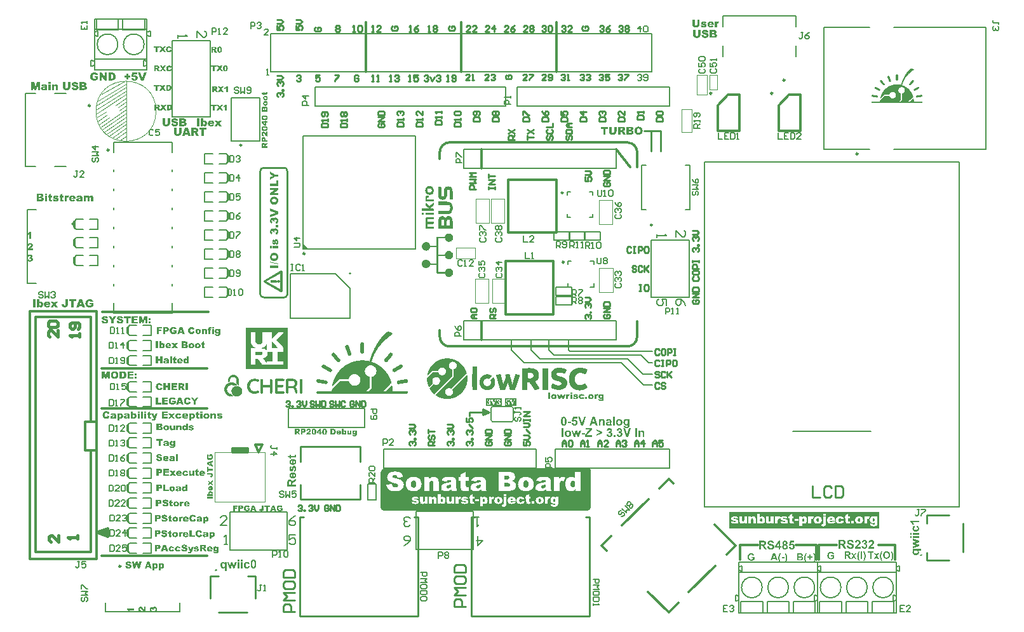
<source format=gto>
G04*
G04 #@! TF.GenerationSoftware,Altium Limited,Altium Designer,23.11.1 (41)*
G04*
G04 Layer_Color=65535*
%FSLAX44Y44*%
%MOMM*%
G71*
G04*
G04 #@! TF.SameCoordinates,077C3239-A6FD-4C8A-B69B-129F227AD62B*
G04*
G04*
G04 #@! TF.FilePolarity,Positive*
G04*
G01*
G75*
%ADD10C,0.2540*%
%ADD11C,0.2500*%
%ADD12C,0.1000*%
%ADD13C,0.2000*%
%ADD14C,0.3050*%
%ADD15C,0.2032*%
%ADD16C,0.1270*%
%ADD17C,0.3000*%
%ADD18C,0.3810*%
%ADD19R,3.9622X2.2606*%
%ADD20R,0.4826X5.1911*%
%ADD21R,1.0922X5.1911*%
%ADD22R,4.0640X2.2606*%
G36*
X1581241Y1001337D02*
X1581382D01*
Y1001266D01*
X1581524D01*
Y1001196D01*
X1581665D01*
Y1001125D01*
X1581736D01*
Y1001054D01*
X1581807D01*
Y1000983D01*
X1581878D01*
Y1000913D01*
X1581948D01*
Y1000771D01*
X1582019D01*
Y1000630D01*
X1582090D01*
Y1000205D01*
X1582161D01*
Y994333D01*
X1582090D01*
Y994262D01*
Y993909D01*
X1582019D01*
Y993767D01*
X1581948D01*
Y993696D01*
X1581878D01*
Y993555D01*
X1581807D01*
Y993484D01*
X1581736D01*
Y993413D01*
X1581665D01*
Y993343D01*
X1581524D01*
Y993272D01*
X1581453D01*
Y993201D01*
X1581241D01*
Y993130D01*
X1580321D01*
Y993201D01*
X1580180D01*
Y993272D01*
X1580038D01*
Y993343D01*
X1579897D01*
Y993413D01*
X1579826D01*
Y993484D01*
X1579755D01*
Y993555D01*
X1579684D01*
Y993696D01*
X1579614D01*
Y993767D01*
X1579543D01*
Y993979D01*
X1579472D01*
Y1000630D01*
X1579543D01*
Y1000771D01*
X1579614D01*
Y1000913D01*
X1579684D01*
Y1000983D01*
X1579755D01*
Y1001054D01*
X1579826D01*
Y1001125D01*
X1579897D01*
Y1001196D01*
X1580038D01*
Y1001266D01*
X1580180D01*
Y1001337D01*
X1580321D01*
Y1001408D01*
X1581241D01*
Y1001337D01*
D02*
G37*
G36*
X1569780Y999427D02*
X1569992D01*
Y999356D01*
X1570134D01*
Y999285D01*
X1570275D01*
Y999215D01*
X1570346D01*
Y999144D01*
X1570417D01*
Y999073D01*
X1570487D01*
Y999002D01*
X1570558D01*
Y998932D01*
X1570629D01*
Y998790D01*
X1570699D01*
Y998649D01*
X1570770D01*
Y998436D01*
X1570841D01*
Y998224D01*
X1570912D01*
Y998083D01*
X1570983D01*
Y997870D01*
X1571053D01*
Y997658D01*
X1571124D01*
Y997446D01*
X1571195D01*
Y997234D01*
X1571266D01*
Y997092D01*
X1571336D01*
Y996880D01*
X1571407D01*
Y996668D01*
X1571478D01*
Y996456D01*
X1571548D01*
Y996243D01*
X1571619D01*
Y996102D01*
X1571690D01*
Y995890D01*
X1571761D01*
Y995677D01*
X1571832D01*
Y995465D01*
X1571902D01*
Y995253D01*
X1571973D01*
Y995111D01*
X1572044D01*
Y994899D01*
X1572115D01*
Y994687D01*
X1572185D01*
Y994475D01*
X1572256D01*
Y994333D01*
X1572327D01*
Y994121D01*
X1572397D01*
Y993909D01*
X1572468D01*
Y993838D01*
Y993767D01*
Y993696D01*
X1572539D01*
Y993484D01*
X1572610D01*
Y993343D01*
X1572680D01*
Y993060D01*
X1572751D01*
Y992352D01*
X1572680D01*
Y992211D01*
X1572610D01*
Y992069D01*
X1572539D01*
Y991998D01*
X1572468D01*
Y991928D01*
X1572397D01*
Y991857D01*
X1572327D01*
Y991786D01*
X1572256D01*
Y991715D01*
X1572185D01*
Y991645D01*
X1572044D01*
Y991574D01*
X1571902D01*
Y991503D01*
X1571690D01*
Y991432D01*
X1571053D01*
Y991503D01*
X1570841D01*
Y991574D01*
X1570699D01*
Y991645D01*
X1570629D01*
Y991715D01*
X1570487D01*
Y991786D01*
X1570417D01*
Y991928D01*
X1570346D01*
Y991998D01*
X1570275D01*
Y992140D01*
X1570204D01*
Y992281D01*
X1570134D01*
Y992494D01*
X1570063D01*
Y992635D01*
X1569992D01*
Y992847D01*
X1569921D01*
Y993060D01*
X1569851D01*
Y993272D01*
X1569780D01*
Y993484D01*
X1569709D01*
Y993626D01*
X1569638D01*
Y993838D01*
X1569568D01*
Y994050D01*
X1569497D01*
Y994192D01*
X1569426D01*
Y994404D01*
X1569355D01*
Y994616D01*
X1569285D01*
Y994828D01*
X1569214D01*
Y995041D01*
X1569143D01*
Y995182D01*
X1569072D01*
Y995394D01*
X1569002D01*
Y995536D01*
X1568931D01*
Y995748D01*
X1568860D01*
Y995960D01*
X1568789D01*
Y996172D01*
X1568719D01*
Y996385D01*
X1568648D01*
Y996526D01*
X1568577D01*
Y996739D01*
X1568506D01*
Y996880D01*
X1568436D01*
Y997092D01*
X1568365D01*
Y997305D01*
X1568294D01*
Y997517D01*
X1568223D01*
Y997729D01*
X1568153D01*
Y998012D01*
X1568082D01*
Y998295D01*
X1568153D01*
Y998578D01*
X1568223D01*
Y998790D01*
X1568294D01*
Y998861D01*
X1568365D01*
Y998932D01*
X1568436D01*
Y999002D01*
X1568506D01*
Y999073D01*
X1568577D01*
Y999144D01*
X1568648D01*
Y999215D01*
X1568719D01*
Y999285D01*
X1568860D01*
Y999356D01*
X1569072D01*
Y999427D01*
X1569285D01*
Y999498D01*
X1569780D01*
Y999427D01*
D02*
G37*
G36*
X1600484Y1009190D02*
X1600979D01*
Y1009119D01*
X1601192D01*
Y1009048D01*
X1601404D01*
Y1008978D01*
X1601616D01*
Y1008907D01*
X1601758D01*
Y1008836D01*
X1601899D01*
Y1008765D01*
X1602041D01*
Y1008695D01*
X1602182D01*
Y1008624D01*
X1602324D01*
Y1008553D01*
X1602394D01*
Y1008483D01*
X1602465D01*
Y1008412D01*
X1602607D01*
Y1008341D01*
X1602677D01*
Y1008270D01*
X1602748D01*
Y1008200D01*
X1602890D01*
Y1008129D01*
X1602960D01*
Y1008058D01*
X1603031D01*
Y1007987D01*
X1603102D01*
Y1007917D01*
X1603172D01*
Y1007846D01*
X1603243D01*
Y1007704D01*
X1603314D01*
Y1007634D01*
X1603385D01*
Y1007563D01*
X1603243D01*
Y1007492D01*
X1603172D01*
Y1007421D01*
X1603102D01*
Y1007351D01*
X1603031D01*
Y1007280D01*
X1602890D01*
Y1007209D01*
X1602819D01*
Y1007138D01*
X1602677D01*
Y1007068D01*
X1602607D01*
Y1006997D01*
X1602536D01*
Y1006926D01*
X1602394D01*
Y1006855D01*
X1602324D01*
Y1006785D01*
X1602253D01*
Y1006714D01*
X1602111D01*
Y1006643D01*
X1602041D01*
Y1006572D01*
X1601899D01*
Y1006502D01*
X1601828D01*
Y1006431D01*
X1601758D01*
Y1006360D01*
X1601616D01*
Y1006289D01*
X1601545D01*
Y1006219D01*
X1601475D01*
Y1006148D01*
X1601404D01*
Y1006077D01*
X1601262D01*
Y1006006D01*
X1601192D01*
Y1005936D01*
X1601121D01*
Y1005865D01*
X1600979D01*
Y1005794D01*
X1600909D01*
Y1005723D01*
X1600838D01*
Y1005653D01*
X1600767D01*
Y1005582D01*
X1600626D01*
Y1005511D01*
X1600555D01*
Y1005440D01*
X1600484D01*
Y1005370D01*
X1600413D01*
Y1005299D01*
X1600272D01*
Y1005228D01*
X1600201D01*
Y1005157D01*
X1600130D01*
Y1005087D01*
X1600060D01*
Y1005016D01*
X1599918D01*
Y1004945D01*
X1599847D01*
Y1004874D01*
X1599777D01*
Y1004804D01*
X1599706D01*
Y1004733D01*
X1599635D01*
Y1004662D01*
X1599494D01*
Y1004591D01*
X1599423D01*
Y1004521D01*
X1599352D01*
Y1004450D01*
X1599281D01*
Y1004379D01*
X1599211D01*
Y1004308D01*
X1599069D01*
Y1004238D01*
X1598999D01*
Y1004167D01*
X1598928D01*
Y1004096D01*
X1598857D01*
Y1004025D01*
X1598786D01*
Y1003955D01*
X1598715D01*
Y1003884D01*
X1598645D01*
Y1003813D01*
X1598503D01*
Y1003743D01*
X1598432D01*
Y1003672D01*
X1598362D01*
Y1003601D01*
X1598291D01*
Y1003530D01*
X1598220D01*
Y1003459D01*
X1598150D01*
Y1003389D01*
X1598079D01*
Y1003318D01*
X1598008D01*
Y1003247D01*
X1597937D01*
Y1003176D01*
X1597796D01*
Y1003106D01*
X1597725D01*
Y1003035D01*
X1597654D01*
Y1002964D01*
X1597583D01*
Y1002894D01*
X1597513D01*
Y1002823D01*
X1597442D01*
Y1002752D01*
X1597371D01*
Y1002681D01*
X1597301D01*
Y1002610D01*
X1597230D01*
Y1002540D01*
X1597159D01*
Y1002469D01*
X1597088D01*
Y1002398D01*
X1597018D01*
Y1002327D01*
X1596947D01*
Y1002257D01*
X1596876D01*
Y1002186D01*
X1596805D01*
Y1002115D01*
X1596664D01*
Y1001974D01*
X1596522D01*
Y1001903D01*
X1596452D01*
Y1001761D01*
X1596310D01*
Y1001620D01*
X1596169D01*
Y1001549D01*
X1596098D01*
Y1001408D01*
X1596027D01*
Y1001337D01*
X1595956D01*
Y1001266D01*
X1595886D01*
Y1001196D01*
X1595815D01*
Y1001125D01*
X1595744D01*
Y1001054D01*
X1595673D01*
Y1000983D01*
X1595603D01*
Y1000913D01*
X1595532D01*
Y1000842D01*
X1595461D01*
Y1000771D01*
X1595390D01*
Y1000700D01*
X1595320D01*
Y1000630D01*
X1595249D01*
Y1000559D01*
X1595178D01*
Y1000488D01*
X1595107D01*
Y1000417D01*
X1595037D01*
Y1000347D01*
X1594966D01*
Y1000205D01*
X1594895D01*
Y1000134D01*
X1594824D01*
Y1000064D01*
X1594754D01*
Y999993D01*
X1594683D01*
Y999922D01*
X1594612D01*
Y999851D01*
X1594541D01*
Y999710D01*
X1594471D01*
Y999639D01*
X1594400D01*
Y999568D01*
X1594329D01*
Y999498D01*
X1594258D01*
Y999427D01*
X1594188D01*
Y999356D01*
X1594117D01*
Y999215D01*
X1594046D01*
Y999144D01*
X1593975D01*
Y999073D01*
X1593905D01*
Y999002D01*
X1593834D01*
Y998861D01*
X1593763D01*
Y998790D01*
X1593692D01*
Y998719D01*
X1593622D01*
Y998649D01*
X1593551D01*
Y998578D01*
X1593480D01*
Y998436D01*
X1593409D01*
Y998366D01*
X1593339D01*
Y998295D01*
X1593268D01*
Y998224D01*
X1593197D01*
Y998083D01*
X1593126D01*
Y998012D01*
X1593056D01*
Y997941D01*
X1592985D01*
Y997800D01*
X1592914D01*
Y997729D01*
X1592843D01*
Y997588D01*
X1592773D01*
Y997517D01*
X1592702D01*
Y997446D01*
X1592631D01*
Y997305D01*
X1592560D01*
Y997234D01*
X1592490D01*
Y997163D01*
X1592419D01*
Y997021D01*
X1592348D01*
Y996951D01*
X1592278D01*
Y996809D01*
X1592207D01*
Y996739D01*
X1592136D01*
Y996597D01*
X1592065D01*
Y996526D01*
X1591994D01*
Y996385D01*
X1591924D01*
Y996314D01*
X1591853D01*
Y996172D01*
X1591782D01*
Y996102D01*
X1591711D01*
Y995960D01*
X1591641D01*
Y995890D01*
X1591570D01*
Y995748D01*
X1591499D01*
Y995677D01*
X1591429D01*
Y995536D01*
X1591358D01*
Y995394D01*
X1591287D01*
Y995324D01*
X1591216D01*
Y995182D01*
X1591145D01*
Y995041D01*
X1591075D01*
Y994970D01*
X1591004D01*
Y994828D01*
X1590933D01*
Y994687D01*
X1590862D01*
Y994616D01*
X1590792D01*
Y994475D01*
X1590721D01*
Y994333D01*
X1590650D01*
Y994192D01*
X1590580D01*
Y994050D01*
X1590509D01*
Y993979D01*
X1590438D01*
Y993838D01*
X1590367D01*
Y993696D01*
X1590296D01*
Y993555D01*
X1590226D01*
Y993413D01*
X1590155D01*
Y993272D01*
X1590084D01*
Y993130D01*
X1590013D01*
Y992989D01*
X1589943D01*
Y992847D01*
X1589872D01*
Y992706D01*
X1589801D01*
Y992564D01*
X1589731D01*
Y992423D01*
X1589660D01*
Y992281D01*
X1589589D01*
Y992069D01*
X1589518D01*
Y991928D01*
X1589448D01*
Y991786D01*
X1589377D01*
Y991645D01*
X1589306D01*
Y991432D01*
X1589235D01*
Y991291D01*
X1589165D01*
Y991079D01*
X1589094D01*
Y990937D01*
X1589023D01*
Y990725D01*
X1588952D01*
Y990583D01*
X1588882D01*
Y990371D01*
X1588811D01*
Y990230D01*
X1588740D01*
Y990017D01*
X1588669D01*
Y989805D01*
X1588599D01*
Y989664D01*
X1588528D01*
Y989452D01*
X1588457D01*
Y989239D01*
X1588386D01*
Y989027D01*
X1588316D01*
Y988815D01*
X1588245D01*
Y988603D01*
X1588174D01*
Y988320D01*
X1588103D01*
Y988107D01*
X1588033D01*
Y987895D01*
X1587962D01*
Y987612D01*
X1587891D01*
Y987400D01*
X1587820D01*
Y987117D01*
X1587750D01*
Y986975D01*
X1587820D01*
Y986905D01*
X1588033D01*
Y986834D01*
X1588245D01*
Y986763D01*
X1588457D01*
Y986692D01*
X1588599D01*
Y986622D01*
X1588811D01*
Y986551D01*
X1588952D01*
Y986480D01*
X1589165D01*
Y986409D01*
X1589306D01*
Y986339D01*
X1589518D01*
Y986268D01*
X1589660D01*
Y986197D01*
X1589801D01*
Y986126D01*
X1590013D01*
Y986056D01*
X1590155D01*
Y985985D01*
X1590296D01*
Y985914D01*
X1590438D01*
Y985843D01*
X1590580D01*
Y985773D01*
X1590721D01*
Y985702D01*
X1590862D01*
Y985631D01*
X1591004D01*
Y985560D01*
X1591145D01*
Y985490D01*
X1591287D01*
Y985419D01*
X1591429D01*
Y985348D01*
X1591570D01*
Y985277D01*
X1591641D01*
Y985207D01*
X1591782D01*
Y985136D01*
X1591924D01*
Y985065D01*
X1592065D01*
Y984994D01*
X1592136D01*
Y984924D01*
X1592278D01*
Y984853D01*
X1592419D01*
Y984782D01*
X1592490D01*
Y984712D01*
X1592631D01*
Y984641D01*
X1592702D01*
Y984570D01*
X1592843D01*
Y984499D01*
X1592985D01*
Y984428D01*
X1593056D01*
Y984358D01*
X1593197D01*
Y984287D01*
X1593268D01*
Y984216D01*
X1593409D01*
Y984146D01*
X1593480D01*
Y984075D01*
X1593622D01*
Y984004D01*
X1593692D01*
Y983933D01*
X1593834D01*
Y983863D01*
X1593905D01*
Y983792D01*
X1593975D01*
Y983721D01*
X1594117D01*
Y983650D01*
X1594188D01*
Y983579D01*
X1594258D01*
Y983509D01*
X1594400D01*
Y983438D01*
X1594471D01*
Y983367D01*
X1594541D01*
Y983297D01*
X1594612D01*
Y983226D01*
X1594754D01*
Y983155D01*
X1594824D01*
Y983084D01*
X1594895D01*
Y983014D01*
X1594966D01*
Y982943D01*
X1595107D01*
Y982872D01*
X1595178D01*
Y982801D01*
X1595249D01*
Y982730D01*
X1595320D01*
Y982660D01*
X1595390D01*
Y982589D01*
X1595461D01*
Y982518D01*
X1595603D01*
Y982448D01*
X1595673D01*
Y982377D01*
X1595744D01*
Y982306D01*
X1595815D01*
Y982235D01*
X1595886D01*
Y982165D01*
X1595956D01*
Y982094D01*
X1596027D01*
Y982023D01*
X1596098D01*
Y981952D01*
X1596239D01*
Y981882D01*
X1596310D01*
Y981811D01*
X1596381D01*
Y981740D01*
X1596452D01*
Y981669D01*
X1596522D01*
Y981599D01*
X1596593D01*
Y981528D01*
X1596664D01*
Y981457D01*
X1596734D01*
Y981386D01*
X1596805D01*
Y981316D01*
X1596876D01*
Y981245D01*
X1596947D01*
Y981174D01*
X1597018D01*
Y981103D01*
X1597088D01*
Y981033D01*
X1597159D01*
Y980891D01*
X1597230D01*
Y980820D01*
X1597301D01*
Y980750D01*
X1597371D01*
Y980679D01*
X1597442D01*
Y980608D01*
X1597513D01*
Y980537D01*
X1597583D01*
Y980467D01*
X1597654D01*
Y980396D01*
X1597725D01*
Y980254D01*
X1597796D01*
Y980184D01*
X1597867D01*
Y980113D01*
X1597937D01*
Y980042D01*
X1598008D01*
Y979971D01*
X1598079D01*
Y979901D01*
X1598150D01*
Y979759D01*
X1598220D01*
Y979688D01*
X1598291D01*
Y979618D01*
X1598362D01*
Y979547D01*
X1598432D01*
Y979405D01*
X1598503D01*
Y979335D01*
X1598574D01*
Y979264D01*
X1598645D01*
Y979122D01*
X1598715D01*
Y979052D01*
X1598786D01*
Y978981D01*
X1598857D01*
Y978839D01*
X1598928D01*
Y978769D01*
X1598999D01*
Y978698D01*
X1599069D01*
Y978556D01*
X1599140D01*
Y978486D01*
X1599211D01*
Y978344D01*
X1599281D01*
Y978273D01*
X1599352D01*
Y978203D01*
X1599423D01*
Y978061D01*
X1599494D01*
Y977920D01*
X1599564D01*
Y977849D01*
X1599635D01*
Y977708D01*
X1599706D01*
Y977637D01*
X1599777D01*
Y977495D01*
X1599847D01*
Y977424D01*
X1599918D01*
Y977283D01*
X1599989D01*
Y977141D01*
X1600060D01*
Y977071D01*
X1600130D01*
Y976929D01*
X1600201D01*
Y976788D01*
X1600272D01*
Y976646D01*
X1600343D01*
Y976575D01*
X1600413D01*
Y976434D01*
X1600484D01*
Y976292D01*
X1600555D01*
Y976151D01*
X1600626D01*
Y976010D01*
X1600696D01*
Y975939D01*
X1600767D01*
Y975797D01*
X1600838D01*
Y975656D01*
X1600909D01*
Y975514D01*
X1600979D01*
Y975373D01*
X1601050D01*
Y975231D01*
X1601121D01*
Y975090D01*
X1601192D01*
Y974878D01*
X1601262D01*
Y974736D01*
X1601333D01*
Y974595D01*
X1601404D01*
Y974453D01*
X1601475D01*
Y974241D01*
X1601545D01*
Y974099D01*
X1601616D01*
Y973958D01*
X1601687D01*
Y973746D01*
X1601758D01*
Y973604D01*
X1601828D01*
Y973392D01*
X1601899D01*
Y973180D01*
X1601970D01*
Y972967D01*
X1602041D01*
Y972755D01*
X1602111D01*
Y972543D01*
X1602182D01*
Y972331D01*
X1602253D01*
Y972119D01*
X1602324D01*
Y971835D01*
X1602394D01*
Y971553D01*
X1602465D01*
Y971482D01*
X1602394D01*
Y971340D01*
X1602324D01*
Y971270D01*
X1602253D01*
Y971199D01*
X1602182D01*
Y971128D01*
X1602041D01*
Y970986D01*
X1601899D01*
Y970845D01*
X1601828D01*
Y970774D01*
X1601758D01*
Y970704D01*
X1601687D01*
Y970633D01*
X1601545D01*
Y970491D01*
X1601475D01*
Y970421D01*
X1601404D01*
Y970350D01*
X1601333D01*
Y970279D01*
X1601192D01*
Y970137D01*
X1601121D01*
Y970067D01*
X1601050D01*
Y969996D01*
X1600979D01*
Y969925D01*
X1600838D01*
Y969784D01*
X1600767D01*
Y969713D01*
X1600696D01*
Y969642D01*
X1600626D01*
Y969572D01*
X1600555D01*
Y969501D01*
X1600484D01*
Y969430D01*
X1600413D01*
Y969359D01*
X1600343D01*
Y969289D01*
X1600272D01*
Y969218D01*
X1600201D01*
Y969147D01*
X1600130D01*
Y969076D01*
X1599989D01*
Y968935D01*
X1599918D01*
Y968864D01*
X1599847D01*
Y968793D01*
X1599777D01*
Y968723D01*
X1599635D01*
Y968581D01*
X1599564D01*
Y968510D01*
X1599494D01*
Y968440D01*
X1599423D01*
Y968369D01*
X1599352D01*
Y968298D01*
X1599281D01*
Y968227D01*
X1599211D01*
Y968157D01*
X1599140D01*
Y968086D01*
X1599069D01*
Y968015D01*
X1598999D01*
Y967944D01*
X1598928D01*
Y967874D01*
X1598857D01*
Y967803D01*
X1598786D01*
Y967732D01*
X1598715D01*
Y967661D01*
X1598645D01*
Y967591D01*
X1598574D01*
Y967520D01*
X1598503D01*
Y967449D01*
X1598432D01*
Y967378D01*
X1598362D01*
Y967308D01*
X1598291D01*
Y967237D01*
X1598220D01*
Y967166D01*
X1598150D01*
Y967095D01*
X1598079D01*
Y967025D01*
X1598008D01*
Y966954D01*
X1597937D01*
Y966883D01*
X1597867D01*
Y966812D01*
X1597796D01*
Y966742D01*
X1597725D01*
Y966671D01*
X1597654D01*
Y966600D01*
X1597583D01*
Y966529D01*
X1597513D01*
Y966459D01*
X1597442D01*
Y966388D01*
X1597371D01*
Y966317D01*
X1597301D01*
Y966246D01*
X1597230D01*
Y966176D01*
X1597159D01*
Y966105D01*
X1597088D01*
Y966034D01*
X1597018D01*
Y965963D01*
X1596947D01*
Y965893D01*
X1596876D01*
Y965822D01*
X1596805D01*
Y965751D01*
X1596734D01*
Y965680D01*
X1596664D01*
Y965610D01*
X1596593D01*
Y965539D01*
X1596522D01*
Y965468D01*
X1596452D01*
Y965397D01*
X1596381D01*
Y965327D01*
X1596310D01*
Y965256D01*
X1598291D01*
Y965327D01*
X1598362D01*
Y965397D01*
X1598432D01*
Y965468D01*
X1598503D01*
Y965539D01*
X1598574D01*
Y965610D01*
X1598645D01*
Y965680D01*
X1598715D01*
Y965751D01*
X1598786D01*
Y965822D01*
X1598857D01*
Y965893D01*
X1598928D01*
Y965963D01*
X1598999D01*
Y966034D01*
X1599069D01*
Y966105D01*
X1599140D01*
Y966176D01*
X1599211D01*
Y966246D01*
X1599281D01*
Y966317D01*
X1599352D01*
Y966388D01*
X1599423D01*
Y966459D01*
X1599494D01*
Y966529D01*
X1599564D01*
Y966600D01*
X1599635D01*
Y966671D01*
X1599706D01*
Y966742D01*
X1599777D01*
Y966812D01*
X1599847D01*
Y966883D01*
X1599918D01*
Y966954D01*
X1599989D01*
Y967025D01*
X1600060D01*
Y967095D01*
X1600130D01*
Y967166D01*
X1600201D01*
Y967237D01*
X1600272D01*
Y967308D01*
X1600343D01*
Y967378D01*
X1600413D01*
Y967449D01*
X1600484D01*
Y967520D01*
X1600555D01*
Y967591D01*
X1600626D01*
Y967661D01*
X1600696D01*
Y967732D01*
X1600767D01*
Y967803D01*
X1600838D01*
Y967874D01*
X1600909D01*
Y967944D01*
X1600979D01*
Y968015D01*
X1601050D01*
Y968086D01*
X1601121D01*
Y968157D01*
X1601192D01*
Y968227D01*
X1601262D01*
Y968298D01*
X1601333D01*
Y968369D01*
X1601404D01*
Y968440D01*
X1601475D01*
Y968510D01*
X1601545D01*
Y968581D01*
X1601616D01*
Y968652D01*
X1601687D01*
Y968723D01*
X1601758D01*
Y968793D01*
X1601828D01*
Y968864D01*
X1601899D01*
Y968935D01*
X1601970D01*
Y969006D01*
X1602041D01*
Y969076D01*
X1602111D01*
Y969147D01*
X1602182D01*
Y969218D01*
X1602253D01*
Y969289D01*
X1602324D01*
Y969359D01*
X1602394D01*
Y969430D01*
X1602465D01*
Y969501D01*
X1602536D01*
Y969572D01*
X1602607D01*
Y969642D01*
X1602677D01*
Y969713D01*
X1602748D01*
Y969784D01*
X1602890D01*
Y969359D01*
X1602960D01*
Y969006D01*
X1603031D01*
Y968510D01*
X1603102D01*
Y967874D01*
X1603172D01*
Y967166D01*
X1603243D01*
Y965256D01*
X1613997D01*
Y965185D01*
X1614209D01*
Y965115D01*
X1614280D01*
Y965044D01*
X1614351D01*
Y964973D01*
X1614421D01*
Y964902D01*
X1614492D01*
Y964831D01*
X1614563D01*
Y964619D01*
X1614634D01*
Y964124D01*
X1614563D01*
Y963912D01*
X1614492D01*
Y963841D01*
X1614421D01*
Y963770D01*
X1614351D01*
Y963699D01*
X1614280D01*
Y963629D01*
X1614209D01*
Y963558D01*
X1614068D01*
Y963487D01*
X1547494D01*
Y963558D01*
X1547353D01*
Y963629D01*
X1547211D01*
Y963699D01*
X1547141D01*
Y963770D01*
X1547070D01*
Y963912D01*
X1546999D01*
Y963982D01*
X1546929D01*
Y964336D01*
X1546858D01*
Y964478D01*
X1546929D01*
Y964761D01*
X1546999D01*
Y964831D01*
X1547070D01*
Y964973D01*
X1547141D01*
Y965044D01*
X1547211D01*
Y965115D01*
X1547353D01*
Y965185D01*
X1547494D01*
Y965256D01*
X1558248D01*
Y965822D01*
X1558319D01*
Y966388D01*
X1558389D01*
Y966529D01*
X1558460D01*
Y966600D01*
X1558531D01*
Y966671D01*
X1558602D01*
Y966742D01*
X1558672D01*
Y966812D01*
X1558743D01*
Y966883D01*
X1558814D01*
Y966954D01*
X1558885D01*
Y967025D01*
X1558956D01*
Y967095D01*
X1559026D01*
Y967166D01*
X1559097D01*
Y967237D01*
X1559168D01*
Y967308D01*
X1559238D01*
Y967378D01*
X1559309D01*
Y967449D01*
X1559380D01*
Y967520D01*
X1559451D01*
Y967591D01*
X1559521D01*
Y967661D01*
X1559592D01*
Y967732D01*
X1559663D01*
Y967803D01*
X1559734D01*
Y967874D01*
X1559804D01*
Y967944D01*
X1559875D01*
Y968015D01*
X1559946D01*
Y968086D01*
X1560017D01*
Y968157D01*
X1560087D01*
Y968227D01*
X1560158D01*
Y968298D01*
X1560229D01*
Y968369D01*
X1560300D01*
Y968440D01*
X1560370D01*
Y968510D01*
X1560441D01*
Y968581D01*
X1560512D01*
Y968652D01*
X1560583D01*
Y968723D01*
X1560653D01*
Y968793D01*
X1560724D01*
Y968864D01*
X1560795D01*
Y968935D01*
X1560866D01*
Y969006D01*
X1560936D01*
Y969076D01*
X1561007D01*
Y969147D01*
X1561078D01*
Y969218D01*
X1561149D01*
Y969289D01*
X1561219D01*
Y969359D01*
X1561290D01*
Y969430D01*
X1561361D01*
Y969501D01*
X1561432D01*
Y969572D01*
X1561502D01*
Y969642D01*
X1561573D01*
Y969713D01*
X1561644D01*
Y969784D01*
X1561715D01*
Y969855D01*
X1561785D01*
Y969925D01*
X1561856D01*
Y969996D01*
X1561927D01*
Y970067D01*
X1561998D01*
Y970137D01*
X1562068D01*
Y970208D01*
X1562139D01*
Y970279D01*
X1562210D01*
Y970350D01*
X1562281D01*
Y970421D01*
X1562351D01*
Y970491D01*
X1562422D01*
Y970562D01*
X1562493D01*
Y970633D01*
X1562564D01*
Y970704D01*
X1562634D01*
Y970774D01*
X1562705D01*
Y970845D01*
X1562776D01*
Y970916D01*
X1562847D01*
Y970986D01*
X1562917D01*
Y971057D01*
X1562988D01*
Y971128D01*
X1563059D01*
Y971199D01*
X1563130D01*
Y971270D01*
X1563200D01*
Y971340D01*
X1563271D01*
Y971411D01*
X1563342D01*
Y971482D01*
X1563413D01*
Y971553D01*
X1563483D01*
Y971623D01*
X1563554D01*
Y971694D01*
X1563625D01*
Y971765D01*
X1563696D01*
Y971835D01*
X1563766D01*
Y971906D01*
X1563837D01*
Y971977D01*
X1563908D01*
Y972048D01*
X1563978D01*
Y972119D01*
X1564049D01*
Y972189D01*
X1564120D01*
Y972260D01*
X1564191D01*
Y972331D01*
X1564261D01*
Y972401D01*
X1564332D01*
Y972472D01*
X1564403D01*
Y972543D01*
X1564474D01*
Y972614D01*
X1564545D01*
Y972684D01*
X1564686D01*
Y972755D01*
X1564898D01*
Y972826D01*
X1565323D01*
Y972897D01*
X1570841D01*
Y972684D01*
X1570912D01*
Y972472D01*
X1570983D01*
Y972331D01*
X1571053D01*
Y972119D01*
X1571124D01*
Y971906D01*
X1571195D01*
Y971765D01*
X1571266D01*
Y971623D01*
X1571336D01*
Y971482D01*
X1571407D01*
Y971340D01*
X1571478D01*
Y971270D01*
X1571548D01*
Y971128D01*
X1571619D01*
Y971057D01*
X1571690D01*
Y970916D01*
X1571761D01*
Y970845D01*
X1571832D01*
Y970774D01*
X1571902D01*
Y970704D01*
X1571973D01*
Y970633D01*
X1572044D01*
Y970562D01*
X1572115D01*
Y970491D01*
X1572185D01*
Y970421D01*
X1572256D01*
Y970350D01*
X1572327D01*
Y970279D01*
X1572397D01*
Y970208D01*
X1572468D01*
Y970137D01*
X1572610D01*
Y970067D01*
X1572680D01*
Y969996D01*
X1572822D01*
Y969925D01*
X1572964D01*
Y969855D01*
X1573034D01*
Y969784D01*
X1573176D01*
Y969713D01*
X1573317D01*
Y969642D01*
X1573529D01*
Y969572D01*
X1573671D01*
Y969501D01*
X1573883D01*
Y969430D01*
X1574237D01*
Y969359D01*
X1574591D01*
Y969289D01*
X1575652D01*
Y969359D01*
X1576006D01*
Y969430D01*
X1576289D01*
Y969501D01*
X1576572D01*
Y969572D01*
X1576713D01*
Y969642D01*
X1576855D01*
Y969713D01*
X1576996D01*
Y969784D01*
X1577137D01*
Y969855D01*
X1577279D01*
Y969925D01*
X1577421D01*
Y969996D01*
X1577491D01*
Y970067D01*
X1577633D01*
Y970137D01*
X1577704D01*
Y970208D01*
X1577774D01*
Y970279D01*
X1577845D01*
Y970350D01*
X1577986D01*
Y970421D01*
X1578057D01*
Y970491D01*
X1578128D01*
Y970562D01*
X1578199D01*
Y970633D01*
X1578270D01*
Y970704D01*
X1578340D01*
Y970845D01*
X1578411D01*
Y970916D01*
X1578482D01*
Y970986D01*
X1578553D01*
Y971057D01*
X1578623D01*
Y971199D01*
X1578694D01*
Y971270D01*
X1578765D01*
Y971411D01*
X1578835D01*
Y971553D01*
X1578906D01*
Y971694D01*
X1578977D01*
Y971835D01*
X1579048D01*
Y971977D01*
X1579118D01*
Y972189D01*
X1579189D01*
Y972401D01*
X1579260D01*
Y972684D01*
X1579331D01*
Y973180D01*
X1579401D01*
Y973958D01*
X1579331D01*
Y974524D01*
X1579260D01*
Y974807D01*
X1579189D01*
Y975019D01*
X1579118D01*
Y975231D01*
X1579048D01*
Y975373D01*
X1578977D01*
Y975514D01*
X1578906D01*
Y975656D01*
X1578835D01*
Y975797D01*
X1578765D01*
Y975939D01*
X1578694D01*
Y976010D01*
X1578623D01*
Y976151D01*
X1578553D01*
Y976222D01*
X1578482D01*
Y976292D01*
X1578411D01*
Y976434D01*
X1578340D01*
Y976505D01*
X1578270D01*
Y976575D01*
X1578199D01*
Y976646D01*
X1578128D01*
Y976717D01*
X1578057D01*
Y976788D01*
X1577986D01*
Y976859D01*
X1577916D01*
Y976929D01*
X1577774D01*
Y977000D01*
X1577704D01*
Y977071D01*
X1577633D01*
Y977141D01*
X1577491D01*
Y977212D01*
X1577350D01*
Y977283D01*
X1577279D01*
Y977354D01*
X1577137D01*
Y977424D01*
X1576996D01*
Y977495D01*
X1576784D01*
Y977566D01*
X1576642D01*
Y977637D01*
X1576430D01*
Y977708D01*
X1576147D01*
Y977778D01*
X1575793D01*
Y977849D01*
X1574449D01*
Y977778D01*
X1574095D01*
Y977708D01*
X1573812D01*
Y977637D01*
X1573600D01*
Y977566D01*
X1573459D01*
Y977495D01*
X1573246D01*
Y977424D01*
X1573105D01*
Y977354D01*
X1573034D01*
Y977283D01*
X1572893D01*
Y977212D01*
X1572751D01*
Y977141D01*
X1572680D01*
Y977071D01*
X1572539D01*
Y977000D01*
X1572468D01*
Y976929D01*
X1572397D01*
Y976859D01*
X1572327D01*
Y976788D01*
X1572256D01*
Y976717D01*
X1572115D01*
Y976646D01*
X1572044D01*
Y976575D01*
X1571973D01*
Y976505D01*
X1571902D01*
Y976363D01*
X1571832D01*
Y976292D01*
X1571761D01*
Y976222D01*
X1571690D01*
Y976080D01*
X1571619D01*
Y976010D01*
X1571548D01*
Y975939D01*
X1571478D01*
Y975797D01*
X1571407D01*
Y975656D01*
X1571336D01*
Y975514D01*
X1571266D01*
Y975373D01*
X1571195D01*
Y975231D01*
X1571124D01*
Y975090D01*
X1571053D01*
Y974878D01*
X1570983D01*
Y974665D01*
X1570912D01*
Y974453D01*
X1570841D01*
Y974312D01*
X1564686D01*
Y974241D01*
X1564403D01*
Y974170D01*
X1564191D01*
Y974099D01*
X1564049D01*
Y974029D01*
X1563908D01*
Y973958D01*
X1563837D01*
Y973887D01*
X1563766D01*
Y973816D01*
X1563625D01*
Y973746D01*
X1563554D01*
Y973675D01*
X1563483D01*
Y973604D01*
X1563413D01*
Y973533D01*
X1563342D01*
Y973463D01*
X1563271D01*
Y973392D01*
X1563200D01*
Y973321D01*
X1563130D01*
Y973250D01*
X1563059D01*
Y973180D01*
X1562988D01*
Y973109D01*
X1562917D01*
Y973038D01*
X1562847D01*
Y972967D01*
X1562776D01*
Y972897D01*
X1562705D01*
Y972826D01*
X1562634D01*
Y972755D01*
X1562564D01*
Y972684D01*
X1562493D01*
Y972614D01*
X1562422D01*
Y972543D01*
X1562351D01*
Y972472D01*
X1562281D01*
Y972401D01*
X1562210D01*
Y972331D01*
X1562139D01*
Y972260D01*
X1562068D01*
Y972189D01*
X1561998D01*
Y972119D01*
X1561927D01*
Y972048D01*
X1561856D01*
Y971977D01*
X1561785D01*
Y971906D01*
X1561715D01*
Y971835D01*
X1561644D01*
Y971765D01*
X1561573D01*
Y971694D01*
X1561502D01*
Y971623D01*
X1561432D01*
Y971553D01*
X1561361D01*
Y971482D01*
X1561290D01*
Y971411D01*
X1561219D01*
Y971340D01*
X1561149D01*
Y971270D01*
X1561078D01*
Y971199D01*
X1561007D01*
Y971128D01*
X1560936D01*
Y971057D01*
X1560866D01*
Y970986D01*
X1560795D01*
Y970916D01*
X1560724D01*
Y970845D01*
X1560653D01*
Y970774D01*
X1560583D01*
Y970704D01*
X1560512D01*
Y970633D01*
X1560441D01*
Y970562D01*
X1560370D01*
Y970491D01*
X1560300D01*
Y970421D01*
X1560229D01*
Y970350D01*
X1560158D01*
Y970279D01*
X1560087D01*
Y970208D01*
X1560017D01*
Y970137D01*
X1559946D01*
Y970067D01*
X1559875D01*
Y969996D01*
X1559804D01*
Y969925D01*
X1559734D01*
Y969855D01*
X1559663D01*
Y969784D01*
X1559592D01*
Y969713D01*
X1559521D01*
Y969642D01*
X1559451D01*
Y969572D01*
X1559380D01*
Y969501D01*
X1559309D01*
Y969430D01*
X1559238D01*
Y969359D01*
X1559168D01*
Y969289D01*
X1559097D01*
Y969218D01*
X1559026D01*
Y969147D01*
X1558956D01*
Y969076D01*
X1558885D01*
Y969006D01*
X1558814D01*
Y968935D01*
X1558743D01*
Y968864D01*
X1558672D01*
Y968793D01*
X1558602D01*
Y968723D01*
X1558531D01*
Y968864D01*
X1558602D01*
Y969430D01*
X1558672D01*
Y969996D01*
X1558743D01*
Y970279D01*
X1558814D01*
Y970633D01*
X1558885D01*
Y970916D01*
X1558956D01*
Y971199D01*
X1559026D01*
Y971482D01*
X1559097D01*
Y971694D01*
X1559168D01*
Y971906D01*
X1559238D01*
Y972189D01*
X1559309D01*
Y972401D01*
X1559380D01*
Y972614D01*
X1559451D01*
Y972826D01*
X1559521D01*
Y973038D01*
X1559592D01*
Y973250D01*
X1559663D01*
Y973392D01*
X1559734D01*
Y973604D01*
X1559804D01*
Y973746D01*
X1559875D01*
Y973958D01*
X1559946D01*
Y974099D01*
X1560017D01*
Y974312D01*
X1560087D01*
Y974453D01*
X1560158D01*
Y974595D01*
X1560229D01*
Y974807D01*
X1560300D01*
Y974948D01*
X1560370D01*
Y975090D01*
X1560441D01*
Y975231D01*
X1560512D01*
Y975373D01*
X1560583D01*
Y975514D01*
X1560653D01*
Y975656D01*
X1560724D01*
Y975797D01*
X1560795D01*
Y975939D01*
X1560866D01*
Y976080D01*
X1560936D01*
Y976222D01*
X1561007D01*
Y976363D01*
X1561078D01*
Y976505D01*
X1561149D01*
Y976646D01*
X1561219D01*
Y976717D01*
X1561290D01*
Y976859D01*
X1561361D01*
Y977000D01*
X1561432D01*
Y977141D01*
X1561502D01*
Y977212D01*
X1561573D01*
Y977354D01*
X1561644D01*
Y977424D01*
X1561715D01*
Y977566D01*
X1561785D01*
Y977708D01*
X1561856D01*
Y977778D01*
X1561927D01*
Y977920D01*
X1561998D01*
Y977990D01*
X1562068D01*
Y978132D01*
X1562139D01*
Y978203D01*
X1562210D01*
Y978344D01*
X1562281D01*
Y978415D01*
X1562351D01*
Y978556D01*
X1562422D01*
Y978627D01*
X1562493D01*
Y978698D01*
X1562564D01*
Y978839D01*
X1562634D01*
Y978910D01*
X1562705D01*
Y978981D01*
X1562776D01*
Y979122D01*
X1562847D01*
Y979193D01*
X1562917D01*
Y979264D01*
X1562988D01*
Y979405D01*
X1563059D01*
Y979476D01*
X1563130D01*
Y979547D01*
X1563200D01*
Y979618D01*
X1563271D01*
Y979759D01*
X1563342D01*
Y979830D01*
X1563413D01*
Y979901D01*
X1563483D01*
Y979971D01*
X1563554D01*
Y980113D01*
X1563625D01*
Y980184D01*
X1563696D01*
Y980254D01*
X1563766D01*
Y980325D01*
X1563837D01*
Y980396D01*
X1563908D01*
Y980467D01*
X1563978D01*
Y980537D01*
X1564049D01*
Y980608D01*
X1564120D01*
Y980750D01*
X1564191D01*
Y980820D01*
X1564261D01*
Y980891D01*
X1564332D01*
Y980962D01*
X1564403D01*
Y981033D01*
X1564474D01*
Y981103D01*
X1564545D01*
Y981174D01*
X1564615D01*
Y981245D01*
X1564686D01*
Y981316D01*
X1564757D01*
Y981386D01*
X1564828D01*
Y981457D01*
X1564898D01*
Y981528D01*
X1564969D01*
Y981599D01*
X1565040D01*
Y981669D01*
X1565110D01*
Y981740D01*
X1565181D01*
Y981811D01*
X1565252D01*
Y981882D01*
X1565323D01*
Y981952D01*
X1565394D01*
Y982023D01*
X1565464D01*
Y982094D01*
X1565535D01*
Y982165D01*
X1565606D01*
Y982235D01*
X1565677D01*
Y982306D01*
X1565818D01*
Y982377D01*
X1565889D01*
Y982448D01*
X1565959D01*
Y982518D01*
X1566030D01*
Y982589D01*
X1566101D01*
Y982660D01*
X1566172D01*
Y982730D01*
X1566313D01*
Y982801D01*
X1566384D01*
Y982872D01*
X1566455D01*
Y982943D01*
X1566525D01*
Y983014D01*
X1566596D01*
Y983084D01*
X1566667D01*
Y983155D01*
X1566808D01*
Y983226D01*
X1566879D01*
Y983297D01*
X1566950D01*
Y983367D01*
X1567091D01*
Y983438D01*
X1567162D01*
Y983509D01*
X1567233D01*
Y983579D01*
X1567374D01*
Y983650D01*
X1567445D01*
Y983721D01*
X1567516D01*
Y983792D01*
X1567657D01*
Y983863D01*
X1567728D01*
Y983933D01*
X1567870D01*
Y984004D01*
X1567940D01*
Y984075D01*
X1568011D01*
Y984146D01*
X1568153D01*
Y984216D01*
X1568223D01*
Y984287D01*
X1568365D01*
Y984358D01*
X1568436D01*
Y984428D01*
X1568577D01*
Y984499D01*
X1568648D01*
Y984570D01*
X1568789D01*
Y984641D01*
X1568931D01*
Y984712D01*
X1569002D01*
Y984782D01*
X1569143D01*
Y984853D01*
X1569214D01*
Y984924D01*
X1569355D01*
Y984994D01*
X1569497D01*
Y985065D01*
X1569638D01*
Y985136D01*
X1569780D01*
Y985207D01*
X1569851D01*
Y985277D01*
X1569992D01*
Y985348D01*
X1570134D01*
Y985419D01*
X1570275D01*
Y985490D01*
X1570417D01*
Y985560D01*
X1570487D01*
Y985631D01*
X1570699D01*
Y985702D01*
X1570770D01*
Y985773D01*
X1570983D01*
Y985843D01*
X1571124D01*
Y985914D01*
X1571266D01*
Y985985D01*
X1571407D01*
Y986056D01*
X1571548D01*
Y986126D01*
X1571690D01*
Y986197D01*
X1571832D01*
Y986268D01*
X1572044D01*
Y986339D01*
X1572185D01*
Y986409D01*
X1572397D01*
Y986480D01*
X1572539D01*
Y986551D01*
X1572751D01*
Y986622D01*
X1572964D01*
Y986692D01*
X1573105D01*
Y986763D01*
X1573317D01*
Y986834D01*
X1573529D01*
Y986905D01*
X1573742D01*
Y986975D01*
X1573954D01*
Y987046D01*
X1574166D01*
Y987117D01*
X1574449D01*
Y987188D01*
X1574661D01*
Y987258D01*
X1574944D01*
Y987329D01*
X1575227D01*
Y987400D01*
X1575440D01*
Y987471D01*
X1575793D01*
Y987541D01*
X1576147D01*
Y987612D01*
X1576430D01*
Y987683D01*
X1576855D01*
Y987754D01*
X1577279D01*
Y987824D01*
X1577774D01*
Y987895D01*
X1578270D01*
Y987966D01*
X1579118D01*
Y988037D01*
X1582444D01*
Y987966D01*
X1583222D01*
Y987895D01*
X1583788D01*
Y987824D01*
X1584283D01*
Y987754D01*
X1584637D01*
Y987683D01*
X1585061D01*
Y987612D01*
X1585344D01*
Y987541D01*
X1585698D01*
Y987471D01*
X1586052D01*
Y987400D01*
X1586193D01*
Y987683D01*
X1586264D01*
Y987966D01*
X1586335D01*
Y988178D01*
X1586405D01*
Y988461D01*
X1586476D01*
Y988673D01*
X1586547D01*
Y988886D01*
X1586618D01*
Y989168D01*
X1586688D01*
Y989381D01*
X1586759D01*
Y989593D01*
X1586830D01*
Y989805D01*
X1586901D01*
Y990017D01*
X1586971D01*
Y990230D01*
X1587042D01*
Y990442D01*
X1587113D01*
Y990654D01*
X1587184D01*
Y990866D01*
X1587254D01*
Y991079D01*
X1587325D01*
Y991291D01*
X1587396D01*
Y991432D01*
X1587467D01*
Y991645D01*
X1587537D01*
Y991786D01*
X1587608D01*
Y991998D01*
X1587679D01*
Y992211D01*
X1587750D01*
Y992352D01*
X1587820D01*
Y992564D01*
X1587891D01*
Y992706D01*
X1587962D01*
Y992918D01*
X1588033D01*
Y993060D01*
X1588103D01*
Y993272D01*
X1588174D01*
Y993413D01*
X1588245D01*
Y993555D01*
X1588316D01*
Y993767D01*
X1588386D01*
Y993909D01*
X1588457D01*
Y994050D01*
X1588528D01*
Y994262D01*
X1588599D01*
Y994404D01*
X1588669D01*
Y994545D01*
X1588740D01*
Y994687D01*
X1588811D01*
Y994899D01*
X1588882D01*
Y995041D01*
X1588952D01*
Y995182D01*
X1589023D01*
Y995324D01*
X1589094D01*
Y995465D01*
X1589165D01*
Y995607D01*
X1589235D01*
Y995819D01*
X1589306D01*
Y995960D01*
X1589377D01*
Y996102D01*
X1589448D01*
Y996243D01*
X1589518D01*
Y996385D01*
X1589589D01*
Y996526D01*
X1589660D01*
Y996668D01*
X1589731D01*
Y996809D01*
X1589801D01*
Y996951D01*
X1589872D01*
Y997092D01*
X1589943D01*
Y997163D01*
X1590013D01*
Y997305D01*
X1590084D01*
Y997517D01*
X1590155D01*
Y997588D01*
X1590226D01*
Y997729D01*
X1590296D01*
Y997870D01*
X1590367D01*
Y998012D01*
X1590438D01*
Y998154D01*
X1590509D01*
Y998295D01*
X1590580D01*
Y998366D01*
X1590650D01*
Y998507D01*
X1590721D01*
Y998649D01*
X1590792D01*
Y998790D01*
X1590862D01*
Y998861D01*
X1590933D01*
Y999002D01*
X1591004D01*
Y999144D01*
X1591075D01*
Y999285D01*
X1591145D01*
Y999427D01*
X1591216D01*
Y999498D01*
X1591287D01*
Y999639D01*
X1591358D01*
Y999710D01*
X1591429D01*
Y999851D01*
X1591499D01*
Y999993D01*
X1591570D01*
Y1000134D01*
X1591641D01*
Y1000205D01*
X1591711D01*
Y1000347D01*
X1591782D01*
Y1000417D01*
X1591853D01*
Y1000559D01*
X1591924D01*
Y1000700D01*
X1591994D01*
Y1000771D01*
X1592065D01*
Y1000913D01*
X1592136D01*
Y1001054D01*
X1592207D01*
Y1001125D01*
X1592278D01*
Y1001266D01*
X1592348D01*
Y1001337D01*
X1592419D01*
Y1001479D01*
X1592490D01*
Y1001549D01*
X1592560D01*
Y1001691D01*
X1592631D01*
Y1001761D01*
X1592702D01*
Y1001903D01*
X1592773D01*
Y1001974D01*
X1592843D01*
Y1002115D01*
X1592914D01*
Y1002186D01*
X1592985D01*
Y1002327D01*
X1593056D01*
Y1002398D01*
X1593126D01*
Y1002469D01*
X1593197D01*
Y1002610D01*
X1593268D01*
Y1002681D01*
X1593339D01*
Y1002823D01*
X1593409D01*
Y1002894D01*
X1593480D01*
Y1003035D01*
X1593551D01*
Y1003106D01*
X1593622D01*
Y1003176D01*
X1593692D01*
Y1003318D01*
X1593763D01*
Y1003389D01*
X1593834D01*
Y1003530D01*
X1593905D01*
Y1003601D01*
X1593975D01*
Y1003672D01*
X1594046D01*
Y1003813D01*
X1594117D01*
Y1003884D01*
X1594188D01*
Y1003955D01*
X1594258D01*
Y1004096D01*
X1594329D01*
Y1004167D01*
X1594400D01*
Y1004238D01*
X1594471D01*
Y1004308D01*
X1594541D01*
Y1004450D01*
X1594612D01*
Y1004521D01*
X1594683D01*
Y1004591D01*
X1594754D01*
Y1004733D01*
X1594824D01*
Y1004804D01*
X1594895D01*
Y1004874D01*
X1594966D01*
Y1004945D01*
X1595037D01*
Y1005087D01*
X1595107D01*
Y1005157D01*
X1595178D01*
Y1005228D01*
X1595249D01*
Y1005299D01*
X1595320D01*
Y1005370D01*
X1595390D01*
Y1005511D01*
X1595461D01*
Y1005582D01*
X1595532D01*
Y1005653D01*
X1595603D01*
Y1005723D01*
X1595673D01*
Y1005794D01*
X1595744D01*
Y1005865D01*
X1595815D01*
Y1006006D01*
X1595886D01*
Y1006077D01*
X1595956D01*
Y1006148D01*
X1596027D01*
Y1006219D01*
X1596098D01*
Y1006289D01*
X1596169D01*
Y1006360D01*
X1596239D01*
Y1006431D01*
X1596310D01*
Y1006572D01*
X1596381D01*
Y1006643D01*
X1596452D01*
Y1006714D01*
X1596522D01*
Y1006785D01*
X1596593D01*
Y1006855D01*
X1596664D01*
Y1006926D01*
X1596734D01*
Y1006997D01*
X1596805D01*
Y1007068D01*
X1596876D01*
Y1007138D01*
X1596947D01*
Y1007209D01*
X1597018D01*
Y1007280D01*
X1597088D01*
Y1007351D01*
X1597159D01*
Y1007421D01*
X1597230D01*
Y1007492D01*
X1597301D01*
Y1007563D01*
X1597371D01*
Y1007634D01*
X1597442D01*
Y1007704D01*
X1597513D01*
Y1007775D01*
X1597583D01*
Y1007846D01*
X1597654D01*
Y1007917D01*
X1597725D01*
Y1007987D01*
X1597796D01*
Y1008058D01*
X1597867D01*
Y1008129D01*
X1597937D01*
Y1008200D01*
X1598008D01*
Y1008270D01*
X1598079D01*
Y1008341D01*
X1598150D01*
Y1008412D01*
X1598220D01*
Y1008483D01*
X1598291D01*
Y1008553D01*
X1598362D01*
Y1008624D01*
X1598503D01*
Y1008695D01*
X1598574D01*
Y1008765D01*
X1598715D01*
Y1008836D01*
X1598786D01*
Y1008907D01*
X1598928D01*
Y1008978D01*
X1599069D01*
Y1009048D01*
X1599281D01*
Y1009119D01*
X1599494D01*
Y1009190D01*
X1599918D01*
Y1009261D01*
X1600484D01*
Y1009190D01*
D02*
G37*
G36*
X1602182Y993696D02*
X1602465D01*
Y993626D01*
X1602607D01*
Y993555D01*
X1602677D01*
Y993484D01*
X1602819D01*
Y993413D01*
X1602890D01*
Y993343D01*
X1602960D01*
Y993272D01*
X1603031D01*
Y993201D01*
X1603102D01*
Y993060D01*
X1603172D01*
Y992989D01*
X1603243D01*
Y992777D01*
X1603314D01*
Y992564D01*
X1603385D01*
Y992211D01*
X1603314D01*
Y991998D01*
X1603243D01*
Y991786D01*
X1603172D01*
Y991645D01*
X1603102D01*
Y991574D01*
X1603031D01*
Y991503D01*
X1602960D01*
Y991432D01*
X1602890D01*
Y991291D01*
X1602819D01*
Y991220D01*
X1602748D01*
Y991150D01*
X1602677D01*
Y991079D01*
X1602607D01*
Y991008D01*
X1602536D01*
Y990866D01*
X1602465D01*
Y990796D01*
X1602394D01*
Y990725D01*
X1602324D01*
Y990654D01*
X1602253D01*
Y990583D01*
X1602182D01*
Y990442D01*
X1602111D01*
Y990371D01*
X1602041D01*
Y990301D01*
X1601970D01*
Y990230D01*
X1601899D01*
Y990159D01*
X1601828D01*
Y990017D01*
X1601758D01*
Y989947D01*
X1601687D01*
Y989876D01*
X1601616D01*
Y989805D01*
X1601545D01*
Y989734D01*
X1601475D01*
Y989593D01*
X1601404D01*
Y989522D01*
X1601333D01*
Y989452D01*
X1601262D01*
Y989381D01*
X1601192D01*
Y989239D01*
X1601121D01*
Y989168D01*
X1601050D01*
Y989098D01*
X1600979D01*
Y989027D01*
X1600909D01*
Y988956D01*
X1600838D01*
Y988815D01*
X1600767D01*
Y988744D01*
X1600696D01*
Y988673D01*
X1600626D01*
Y988603D01*
X1600555D01*
Y988532D01*
X1600484D01*
Y988390D01*
X1600413D01*
Y988320D01*
X1600343D01*
Y988249D01*
X1600272D01*
Y988178D01*
X1600201D01*
Y988107D01*
X1600130D01*
Y987966D01*
X1600060D01*
Y987895D01*
X1599989D01*
Y987824D01*
X1599918D01*
Y987754D01*
X1599847D01*
Y987683D01*
X1599777D01*
Y987541D01*
X1599706D01*
Y987471D01*
X1599635D01*
Y987400D01*
X1599564D01*
Y987329D01*
X1599494D01*
Y987258D01*
X1599423D01*
Y987117D01*
X1599281D01*
Y986975D01*
X1599140D01*
Y986905D01*
X1599069D01*
Y986834D01*
X1598928D01*
Y986763D01*
X1598715D01*
Y986692D01*
X1598079D01*
Y986763D01*
X1597867D01*
Y986834D01*
X1597725D01*
Y986905D01*
X1597583D01*
Y986975D01*
X1597513D01*
Y987046D01*
X1597442D01*
Y987117D01*
X1597371D01*
Y987188D01*
X1597301D01*
Y987258D01*
X1597230D01*
Y987329D01*
X1597159D01*
Y987471D01*
X1597088D01*
Y987612D01*
X1597018D01*
Y987824D01*
X1596947D01*
Y988249D01*
X1597018D01*
Y988532D01*
X1597088D01*
Y988673D01*
X1597159D01*
Y988744D01*
X1597230D01*
Y988815D01*
X1597301D01*
Y988956D01*
X1597371D01*
Y989027D01*
X1597442D01*
Y989098D01*
X1597513D01*
Y989168D01*
X1597583D01*
Y989239D01*
X1597654D01*
Y989381D01*
X1597725D01*
Y989452D01*
X1597796D01*
Y989522D01*
X1597867D01*
Y989593D01*
X1597937D01*
Y989664D01*
X1598008D01*
Y989805D01*
X1598079D01*
Y989876D01*
X1598150D01*
Y989947D01*
X1598220D01*
Y990017D01*
X1598291D01*
Y990088D01*
X1598362D01*
Y990230D01*
X1598432D01*
Y990301D01*
X1598503D01*
Y990371D01*
X1598574D01*
Y990442D01*
X1598645D01*
Y990513D01*
X1598715D01*
Y990583D01*
X1598786D01*
Y990725D01*
X1598857D01*
Y990796D01*
X1598928D01*
Y990866D01*
X1598999D01*
Y990937D01*
X1599069D01*
Y991008D01*
X1599140D01*
Y991079D01*
X1599211D01*
Y991220D01*
X1599281D01*
Y991291D01*
X1599352D01*
Y991362D01*
X1599423D01*
Y991432D01*
X1599494D01*
Y991574D01*
X1599564D01*
Y991645D01*
X1599635D01*
Y991715D01*
X1599706D01*
Y991786D01*
X1599777D01*
Y991857D01*
X1599847D01*
Y991928D01*
X1599918D01*
Y992069D01*
X1599989D01*
Y992140D01*
X1600060D01*
Y992211D01*
X1600130D01*
Y992281D01*
X1600201D01*
Y992352D01*
X1600272D01*
Y992494D01*
X1600343D01*
Y992564D01*
X1600413D01*
Y992635D01*
X1600484D01*
Y992706D01*
X1600555D01*
Y992777D01*
X1600626D01*
Y992847D01*
X1600696D01*
Y992989D01*
X1600767D01*
Y993060D01*
X1600838D01*
Y993130D01*
X1600909D01*
Y993201D01*
X1600979D01*
Y993272D01*
X1601050D01*
Y993343D01*
X1601121D01*
Y993413D01*
X1601192D01*
Y993484D01*
X1601262D01*
Y993555D01*
X1601404D01*
Y993626D01*
X1601475D01*
Y993696D01*
X1601758D01*
Y993767D01*
X1602182D01*
Y993696D01*
D02*
G37*
G36*
X1559734D02*
X1560017D01*
Y993626D01*
X1560158D01*
Y993555D01*
X1560229D01*
Y993484D01*
X1560370D01*
Y993413D01*
X1560441D01*
Y993343D01*
X1560512D01*
Y993272D01*
X1560583D01*
Y993130D01*
X1560653D01*
Y993060D01*
X1560724D01*
Y992989D01*
X1560795D01*
Y992918D01*
X1560866D01*
Y992847D01*
X1560936D01*
Y992777D01*
X1561007D01*
Y992635D01*
X1561078D01*
Y992564D01*
X1561149D01*
Y992494D01*
X1561219D01*
Y992423D01*
X1561290D01*
Y992352D01*
X1561361D01*
Y992281D01*
X1561432D01*
Y992140D01*
X1561502D01*
Y992069D01*
X1561573D01*
Y991998D01*
X1561644D01*
Y991928D01*
X1561715D01*
Y991786D01*
X1561785D01*
Y991715D01*
X1561856D01*
Y991645D01*
X1561927D01*
Y991574D01*
X1561998D01*
Y991503D01*
X1562068D01*
Y991432D01*
X1562139D01*
Y991291D01*
X1562210D01*
Y991220D01*
X1562281D01*
Y991150D01*
X1562351D01*
Y991079D01*
X1562422D01*
Y991008D01*
X1562493D01*
Y990866D01*
X1562564D01*
Y990796D01*
X1562634D01*
Y990725D01*
X1562705D01*
Y990654D01*
X1562776D01*
Y990583D01*
X1562847D01*
Y990442D01*
X1562917D01*
Y990371D01*
X1562988D01*
Y990301D01*
X1563059D01*
Y990230D01*
X1563130D01*
Y990159D01*
X1563200D01*
Y990017D01*
X1563271D01*
Y989947D01*
X1563342D01*
Y989876D01*
X1563413D01*
Y989805D01*
X1563483D01*
Y989734D01*
X1563554D01*
Y989593D01*
X1563625D01*
Y989522D01*
X1563696D01*
Y989452D01*
X1563766D01*
Y989381D01*
X1563837D01*
Y989310D01*
X1563908D01*
Y989239D01*
X1563978D01*
Y989168D01*
X1564049D01*
Y989027D01*
X1564120D01*
Y988956D01*
X1564191D01*
Y988886D01*
X1564261D01*
Y988744D01*
X1564332D01*
Y988673D01*
X1564403D01*
Y988532D01*
X1564474D01*
Y988390D01*
X1564545D01*
Y987683D01*
X1564474D01*
Y987612D01*
Y987541D01*
X1564403D01*
Y987400D01*
X1564332D01*
Y987329D01*
X1564261D01*
Y987188D01*
X1564191D01*
Y987117D01*
X1564120D01*
Y987046D01*
X1564049D01*
Y986975D01*
X1563908D01*
Y986905D01*
X1563837D01*
Y986834D01*
X1563696D01*
Y986763D01*
X1563483D01*
Y986692D01*
X1562847D01*
Y986763D01*
X1562634D01*
Y986834D01*
X1562493D01*
Y986905D01*
X1562422D01*
Y986975D01*
X1562281D01*
Y987117D01*
X1562139D01*
Y987258D01*
X1562068D01*
Y987329D01*
X1561998D01*
Y987400D01*
X1561927D01*
Y987471D01*
X1561856D01*
Y987541D01*
X1561785D01*
Y987683D01*
X1561715D01*
Y987754D01*
X1561644D01*
Y987824D01*
X1561573D01*
Y987895D01*
X1561502D01*
Y987966D01*
X1561432D01*
Y988107D01*
X1561361D01*
Y988178D01*
X1561290D01*
Y988249D01*
X1561219D01*
Y988320D01*
X1561149D01*
Y988390D01*
X1561078D01*
Y988532D01*
X1561007D01*
Y988603D01*
X1560936D01*
Y988673D01*
X1560866D01*
Y988744D01*
X1560795D01*
Y988815D01*
X1560724D01*
Y988886D01*
X1560653D01*
Y989027D01*
X1560583D01*
Y989098D01*
X1560512D01*
Y989168D01*
X1560441D01*
Y989239D01*
X1560370D01*
Y989310D01*
X1560300D01*
Y989381D01*
X1560229D01*
Y989522D01*
X1560158D01*
Y989593D01*
X1560087D01*
Y989664D01*
X1560017D01*
Y989734D01*
X1559946D01*
Y989805D01*
X1559875D01*
Y989947D01*
X1559804D01*
Y990017D01*
X1559734D01*
Y990088D01*
X1559663D01*
Y990159D01*
X1559592D01*
Y990230D01*
X1559521D01*
Y990371D01*
X1559451D01*
Y990442D01*
X1559380D01*
Y990513D01*
X1559309D01*
Y990583D01*
X1559238D01*
Y990654D01*
X1559168D01*
Y990796D01*
X1559097D01*
Y990866D01*
X1559026D01*
Y990937D01*
X1558956D01*
Y991008D01*
X1558885D01*
Y991079D01*
X1558814D01*
Y991150D01*
X1558743D01*
Y991291D01*
X1558672D01*
Y991362D01*
X1558602D01*
Y991432D01*
X1558531D01*
Y991503D01*
X1558460D01*
Y991645D01*
X1558389D01*
Y991715D01*
X1558319D01*
Y991857D01*
X1558248D01*
Y991998D01*
X1558177D01*
Y992777D01*
X1558248D01*
Y992918D01*
X1558319D01*
Y993060D01*
X1558389D01*
Y993130D01*
X1558460D01*
Y993272D01*
X1558531D01*
Y993343D01*
X1558602D01*
Y993413D01*
X1558672D01*
Y993484D01*
X1558814D01*
Y993555D01*
X1558956D01*
Y993626D01*
X1559097D01*
Y993696D01*
X1559380D01*
Y993767D01*
X1559734D01*
Y993696D01*
D02*
G37*
G36*
X1609823Y984853D02*
X1609964D01*
Y984782D01*
X1610035D01*
Y984712D01*
X1610177D01*
Y984641D01*
X1610247D01*
Y984570D01*
X1610318D01*
Y984499D01*
X1610389D01*
Y984428D01*
X1610459D01*
Y984287D01*
X1610530D01*
Y984146D01*
X1610601D01*
Y984004D01*
X1610672D01*
Y983721D01*
X1610742D01*
Y983438D01*
X1610672D01*
Y983084D01*
X1610601D01*
Y982943D01*
X1610530D01*
Y982872D01*
X1610459D01*
Y982730D01*
X1610389D01*
Y982660D01*
X1610318D01*
Y982589D01*
X1610177D01*
Y982518D01*
X1610106D01*
Y982448D01*
X1609964D01*
Y982377D01*
X1609823D01*
Y982306D01*
X1609752D01*
Y982235D01*
X1609610D01*
Y982165D01*
X1609469D01*
Y982094D01*
X1609398D01*
Y982023D01*
X1609257D01*
Y981952D01*
X1609115D01*
Y981882D01*
X1608974D01*
Y981811D01*
X1608903D01*
Y981740D01*
X1608762D01*
Y981669D01*
X1608620D01*
Y981599D01*
X1608549D01*
Y981528D01*
X1608408D01*
Y981457D01*
X1608266D01*
Y981386D01*
X1608125D01*
Y981316D01*
X1608054D01*
Y981245D01*
X1607913D01*
Y981174D01*
X1607771D01*
Y981103D01*
X1607630D01*
Y981033D01*
X1607559D01*
Y980962D01*
X1607417D01*
Y980891D01*
X1607276D01*
Y980820D01*
X1607205D01*
Y980750D01*
X1607064D01*
Y980679D01*
X1606922D01*
Y980608D01*
X1606781D01*
Y980537D01*
X1606710D01*
Y980467D01*
X1606568D01*
Y980396D01*
X1606427D01*
Y980325D01*
X1606356D01*
Y980254D01*
X1606215D01*
Y980184D01*
X1606073D01*
Y980113D01*
X1605932D01*
Y980042D01*
X1605861D01*
Y979971D01*
X1605719D01*
Y979901D01*
X1605578D01*
Y979830D01*
X1605507D01*
Y979759D01*
X1605366D01*
Y979688D01*
X1605224D01*
Y979618D01*
X1605083D01*
Y979547D01*
X1604941D01*
Y979476D01*
X1604729D01*
Y979405D01*
X1604092D01*
Y979476D01*
X1603951D01*
Y979547D01*
X1603809D01*
Y979618D01*
X1603668D01*
Y979688D01*
X1603597D01*
Y979759D01*
X1603526D01*
Y979830D01*
X1603456D01*
Y979901D01*
X1603385D01*
Y979971D01*
X1603314D01*
Y980113D01*
X1603243D01*
Y980254D01*
X1603172D01*
Y980325D01*
Y980396D01*
Y980467D01*
X1603102D01*
Y981174D01*
X1603172D01*
Y981316D01*
X1603243D01*
Y981457D01*
X1603314D01*
Y981528D01*
X1603385D01*
Y981669D01*
X1603456D01*
Y981740D01*
X1603597D01*
Y981811D01*
X1603668D01*
Y981882D01*
X1603739D01*
Y981952D01*
X1603880D01*
Y982023D01*
X1604021D01*
Y982094D01*
X1604163D01*
Y982165D01*
X1604305D01*
Y982235D01*
X1604375D01*
Y982306D01*
X1604517D01*
Y982377D01*
X1604658D01*
Y982448D01*
X1604729D01*
Y982518D01*
X1604870D01*
Y982589D01*
X1605012D01*
Y982660D01*
X1605154D01*
Y982730D01*
X1605295D01*
Y982801D01*
X1605366D01*
Y982872D01*
X1605507D01*
Y982943D01*
X1605649D01*
Y983014D01*
X1605790D01*
Y983084D01*
X1605861D01*
Y983155D01*
X1606002D01*
Y983226D01*
X1606144D01*
Y983297D01*
X1606215D01*
Y983367D01*
X1606356D01*
Y983438D01*
X1606498D01*
Y983509D01*
X1606639D01*
Y983579D01*
X1606710D01*
Y983650D01*
X1606851D01*
Y983721D01*
X1606993D01*
Y983792D01*
X1607064D01*
Y983863D01*
X1607205D01*
Y983933D01*
X1607347D01*
Y984004D01*
X1607488D01*
Y984075D01*
X1607630D01*
Y984146D01*
X1607700D01*
Y984216D01*
X1607842D01*
Y984287D01*
X1607983D01*
Y984358D01*
X1608054D01*
Y984428D01*
X1608196D01*
Y984499D01*
X1608337D01*
Y984570D01*
X1608479D01*
Y984641D01*
X1608549D01*
Y984712D01*
X1608691D01*
Y984782D01*
X1608832D01*
Y984853D01*
X1608974D01*
Y984924D01*
X1609823D01*
Y984853D01*
D02*
G37*
G36*
X1552588D02*
X1552730D01*
Y984782D01*
X1552871D01*
Y984712D01*
X1553013D01*
Y984641D01*
X1553083D01*
Y984570D01*
X1553225D01*
Y984499D01*
X1553366D01*
Y984428D01*
X1553437D01*
Y984358D01*
X1553579D01*
Y984287D01*
X1553720D01*
Y984216D01*
X1553862D01*
Y984146D01*
X1553932D01*
Y984075D01*
X1554074D01*
Y984004D01*
X1554215D01*
Y983933D01*
X1554357D01*
Y983863D01*
X1554428D01*
Y983792D01*
X1554569D01*
Y983721D01*
X1554711D01*
Y983650D01*
X1554781D01*
Y983579D01*
X1554923D01*
Y983509D01*
X1555064D01*
Y983438D01*
X1555206D01*
Y983367D01*
X1555277D01*
Y983297D01*
X1555418D01*
Y983226D01*
X1555560D01*
Y983155D01*
X1555701D01*
Y983084D01*
X1555772D01*
Y983014D01*
X1555913D01*
Y982943D01*
X1556055D01*
Y982872D01*
X1556126D01*
Y982801D01*
X1556267D01*
Y982730D01*
X1556409D01*
Y982660D01*
X1556550D01*
Y982589D01*
X1556621D01*
Y982518D01*
X1556762D01*
Y982448D01*
X1556904D01*
Y982377D01*
X1556975D01*
Y982306D01*
X1557116D01*
Y982235D01*
X1557258D01*
Y982165D01*
X1557399D01*
Y982094D01*
X1557470D01*
Y982023D01*
X1557611D01*
Y981952D01*
X1557753D01*
Y981882D01*
X1557823D01*
Y981811D01*
X1557965D01*
Y981740D01*
X1558036D01*
Y981669D01*
X1558107D01*
Y981599D01*
X1558177D01*
Y981457D01*
X1558248D01*
Y981386D01*
X1558319D01*
Y981174D01*
X1558389D01*
Y980891D01*
X1558460D01*
Y980679D01*
X1558389D01*
Y980396D01*
X1558319D01*
Y980184D01*
X1558248D01*
Y980042D01*
X1558177D01*
Y979971D01*
X1558107D01*
Y979901D01*
X1558036D01*
Y979759D01*
X1557965D01*
Y979688D01*
X1557823D01*
Y979618D01*
X1557753D01*
Y979547D01*
X1557611D01*
Y979476D01*
X1557399D01*
Y979405D01*
X1556833D01*
Y979476D01*
X1556621D01*
Y979547D01*
X1556479D01*
Y979618D01*
X1556338D01*
Y979688D01*
X1556196D01*
Y979759D01*
X1556055D01*
Y979830D01*
X1555984D01*
Y979901D01*
X1555843D01*
Y979971D01*
X1555701D01*
Y980042D01*
X1555630D01*
Y980113D01*
X1555489D01*
Y980184D01*
X1555347D01*
Y980254D01*
X1555206D01*
Y980325D01*
X1555064D01*
Y980396D01*
X1554994D01*
Y980467D01*
X1554852D01*
Y980537D01*
X1554711D01*
Y980608D01*
X1554640D01*
Y980679D01*
X1554498D01*
Y980750D01*
X1554357D01*
Y980820D01*
X1554215D01*
Y980891D01*
X1554145D01*
Y980962D01*
X1554003D01*
Y981033D01*
X1553862D01*
Y981103D01*
X1553720D01*
Y981174D01*
X1553649D01*
Y981245D01*
X1553508D01*
Y981316D01*
X1553366D01*
Y981386D01*
X1553296D01*
Y981457D01*
X1553154D01*
Y981528D01*
X1553013D01*
Y981599D01*
X1552871D01*
Y981669D01*
X1552730D01*
Y981740D01*
X1552659D01*
Y981811D01*
X1552518D01*
Y981882D01*
X1552376D01*
Y981952D01*
X1552305D01*
Y982023D01*
X1552164D01*
Y982094D01*
X1552022D01*
Y982165D01*
X1551881D01*
Y982235D01*
X1551810D01*
Y982306D01*
X1551669D01*
Y982377D01*
X1551527D01*
Y982448D01*
X1551385D01*
Y982518D01*
X1551315D01*
Y982589D01*
X1551244D01*
Y982660D01*
X1551173D01*
Y982730D01*
X1551102D01*
Y982801D01*
X1551032D01*
Y982872D01*
X1550961D01*
Y983014D01*
X1550890D01*
Y983155D01*
X1550820D01*
Y983933D01*
X1550890D01*
Y984146D01*
X1550961D01*
Y984287D01*
X1551032D01*
Y984358D01*
X1551102D01*
Y984428D01*
X1551173D01*
Y984570D01*
X1551244D01*
Y984641D01*
X1551385D01*
Y984712D01*
X1551456D01*
Y984782D01*
X1551598D01*
Y984853D01*
X1551739D01*
Y984924D01*
X1552588D01*
Y984853D01*
D02*
G37*
G36*
X1613643Y974099D02*
X1613855D01*
Y974029D01*
X1613997D01*
Y973958D01*
X1614138D01*
Y973887D01*
X1614209D01*
Y973816D01*
X1614280D01*
Y973746D01*
X1614351D01*
Y973604D01*
X1614421D01*
Y973533D01*
X1614492D01*
Y973321D01*
X1614563D01*
Y973109D01*
X1614634D01*
Y972472D01*
X1614563D01*
Y972260D01*
X1614492D01*
Y972119D01*
X1614421D01*
Y971977D01*
X1614351D01*
Y971906D01*
X1614280D01*
Y971835D01*
X1614209D01*
Y971765D01*
X1614138D01*
Y971694D01*
X1613997D01*
Y971623D01*
X1613855D01*
Y971553D01*
X1613572D01*
Y971482D01*
X1613148D01*
Y971411D01*
X1612794D01*
Y971340D01*
X1612370D01*
Y971270D01*
X1612016D01*
Y971199D01*
X1611591D01*
Y971128D01*
X1611167D01*
Y971057D01*
X1610813D01*
Y970986D01*
X1610389D01*
Y970916D01*
X1610035D01*
Y970845D01*
X1609610D01*
Y970774D01*
X1609186D01*
Y970704D01*
X1608762D01*
Y970633D01*
X1608337D01*
Y970562D01*
X1607983D01*
Y970491D01*
X1607276D01*
Y970562D01*
X1607134D01*
Y970633D01*
X1606993D01*
Y970704D01*
X1606851D01*
Y970774D01*
X1606781D01*
Y970845D01*
X1606710D01*
Y970916D01*
X1606639D01*
Y971057D01*
X1606568D01*
Y971128D01*
X1606498D01*
Y971340D01*
X1606427D01*
Y971553D01*
X1606356D01*
Y972189D01*
X1606427D01*
Y972401D01*
X1606498D01*
Y972543D01*
X1606568D01*
Y972684D01*
X1606639D01*
Y972755D01*
X1606710D01*
Y972826D01*
X1606781D01*
Y972897D01*
X1606851D01*
Y972967D01*
X1606993D01*
Y973038D01*
X1607134D01*
Y973109D01*
X1607347D01*
Y973180D01*
X1607700D01*
Y973250D01*
X1608125D01*
Y973321D01*
X1608479D01*
Y973392D01*
X1608903D01*
Y973463D01*
X1609257D01*
Y973533D01*
X1609681D01*
Y973604D01*
X1610177D01*
Y973675D01*
X1610530D01*
Y973746D01*
X1610955D01*
Y973816D01*
X1611308D01*
Y973887D01*
X1611733D01*
Y973958D01*
X1612157D01*
Y974029D01*
X1612582D01*
Y974099D01*
X1613006D01*
Y974170D01*
X1613643D01*
Y974099D01*
D02*
G37*
G36*
X1548556D02*
X1548980D01*
Y974029D01*
X1549334D01*
Y973958D01*
X1549829D01*
Y973887D01*
X1550254D01*
Y973816D01*
X1550607D01*
Y973746D01*
X1551032D01*
Y973675D01*
X1551385D01*
Y973604D01*
X1551810D01*
Y973533D01*
X1552234D01*
Y973463D01*
X1552588D01*
Y973392D01*
X1553013D01*
Y973321D01*
X1553437D01*
Y973250D01*
X1553862D01*
Y973180D01*
X1554145D01*
Y973109D01*
X1554357D01*
Y973038D01*
X1554569D01*
Y972967D01*
X1554640D01*
Y972897D01*
X1554711D01*
Y972826D01*
X1554781D01*
Y972755D01*
X1554852D01*
Y972684D01*
X1554923D01*
Y972614D01*
X1554994D01*
Y972472D01*
X1555064D01*
Y972331D01*
X1555135D01*
Y972048D01*
X1555206D01*
Y971694D01*
X1555135D01*
Y971340D01*
X1555064D01*
Y971199D01*
X1554994D01*
Y971057D01*
X1554923D01*
Y970986D01*
X1554852D01*
Y970845D01*
X1554781D01*
Y970774D01*
X1554711D01*
Y970704D01*
X1554569D01*
Y970633D01*
X1554428D01*
Y970562D01*
X1554215D01*
Y970491D01*
X1553579D01*
Y970562D01*
X1553225D01*
Y970633D01*
X1552800D01*
Y970704D01*
X1552376D01*
Y970774D01*
X1551951D01*
Y970845D01*
X1551527D01*
Y970916D01*
X1551173D01*
Y970986D01*
X1550749D01*
Y971057D01*
X1550395D01*
Y971128D01*
X1549971D01*
Y971199D01*
X1549475D01*
Y971270D01*
X1549122D01*
Y971340D01*
X1548697D01*
Y971411D01*
X1548343D01*
Y971482D01*
X1547919D01*
Y971553D01*
X1547707D01*
Y971623D01*
X1547565D01*
Y971694D01*
X1547424D01*
Y971765D01*
X1547353D01*
Y971835D01*
X1547282D01*
Y971906D01*
X1547211D01*
Y971977D01*
X1547141D01*
Y972048D01*
X1547070D01*
Y972189D01*
X1546999D01*
Y972331D01*
X1546929D01*
Y973250D01*
X1546999D01*
Y973392D01*
X1547070D01*
Y973533D01*
X1547141D01*
Y973675D01*
X1547211D01*
Y973746D01*
X1547282D01*
Y973816D01*
X1547353D01*
Y973887D01*
X1547424D01*
Y973958D01*
X1547565D01*
Y974029D01*
X1547707D01*
Y974099D01*
X1547919D01*
Y974170D01*
X1548556D01*
Y974099D01*
D02*
G37*
G36*
X960011Y851798D02*
X961035D01*
Y851286D01*
X962059D01*
Y850262D01*
X962570D01*
Y849751D01*
X963083D01*
Y848215D01*
X963594D01*
Y844631D01*
X963083D01*
Y843607D01*
X962570D01*
Y842583D01*
X962059D01*
Y842072D01*
X961547D01*
Y841560D01*
X960523D01*
Y841048D01*
X958987D01*
Y840536D01*
X956939D01*
Y841048D01*
X954892D01*
Y841560D01*
X954380D01*
Y842072D01*
X953868D01*
Y842583D01*
X953356D01*
Y843095D01*
X952844D01*
Y844119D01*
X952332D01*
Y845655D01*
X951820D01*
Y847191D01*
X952332D01*
Y849239D01*
X952844D01*
Y850262D01*
X953356D01*
Y850774D01*
X953868D01*
Y851286D01*
X954380D01*
Y851798D01*
X955404D01*
Y852310D01*
X960011D01*
Y851798D01*
D02*
G37*
G36*
X983048D02*
X985607D01*
Y851286D01*
X986119D01*
Y850774D01*
X987143D01*
Y849751D01*
X987655D01*
Y848727D01*
X988167D01*
Y845655D01*
X988679D01*
Y834905D01*
X984584D01*
Y847191D01*
X984072D01*
Y847703D01*
X981512D01*
Y847191D01*
X981000D01*
Y846679D01*
Y839000D01*
X980488D01*
Y836952D01*
X979976D01*
Y835928D01*
X979464D01*
Y835416D01*
X978952D01*
Y834905D01*
X977928D01*
Y834393D01*
X976393D01*
Y833881D01*
X974345D01*
Y834393D01*
X972297D01*
Y834905D01*
X971785D01*
Y835416D01*
X970761D01*
Y836440D01*
X970249D01*
Y837464D01*
X969738D01*
Y851286D01*
X972809D01*
Y850774D01*
X973321D01*
Y839000D01*
X974345D01*
Y838488D01*
X976393D01*
Y839000D01*
X976905D01*
Y839512D01*
X977417D01*
Y848727D01*
X977928D01*
Y850262D01*
X978440D01*
Y850774D01*
X978952D01*
Y851286D01*
X979976D01*
Y851798D01*
X982024D01*
Y852310D01*
X983048D01*
Y851798D01*
D02*
G37*
G36*
X956939Y836952D02*
X954892D01*
Y836440D01*
X954380D01*
Y834905D01*
X963083D01*
Y834393D01*
X963594D01*
Y831833D01*
X952332D01*
Y838488D01*
X952844D01*
Y839000D01*
X953356D01*
Y839512D01*
X954892D01*
Y840024D01*
X956939D01*
Y836952D01*
D02*
G37*
G36*
X963594Y826714D02*
X963083D01*
Y826202D01*
X962570D01*
Y825690D01*
X962059D01*
Y825178D01*
X961035D01*
Y824666D01*
X960523D01*
Y824154D01*
X960011D01*
Y823642D01*
X959499D01*
Y823130D01*
X958987D01*
Y822618D01*
X963083D01*
Y822106D01*
X963594D01*
Y819547D01*
X947213D01*
Y822618D01*
X956939D01*
Y823130D01*
X956427D01*
Y823642D01*
X955404D01*
Y824154D01*
X954892D01*
Y824666D01*
X954380D01*
Y825178D01*
X953868D01*
Y825690D01*
X953356D01*
Y826202D01*
X952844D01*
Y826714D01*
X952332D01*
Y830297D01*
X952844D01*
Y829785D01*
X953356D01*
Y829273D01*
X954380D01*
Y828761D01*
X954892D01*
Y828250D01*
X955404D01*
Y827738D01*
X955916D01*
Y827226D01*
X956427D01*
Y826714D01*
X956939D01*
Y826202D01*
X957451D01*
Y825690D01*
X957963D01*
Y826202D01*
X958475D01*
Y826714D01*
X958987D01*
Y827226D01*
X959499D01*
Y827738D01*
X960011D01*
Y828250D01*
X961035D01*
Y828761D01*
X961547D01*
Y829273D01*
X962059D01*
Y829785D01*
X962570D01*
Y830297D01*
X963594D01*
Y826714D01*
D02*
G37*
G36*
X981512Y831321D02*
X985095D01*
Y830809D01*
X986119D01*
Y830297D01*
X986631D01*
Y829785D01*
X987143D01*
Y828761D01*
X987655D01*
Y827738D01*
X988167D01*
Y825690D01*
X988679D01*
Y821083D01*
X988167D01*
Y819035D01*
X987655D01*
Y818011D01*
X987143D01*
Y816987D01*
X986631D01*
Y816475D01*
X986119D01*
Y815963D01*
X985095D01*
Y815451D01*
X982536D01*
Y814939D01*
X969738D01*
Y819547D01*
X983560D01*
Y820059D01*
X984584D01*
Y820571D01*
X985095D01*
Y822618D01*
X985607D01*
Y824154D01*
X985095D01*
Y826202D01*
X984584D01*
Y826714D01*
X983560D01*
Y827226D01*
X969738D01*
Y831833D01*
X981512D01*
Y831321D01*
D02*
G37*
G36*
X963083Y816475D02*
X963594D01*
Y814939D01*
Y814427D01*
Y813915D01*
X952332D01*
Y816987D01*
X963083D01*
Y816475D01*
D02*
G37*
G36*
X949772D02*
X950284D01*
Y815963D01*
Y813915D01*
X947213D01*
Y816987D01*
X949772D01*
Y816475D01*
D02*
G37*
G36*
X984584Y811868D02*
X986119D01*
Y811356D01*
X986631D01*
Y810844D01*
X987143D01*
Y810332D01*
X987655D01*
Y809308D01*
X988167D01*
Y805725D01*
X988679D01*
Y795998D01*
X988167D01*
Y795486D01*
X969738D01*
Y808796D01*
X970249D01*
Y810332D01*
X970761D01*
Y810844D01*
X971273D01*
Y811356D01*
X971785D01*
Y811868D01*
X973321D01*
Y812380D01*
X975881D01*
Y811868D01*
X976905D01*
Y811356D01*
X977928D01*
Y810844D01*
X978440D01*
Y809820D01*
X978952D01*
Y810332D01*
X979464D01*
Y810844D01*
X979976D01*
Y811356D01*
X980488D01*
Y811868D01*
X981512D01*
Y812380D01*
X984584D01*
Y811868D01*
D02*
G37*
G36*
X963594Y808284D02*
X955404D01*
Y807772D01*
X954892D01*
Y805213D01*
X963083D01*
Y804701D01*
X963594D01*
Y802141D01*
X963083D01*
Y801629D01*
X954892D01*
Y798558D01*
X963594D01*
Y795998D01*
X963083D01*
Y795486D01*
X952332D01*
Y808796D01*
X952844D01*
Y810332D01*
X953356D01*
Y810844D01*
X954380D01*
Y811356D01*
X963594D01*
Y808284D01*
D02*
G37*
G36*
X985607Y788831D02*
X986631D01*
Y788319D01*
X987143D01*
Y787807D01*
X987655D01*
Y787295D01*
X988167D01*
Y786783D01*
X988679D01*
Y785759D01*
X989191D01*
Y782176D01*
X988679D01*
Y780640D01*
X988167D01*
Y780128D01*
X987655D01*
Y779616D01*
X987143D01*
Y779104D01*
X986119D01*
Y778592D01*
X984584D01*
Y778080D01*
X982536D01*
Y778592D01*
X981000D01*
Y779104D01*
X980488D01*
Y779616D01*
X979464D01*
Y780640D01*
X978952D01*
Y781152D01*
X978440D01*
Y782688D01*
X969738D01*
Y761187D01*
X977928D01*
Y761699D01*
X978440D01*
Y763234D01*
X978952D01*
Y763746D01*
X979464D01*
Y764258D01*
X979976D01*
Y764770D01*
X980488D01*
Y765282D01*
X981512D01*
Y765794D01*
X985607D01*
Y765282D01*
X986631D01*
Y764770D01*
X987655D01*
Y763746D01*
X988167D01*
Y763234D01*
X988679D01*
Y762211D01*
X989191D01*
Y758627D01*
X988679D01*
Y757603D01*
X988167D01*
Y756579D01*
X987655D01*
Y756067D01*
X986631D01*
Y755555D01*
X986119D01*
Y755044D01*
X984072D01*
Y754532D01*
X983560D01*
Y755044D01*
X981512D01*
Y755555D01*
X980488D01*
Y756067D01*
X979976D01*
Y756579D01*
X979464D01*
Y757091D01*
X978952D01*
Y757603D01*
X978440D01*
Y759139D01*
X969738D01*
Y738150D01*
X978440D01*
Y739686D01*
X978952D01*
Y740198D01*
X979464D01*
Y740710D01*
X979976D01*
Y741221D01*
X980488D01*
Y741733D01*
X981512D01*
Y742245D01*
X983048D01*
Y742757D01*
X984072D01*
Y742245D01*
X986119D01*
Y741733D01*
X987143D01*
Y741221D01*
X987655D01*
Y740710D01*
X988167D01*
Y739686D01*
X988679D01*
Y738662D01*
X989191D01*
Y735078D01*
X988679D01*
Y734054D01*
X988167D01*
Y733542D01*
X987655D01*
Y733031D01*
X987143D01*
Y732519D01*
X986631D01*
Y732007D01*
X985607D01*
Y731495D01*
X981512D01*
Y732007D01*
X980488D01*
Y732519D01*
X979976D01*
Y733031D01*
X979464D01*
Y733542D01*
X978952D01*
Y734054D01*
X978440D01*
Y735590D01*
X967690D01*
Y736102D01*
X967178D01*
Y747365D01*
X958475D01*
Y745829D01*
X957963D01*
Y745317D01*
X957451D01*
Y744805D01*
X956939D01*
Y744293D01*
X956427D01*
Y743781D01*
X955404D01*
Y743269D01*
X950796D01*
Y743781D01*
X950284D01*
Y744293D01*
X949260D01*
Y744805D01*
X948748D01*
Y745829D01*
X948236D01*
Y746853D01*
X947725D01*
Y750436D01*
X948236D01*
Y751460D01*
X948748D01*
Y752484D01*
X949260D01*
Y752996D01*
X950284D01*
Y753508D01*
X950796D01*
Y754020D01*
X955404D01*
Y753508D01*
X956427D01*
Y752996D01*
X956939D01*
Y752484D01*
X957451D01*
Y751972D01*
X957963D01*
Y751460D01*
X958475D01*
Y749924D01*
X958987D01*
Y749412D01*
X967178D01*
Y761699D01*
Y762211D01*
Y770913D01*
X958475D01*
Y769378D01*
X957963D01*
Y768866D01*
X957451D01*
Y768354D01*
X956939D01*
Y767842D01*
X956427D01*
Y767330D01*
X955916D01*
Y766818D01*
X954380D01*
Y766306D01*
X952332D01*
Y766818D01*
X950796D01*
Y767330D01*
X949772D01*
Y767842D01*
X949260D01*
Y768354D01*
X948748D01*
Y768866D01*
X948236D01*
Y770402D01*
X947725D01*
Y773985D01*
X948236D01*
Y775009D01*
X948748D01*
Y775521D01*
X949260D01*
Y776033D01*
X949772D01*
Y776545D01*
X950284D01*
Y777057D01*
X951308D01*
Y777568D01*
X955404D01*
Y777057D01*
X956427D01*
Y776545D01*
X956939D01*
Y776033D01*
X957451D01*
Y775521D01*
X957963D01*
Y774497D01*
X958475D01*
Y772961D01*
X967178D01*
Y784735D01*
X977928D01*
Y785247D01*
X978440D01*
Y786271D01*
X978952D01*
Y787295D01*
X979464D01*
Y787807D01*
X979976D01*
Y788319D01*
X980488D01*
Y788831D01*
X982024D01*
Y789343D01*
X985607D01*
Y788831D01*
D02*
G37*
G36*
X794868Y769000D02*
X789000Y769000D01*
X789000Y774868D01*
X794868Y769000D01*
D02*
G37*
G36*
X868940Y644082D02*
X869195D01*
Y643955D01*
X869451D01*
Y643827D01*
X869706D01*
Y643699D01*
X869834D01*
Y643572D01*
X869961D01*
Y643444D01*
X870089D01*
Y643317D01*
X870216D01*
Y643062D01*
X870344D01*
Y642806D01*
X870471D01*
Y642041D01*
X870599D01*
Y631450D01*
X870471D01*
Y631322D01*
Y630684D01*
X870344D01*
Y630429D01*
X870216D01*
Y630301D01*
X870089D01*
Y630046D01*
X869961D01*
Y629919D01*
X869834D01*
Y629791D01*
X869706D01*
Y629663D01*
X869451D01*
Y629536D01*
X869323D01*
Y629408D01*
X868940D01*
Y629281D01*
X867281D01*
Y629408D01*
X867026D01*
Y629536D01*
X866771D01*
Y629663D01*
X866516D01*
Y629791D01*
X866388D01*
Y629919D01*
X866261D01*
Y630046D01*
X866133D01*
Y630301D01*
X866005D01*
Y630429D01*
X865878D01*
Y630812D01*
X865750D01*
Y642806D01*
X865878D01*
Y643062D01*
X866005D01*
Y643317D01*
X866133D01*
Y643444D01*
X866261D01*
Y643572D01*
X866388D01*
Y643699D01*
X866516D01*
Y643827D01*
X866771D01*
Y643955D01*
X867026D01*
Y644082D01*
X867281D01*
Y644210D01*
X868940D01*
Y644082D01*
D02*
G37*
G36*
X848269Y640637D02*
X848652D01*
Y640509D01*
X848907D01*
Y640382D01*
X849162D01*
Y640254D01*
X849290D01*
Y640127D01*
X849417D01*
Y639999D01*
X849545D01*
Y639871D01*
X849672D01*
Y639744D01*
X849800D01*
Y639489D01*
X849928D01*
Y639233D01*
X850055D01*
Y638851D01*
X850183D01*
Y638468D01*
X850310D01*
Y638213D01*
X850438D01*
Y637830D01*
X850566D01*
Y637447D01*
X850693D01*
Y637064D01*
X850821D01*
Y636681D01*
X850948D01*
Y636426D01*
X851076D01*
Y636043D01*
X851204D01*
Y635661D01*
X851331D01*
Y635278D01*
X851459D01*
Y634895D01*
X851587D01*
Y634640D01*
X851714D01*
Y634257D01*
X851842D01*
Y633874D01*
X851969D01*
Y633491D01*
X852097D01*
Y633108D01*
X852225D01*
Y632853D01*
X852352D01*
Y632471D01*
X852480D01*
Y632088D01*
X852607D01*
Y631705D01*
X852735D01*
Y631450D01*
X852862D01*
Y631067D01*
X852990D01*
Y630684D01*
X853118D01*
Y630556D01*
Y630429D01*
Y630301D01*
X853245D01*
Y629919D01*
X853373D01*
Y629663D01*
X853501D01*
Y629153D01*
X853628D01*
Y627877D01*
X853501D01*
Y627622D01*
X853373D01*
Y627366D01*
X853245D01*
Y627239D01*
X853118D01*
Y627111D01*
X852990D01*
Y626984D01*
X852862D01*
Y626856D01*
X852735D01*
Y626728D01*
X852607D01*
Y626601D01*
X852352D01*
Y626473D01*
X852097D01*
Y626346D01*
X851714D01*
Y626218D01*
X850566D01*
Y626346D01*
X850183D01*
Y626473D01*
X849928D01*
Y626601D01*
X849800D01*
Y626728D01*
X849545D01*
Y626856D01*
X849417D01*
Y627111D01*
X849290D01*
Y627239D01*
X849162D01*
Y627494D01*
X849034D01*
Y627749D01*
X848907D01*
Y628132D01*
X848779D01*
Y628387D01*
X848652D01*
Y628770D01*
X848524D01*
Y629153D01*
X848396D01*
Y629536D01*
X848269D01*
Y629919D01*
X848141D01*
Y630174D01*
X848014D01*
Y630556D01*
X847886D01*
Y630939D01*
X847758D01*
Y631194D01*
X847631D01*
Y631577D01*
X847503D01*
Y631960D01*
X847376D01*
Y632343D01*
X847248D01*
Y632726D01*
X847120D01*
Y632981D01*
X846993D01*
Y633364D01*
X846865D01*
Y633619D01*
X846738D01*
Y634002D01*
X846610D01*
Y634384D01*
X846482D01*
Y634767D01*
X846355D01*
Y635150D01*
X846227D01*
Y635405D01*
X846100D01*
Y635788D01*
X845972D01*
Y636043D01*
X845844D01*
Y636426D01*
X845717D01*
Y636809D01*
X845589D01*
Y637192D01*
X845462D01*
Y637575D01*
X845334D01*
Y638085D01*
X845206D01*
Y638595D01*
X845334D01*
Y639106D01*
X845462D01*
Y639489D01*
X845589D01*
Y639616D01*
X845717D01*
Y639744D01*
X845844D01*
Y639871D01*
X845972D01*
Y639999D01*
X846100D01*
Y640127D01*
X846227D01*
Y640254D01*
X846355D01*
Y640382D01*
X846610D01*
Y640509D01*
X846993D01*
Y640637D01*
X847376D01*
Y640765D01*
X848269D01*
Y640637D01*
D02*
G37*
G36*
X903648Y658246D02*
X904541D01*
Y658118D01*
X904924D01*
Y657991D01*
X905307D01*
Y657863D01*
X905690D01*
Y657736D01*
X905945D01*
Y657608D01*
X906200D01*
Y657480D01*
X906455D01*
Y657353D01*
X906710D01*
Y657225D01*
X906966D01*
Y657098D01*
X907093D01*
Y656970D01*
X907221D01*
Y656842D01*
X907476D01*
Y656715D01*
X907604D01*
Y656587D01*
X907731D01*
Y656460D01*
X907986D01*
Y656332D01*
X908114D01*
Y656204D01*
X908242D01*
Y656077D01*
X908369D01*
Y655949D01*
X908497D01*
Y655822D01*
X908624D01*
Y655566D01*
X908752D01*
Y655439D01*
X908880D01*
Y655311D01*
X908624D01*
Y655184D01*
X908497D01*
Y655056D01*
X908369D01*
Y654928D01*
X908242D01*
Y654801D01*
X907986D01*
Y654673D01*
X907859D01*
Y654546D01*
X907604D01*
Y654418D01*
X907476D01*
Y654290D01*
X907348D01*
Y654163D01*
X907093D01*
Y654035D01*
X906966D01*
Y653908D01*
X906838D01*
Y653780D01*
X906583D01*
Y653652D01*
X906455D01*
Y653525D01*
X906200D01*
Y653397D01*
X906072D01*
Y653270D01*
X905945D01*
Y653142D01*
X905690D01*
Y653014D01*
X905562D01*
Y652887D01*
X905434D01*
Y652759D01*
X905307D01*
Y652632D01*
X905051D01*
Y652504D01*
X904924D01*
Y652376D01*
X904796D01*
Y652249D01*
X904541D01*
Y652121D01*
X904414D01*
Y651994D01*
X904286D01*
Y651866D01*
X904158D01*
Y651738D01*
X903903D01*
Y651611D01*
X903775D01*
Y651483D01*
X903648D01*
Y651356D01*
X903520D01*
Y651228D01*
X903265D01*
Y651100D01*
X903138D01*
Y650973D01*
X903010D01*
Y650845D01*
X902882D01*
Y650717D01*
X902627D01*
Y650590D01*
X902499D01*
Y650462D01*
X902372D01*
Y650335D01*
X902244D01*
Y650207D01*
X902117D01*
Y650080D01*
X901861D01*
Y649952D01*
X901734D01*
Y649824D01*
X901606D01*
Y649697D01*
X901479D01*
Y649569D01*
X901351D01*
Y649442D01*
X901096D01*
Y649314D01*
X900968D01*
Y649186D01*
X900841D01*
Y649059D01*
X900713D01*
Y648931D01*
X900585D01*
Y648804D01*
X900458D01*
Y648676D01*
X900330D01*
Y648548D01*
X900075D01*
Y648421D01*
X899948D01*
Y648293D01*
X899820D01*
Y648166D01*
X899692D01*
Y648038D01*
X899565D01*
Y647910D01*
X899437D01*
Y647783D01*
X899309D01*
Y647655D01*
X899182D01*
Y647527D01*
X899054D01*
Y647400D01*
X898799D01*
Y647272D01*
X898671D01*
Y647145D01*
X898544D01*
Y647017D01*
X898416D01*
Y646889D01*
X898289D01*
Y646762D01*
X898161D01*
Y646634D01*
X898034D01*
Y646507D01*
X897906D01*
Y646379D01*
X897778D01*
Y646252D01*
X897651D01*
Y646124D01*
X897523D01*
Y645996D01*
X897395D01*
Y645869D01*
X897268D01*
Y645741D01*
X897140D01*
Y645613D01*
X897013D01*
Y645486D01*
X896757D01*
Y645231D01*
X896502D01*
Y645103D01*
X896375D01*
Y644848D01*
X896119D01*
Y644593D01*
X895864D01*
Y644465D01*
X895737D01*
Y644210D01*
X895609D01*
Y644082D01*
X895481D01*
Y643955D01*
X895354D01*
Y643827D01*
X895226D01*
Y643699D01*
X895099D01*
Y643572D01*
X894971D01*
Y643444D01*
X894843D01*
Y643317D01*
X894716D01*
Y643189D01*
X894588D01*
Y643062D01*
X894461D01*
Y642934D01*
X894333D01*
Y642806D01*
X894205D01*
Y642679D01*
X894078D01*
Y642551D01*
X893950D01*
Y642423D01*
X893823D01*
Y642296D01*
X893695D01*
Y642041D01*
X893567D01*
Y641913D01*
X893440D01*
Y641785D01*
X893312D01*
Y641658D01*
X893185D01*
Y641530D01*
X893057D01*
Y641403D01*
X892929D01*
Y641147D01*
X892802D01*
Y641020D01*
X892674D01*
Y640892D01*
X892547D01*
Y640765D01*
X892419D01*
Y640637D01*
X892291D01*
Y640509D01*
X892164D01*
Y640254D01*
X892036D01*
Y640127D01*
X891909D01*
Y639999D01*
X891781D01*
Y639871D01*
X891653D01*
Y639616D01*
X891526D01*
Y639489D01*
X891398D01*
Y639361D01*
X891271D01*
Y639233D01*
X891143D01*
Y639106D01*
X891015D01*
Y638851D01*
X890888D01*
Y638723D01*
X890760D01*
Y638595D01*
X890633D01*
Y638468D01*
X890505D01*
Y638213D01*
X890377D01*
Y638085D01*
X890250D01*
Y637957D01*
X890122D01*
Y637702D01*
X889995D01*
Y637575D01*
X889867D01*
Y637319D01*
X889739D01*
Y637192D01*
X889612D01*
Y637064D01*
X889484D01*
Y636809D01*
X889357D01*
Y636681D01*
X889229D01*
Y636554D01*
X889101D01*
Y636299D01*
X888974D01*
Y636171D01*
X888846D01*
Y635916D01*
X888718D01*
Y635788D01*
X888591D01*
Y635533D01*
X888463D01*
Y635405D01*
X888336D01*
Y635150D01*
X888208D01*
Y635023D01*
X888081D01*
Y634767D01*
X887953D01*
Y634640D01*
X887825D01*
Y634384D01*
X887698D01*
Y634257D01*
X887570D01*
Y634002D01*
X887442D01*
Y633874D01*
X887315D01*
Y633619D01*
X887187D01*
Y633364D01*
X887060D01*
Y633236D01*
X886932D01*
Y632981D01*
X886805D01*
Y632726D01*
X886677D01*
Y632598D01*
X886549D01*
Y632343D01*
X886422D01*
Y632088D01*
X886294D01*
Y631960D01*
X886167D01*
Y631705D01*
X886039D01*
Y631450D01*
X885911D01*
Y631194D01*
X885784D01*
Y630939D01*
X885656D01*
Y630812D01*
X885528D01*
Y630556D01*
X885401D01*
Y630301D01*
X885273D01*
Y630046D01*
X885146D01*
Y629791D01*
X885018D01*
Y629536D01*
X884891D01*
Y629281D01*
X884763D01*
Y629025D01*
X884635D01*
Y628770D01*
X884508D01*
Y628515D01*
X884380D01*
Y628260D01*
X884252D01*
Y628004D01*
X884125D01*
Y627749D01*
X883997D01*
Y627366D01*
X883870D01*
Y627111D01*
X883742D01*
Y626856D01*
X883614D01*
Y626601D01*
X883487D01*
Y626218D01*
X883359D01*
Y625963D01*
X883232D01*
Y625580D01*
X883104D01*
Y625325D01*
X882977D01*
Y624942D01*
X882849D01*
Y624687D01*
X882721D01*
Y624304D01*
X882594D01*
Y624049D01*
X882466D01*
Y623666D01*
X882338D01*
Y623283D01*
X882211D01*
Y623028D01*
X882083D01*
Y622645D01*
X881956D01*
Y622262D01*
X881828D01*
Y621880D01*
X881700D01*
Y621497D01*
X881573D01*
Y621114D01*
X881445D01*
Y620604D01*
X881318D01*
Y620221D01*
X881190D01*
Y619838D01*
X881062D01*
Y619328D01*
X880935D01*
Y618945D01*
X880807D01*
Y618434D01*
X880680D01*
Y618179D01*
X880807D01*
Y618051D01*
X881190D01*
Y617924D01*
X881573D01*
Y617796D01*
X881956D01*
Y617669D01*
X882211D01*
Y617541D01*
X882594D01*
Y617413D01*
X882849D01*
Y617286D01*
X883232D01*
Y617158D01*
X883487D01*
Y617031D01*
X883870D01*
Y616903D01*
X884125D01*
Y616776D01*
X884380D01*
Y616648D01*
X884763D01*
Y616520D01*
X885018D01*
Y616393D01*
X885273D01*
Y616265D01*
X885528D01*
Y616138D01*
X885784D01*
Y616010D01*
X886039D01*
Y615882D01*
X886294D01*
Y615755D01*
X886549D01*
Y615627D01*
X886805D01*
Y615499D01*
X887060D01*
Y615372D01*
X887315D01*
Y615244D01*
X887570D01*
Y615117D01*
X887698D01*
Y614989D01*
X887953D01*
Y614861D01*
X888208D01*
Y614734D01*
X888463D01*
Y614606D01*
X888591D01*
Y614479D01*
X888846D01*
Y614351D01*
X889101D01*
Y614224D01*
X889229D01*
Y614096D01*
X889484D01*
Y613968D01*
X889612D01*
Y613841D01*
X889867D01*
Y613713D01*
X890122D01*
Y613586D01*
X890250D01*
Y613458D01*
X890505D01*
Y613330D01*
X890633D01*
Y613203D01*
X890888D01*
Y613075D01*
X891015D01*
Y612948D01*
X891271D01*
Y612820D01*
X891398D01*
Y612692D01*
X891653D01*
Y612565D01*
X891781D01*
Y612437D01*
X891909D01*
Y612309D01*
X892164D01*
Y612182D01*
X892291D01*
Y612054D01*
X892419D01*
Y611927D01*
X892674D01*
Y611799D01*
X892802D01*
Y611671D01*
X892929D01*
Y611544D01*
X893057D01*
Y611416D01*
X893312D01*
Y611289D01*
X893440D01*
Y611161D01*
X893567D01*
Y611034D01*
X893695D01*
Y610906D01*
X893950D01*
Y610778D01*
X894078D01*
Y610651D01*
X894205D01*
Y610523D01*
X894333D01*
Y610395D01*
X894461D01*
Y610268D01*
X894588D01*
Y610140D01*
X894843D01*
Y610013D01*
X894971D01*
Y609885D01*
X895099D01*
Y609757D01*
X895226D01*
Y609630D01*
X895354D01*
Y609502D01*
X895481D01*
Y609375D01*
X895609D01*
Y609247D01*
X895737D01*
Y609119D01*
X895992D01*
Y608992D01*
X896119D01*
Y608864D01*
X896247D01*
Y608737D01*
X896375D01*
Y608609D01*
X896502D01*
Y608481D01*
X896630D01*
Y608354D01*
X896757D01*
Y608226D01*
X896885D01*
Y608099D01*
X897013D01*
Y607971D01*
X897140D01*
Y607843D01*
X897268D01*
Y607716D01*
X897395D01*
Y607588D01*
X897523D01*
Y607461D01*
X897651D01*
Y607205D01*
X897778D01*
Y607078D01*
X897906D01*
Y606950D01*
X898034D01*
Y606823D01*
X898161D01*
Y606695D01*
X898289D01*
Y606567D01*
X898416D01*
Y606440D01*
X898544D01*
Y606312D01*
X898671D01*
Y606057D01*
X898799D01*
Y605929D01*
X898927D01*
Y605802D01*
X899054D01*
Y605674D01*
X899182D01*
Y605547D01*
X899309D01*
Y605419D01*
X899437D01*
Y605164D01*
X899565D01*
Y605036D01*
X899692D01*
Y604909D01*
X899820D01*
Y604781D01*
X899948D01*
Y604526D01*
X900075D01*
Y604398D01*
X900203D01*
Y604271D01*
X900330D01*
Y604015D01*
X900458D01*
Y603888D01*
X900585D01*
Y603760D01*
X900713D01*
Y603505D01*
X900841D01*
Y603377D01*
X900968D01*
Y603250D01*
X901096D01*
Y602995D01*
X901224D01*
Y602867D01*
X901351D01*
Y602612D01*
X901479D01*
Y602484D01*
X901606D01*
Y602356D01*
X901734D01*
Y602101D01*
X901861D01*
Y601846D01*
X901989D01*
Y601719D01*
X902117D01*
Y601463D01*
X902244D01*
Y601336D01*
X902372D01*
Y601081D01*
X902499D01*
Y600953D01*
X902627D01*
Y600698D01*
X902755D01*
Y600443D01*
X902882D01*
Y600315D01*
X903010D01*
Y600060D01*
X903138D01*
Y599804D01*
X903265D01*
Y599549D01*
X903393D01*
Y599422D01*
X903520D01*
Y599166D01*
X903648D01*
Y598911D01*
X903775D01*
Y598656D01*
X903903D01*
Y598401D01*
X904031D01*
Y598273D01*
X904158D01*
Y598018D01*
X904286D01*
Y597763D01*
X904414D01*
Y597508D01*
X904541D01*
Y597253D01*
X904669D01*
Y596997D01*
X904796D01*
Y596742D01*
X904924D01*
Y596359D01*
X905051D01*
Y596104D01*
X905179D01*
Y595849D01*
X905307D01*
Y595594D01*
X905434D01*
Y595211D01*
X905562D01*
Y594956D01*
X905690D01*
Y594701D01*
X905817D01*
Y594318D01*
X905945D01*
Y594062D01*
X906072D01*
Y593680D01*
X906200D01*
Y593297D01*
X906328D01*
Y592914D01*
X906455D01*
Y592531D01*
X906583D01*
Y592148D01*
X906710D01*
Y591766D01*
X906838D01*
Y591383D01*
X906966D01*
Y590872D01*
X907093D01*
Y590362D01*
X907221D01*
Y590234D01*
X907093D01*
Y589979D01*
X906966D01*
Y589852D01*
X906838D01*
Y589724D01*
X906710D01*
Y589596D01*
X906455D01*
Y589341D01*
X906200D01*
Y589086D01*
X906072D01*
Y588958D01*
X905945D01*
Y588831D01*
X905817D01*
Y588703D01*
X905562D01*
Y588448D01*
X905434D01*
Y588320D01*
X905307D01*
Y588193D01*
X905179D01*
Y588065D01*
X904924D01*
Y587810D01*
X904796D01*
Y587682D01*
X904669D01*
Y587555D01*
X904541D01*
Y587427D01*
X904286D01*
Y587172D01*
X904158D01*
Y587044D01*
X904031D01*
Y586917D01*
X903903D01*
Y586789D01*
X903775D01*
Y586662D01*
X903648D01*
Y586534D01*
X903520D01*
Y586406D01*
X903393D01*
Y586279D01*
X903265D01*
Y586151D01*
X903138D01*
Y586023D01*
X903010D01*
Y585896D01*
X902755D01*
Y585641D01*
X902627D01*
Y585513D01*
X902499D01*
Y585386D01*
X902372D01*
Y585258D01*
X902117D01*
Y585003D01*
X901989D01*
Y584875D01*
X901861D01*
Y584748D01*
X901734D01*
Y584620D01*
X901606D01*
Y584492D01*
X901479D01*
Y584365D01*
X901351D01*
Y584237D01*
X901224D01*
Y584109D01*
X901096D01*
Y583982D01*
X900968D01*
Y583854D01*
X900841D01*
Y583727D01*
X900713D01*
Y583599D01*
X900585D01*
Y583471D01*
X900458D01*
Y583344D01*
X900330D01*
Y583216D01*
X900203D01*
Y583089D01*
X900075D01*
Y582961D01*
X899948D01*
Y582834D01*
X899820D01*
Y582706D01*
X899692D01*
Y582578D01*
X899565D01*
Y582451D01*
X899437D01*
Y582323D01*
X899309D01*
Y582196D01*
X899182D01*
Y582068D01*
X899054D01*
Y581940D01*
X898927D01*
Y581813D01*
X898799D01*
Y581685D01*
X898671D01*
Y581558D01*
X898544D01*
Y581430D01*
X898416D01*
Y581302D01*
X898289D01*
Y581175D01*
X898161D01*
Y581047D01*
X898034D01*
Y580919D01*
X897906D01*
Y580792D01*
X897778D01*
Y580664D01*
X897651D01*
Y580537D01*
X897523D01*
Y580409D01*
X897395D01*
Y580281D01*
X897268D01*
Y580154D01*
X897140D01*
Y580026D01*
X897013D01*
Y579899D01*
X896885D01*
Y579771D01*
X896757D01*
Y579643D01*
X896630D01*
Y579516D01*
X896502D01*
Y579388D01*
X896375D01*
Y579261D01*
X896247D01*
Y579133D01*
X896119D01*
Y579006D01*
X899692D01*
Y579133D01*
X899820D01*
Y579261D01*
X899948D01*
Y579388D01*
X900075D01*
Y579516D01*
X900203D01*
Y579643D01*
X900330D01*
Y579771D01*
X900458D01*
Y579899D01*
X900585D01*
Y580026D01*
X900713D01*
Y580154D01*
X900841D01*
Y580281D01*
X900968D01*
Y580409D01*
X901096D01*
Y580537D01*
X901224D01*
Y580664D01*
X901351D01*
Y580792D01*
X901479D01*
Y580919D01*
X901606D01*
Y581047D01*
X901734D01*
Y581175D01*
X901861D01*
Y581302D01*
X901989D01*
Y581430D01*
X902117D01*
Y581558D01*
X902244D01*
Y581685D01*
X902372D01*
Y581813D01*
X902499D01*
Y581940D01*
X902627D01*
Y582068D01*
X902755D01*
Y582196D01*
X902882D01*
Y582323D01*
X903010D01*
Y582451D01*
X903138D01*
Y582578D01*
X903265D01*
Y582706D01*
X903393D01*
Y582834D01*
X903520D01*
Y582961D01*
X903648D01*
Y583089D01*
X903775D01*
Y583216D01*
X903903D01*
Y583344D01*
X904031D01*
Y583471D01*
X904158D01*
Y583599D01*
X904286D01*
Y583727D01*
X904414D01*
Y583854D01*
X904541D01*
Y583982D01*
X904669D01*
Y584109D01*
X904796D01*
Y584237D01*
X904924D01*
Y584365D01*
X905051D01*
Y584492D01*
X905179D01*
Y584620D01*
X905307D01*
Y584748D01*
X905434D01*
Y584875D01*
X905562D01*
Y585003D01*
X905690D01*
Y585130D01*
X905817D01*
Y585258D01*
X905945D01*
Y585386D01*
X906072D01*
Y585513D01*
X906200D01*
Y585641D01*
X906328D01*
Y585768D01*
X906455D01*
Y585896D01*
X906583D01*
Y586023D01*
X906710D01*
Y586151D01*
X906838D01*
Y586279D01*
X906966D01*
Y586406D01*
X907093D01*
Y586534D01*
X907221D01*
Y586662D01*
X907348D01*
Y586789D01*
X907476D01*
Y586917D01*
X907604D01*
Y587044D01*
X907731D01*
Y587172D01*
X907986D01*
Y586406D01*
X908114D01*
Y585768D01*
X908242D01*
Y584875D01*
X908369D01*
Y583727D01*
X908497D01*
Y582451D01*
X908624D01*
Y579006D01*
X928020D01*
Y578878D01*
X928403D01*
Y578750D01*
X928530D01*
Y578623D01*
X928658D01*
Y578495D01*
X928785D01*
Y578367D01*
X928913D01*
Y578240D01*
X929041D01*
Y577857D01*
X929168D01*
Y576964D01*
X929041D01*
Y576581D01*
X928913D01*
Y576453D01*
X928785D01*
Y576326D01*
X928658D01*
Y576198D01*
X928530D01*
Y576071D01*
X928403D01*
Y575943D01*
X928147D01*
Y575815D01*
X808074D01*
Y575943D01*
X807819D01*
Y576071D01*
X807564D01*
Y576198D01*
X807436D01*
Y576326D01*
X807309D01*
Y576581D01*
X807181D01*
Y576709D01*
X807054D01*
Y577347D01*
X806926D01*
Y577602D01*
X807054D01*
Y578112D01*
X807181D01*
Y578240D01*
X807309D01*
Y578495D01*
X807436D01*
Y578623D01*
X807564D01*
Y578750D01*
X807819D01*
Y578878D01*
X808074D01*
Y579006D01*
X827470D01*
Y580026D01*
X827597D01*
Y581047D01*
X827725D01*
Y581302D01*
X827852D01*
Y581430D01*
X827980D01*
Y581558D01*
X828108D01*
Y581685D01*
X828235D01*
Y581813D01*
X828363D01*
Y581940D01*
X828491D01*
Y582068D01*
X828618D01*
Y582196D01*
X828746D01*
Y582323D01*
X828873D01*
Y582451D01*
X829001D01*
Y582578D01*
X829129D01*
Y582706D01*
X829256D01*
Y582834D01*
X829384D01*
Y582961D01*
X829511D01*
Y583089D01*
X829639D01*
Y583216D01*
X829767D01*
Y583344D01*
X829894D01*
Y583471D01*
X830022D01*
Y583599D01*
X830149D01*
Y583727D01*
X830277D01*
Y583854D01*
X830405D01*
Y583982D01*
X830532D01*
Y584109D01*
X830660D01*
Y584237D01*
X830787D01*
Y584365D01*
X830915D01*
Y584492D01*
X831043D01*
Y584620D01*
X831170D01*
Y584748D01*
X831298D01*
Y584875D01*
X831425D01*
Y585003D01*
X831553D01*
Y585130D01*
X831681D01*
Y585258D01*
X831808D01*
Y585386D01*
X831936D01*
Y585513D01*
X832063D01*
Y585641D01*
X832191D01*
Y585768D01*
X832319D01*
Y585896D01*
X832446D01*
Y586023D01*
X832574D01*
Y586151D01*
X832701D01*
Y586279D01*
X832829D01*
Y586406D01*
X832957D01*
Y586534D01*
X833084D01*
Y586662D01*
X833212D01*
Y586789D01*
X833339D01*
Y586917D01*
X833467D01*
Y587044D01*
X833595D01*
Y587172D01*
X833722D01*
Y587299D01*
X833850D01*
Y587427D01*
X833977D01*
Y587555D01*
X834105D01*
Y587682D01*
X834233D01*
Y587810D01*
X834360D01*
Y587938D01*
X834488D01*
Y588065D01*
X834615D01*
Y588193D01*
X834743D01*
Y588320D01*
X834871D01*
Y588448D01*
X834998D01*
Y588576D01*
X835126D01*
Y588703D01*
X835253D01*
Y588831D01*
X835381D01*
Y588958D01*
X835509D01*
Y589086D01*
X835636D01*
Y589214D01*
X835764D01*
Y589341D01*
X835891D01*
Y589469D01*
X836019D01*
Y589596D01*
X836147D01*
Y589724D01*
X836274D01*
Y589852D01*
X836402D01*
Y589979D01*
X836529D01*
Y590107D01*
X836657D01*
Y590234D01*
X836785D01*
Y590362D01*
X836912D01*
Y590490D01*
X837040D01*
Y590617D01*
X837168D01*
Y590745D01*
X837295D01*
Y590872D01*
X837423D01*
Y591000D01*
X837550D01*
Y591128D01*
X837678D01*
Y591255D01*
X837805D01*
Y591383D01*
X837933D01*
Y591510D01*
X838061D01*
Y591638D01*
X838188D01*
Y591766D01*
X838316D01*
Y591893D01*
X838444D01*
Y592021D01*
X838571D01*
Y592148D01*
X838699D01*
Y592276D01*
X838826D01*
Y592404D01*
X839081D01*
Y592531D01*
X839464D01*
Y592659D01*
X840230D01*
Y592786D01*
X850183D01*
Y592404D01*
X850310D01*
Y592021D01*
X850438D01*
Y591766D01*
X850566D01*
Y591383D01*
X850693D01*
Y591000D01*
X850821D01*
Y590745D01*
X850948D01*
Y590490D01*
X851076D01*
Y590234D01*
X851204D01*
Y589979D01*
X851331D01*
Y589852D01*
X851459D01*
Y589596D01*
X851587D01*
Y589469D01*
X851714D01*
Y589214D01*
X851842D01*
Y589086D01*
X851969D01*
Y588958D01*
X852097D01*
Y588831D01*
X852225D01*
Y588703D01*
X852352D01*
Y588576D01*
X852480D01*
Y588448D01*
X852607D01*
Y588320D01*
X852735D01*
Y588193D01*
X852862D01*
Y588065D01*
X852990D01*
Y587938D01*
X853118D01*
Y587810D01*
X853373D01*
Y587682D01*
X853501D01*
Y587555D01*
X853756D01*
Y587427D01*
X854011D01*
Y587299D01*
X854138D01*
Y587172D01*
X854394D01*
Y587044D01*
X854649D01*
Y586917D01*
X855032D01*
Y586789D01*
X855287D01*
Y586662D01*
X855670D01*
Y586534D01*
X856308D01*
Y586406D01*
X856946D01*
Y586279D01*
X858860D01*
Y586406D01*
X859498D01*
Y586534D01*
X860008D01*
Y586662D01*
X860518D01*
Y586789D01*
X860774D01*
Y586917D01*
X861029D01*
Y587044D01*
X861284D01*
Y587172D01*
X861539D01*
Y587299D01*
X861795D01*
Y587427D01*
X862050D01*
Y587555D01*
X862177D01*
Y587682D01*
X862433D01*
Y587810D01*
X862560D01*
Y587938D01*
X862688D01*
Y588065D01*
X862815D01*
Y588193D01*
X863071D01*
Y588320D01*
X863198D01*
Y588448D01*
X863326D01*
Y588576D01*
X863453D01*
Y588703D01*
X863581D01*
Y588831D01*
X863709D01*
Y589086D01*
X863836D01*
Y589214D01*
X863964D01*
Y589341D01*
X864091D01*
Y589469D01*
X864219D01*
Y589724D01*
X864347D01*
Y589852D01*
X864474D01*
Y590107D01*
X864602D01*
Y590362D01*
X864729D01*
Y590617D01*
X864857D01*
Y590872D01*
X864985D01*
Y591128D01*
X865112D01*
Y591510D01*
X865240D01*
Y591893D01*
X865367D01*
Y592404D01*
X865495D01*
Y593297D01*
X865623D01*
Y594701D01*
X865495D01*
Y595721D01*
X865367D01*
Y596232D01*
X865240D01*
Y596614D01*
X865112D01*
Y596997D01*
X864985D01*
Y597253D01*
X864857D01*
Y597508D01*
X864729D01*
Y597763D01*
X864602D01*
Y598018D01*
X864474D01*
Y598273D01*
X864347D01*
Y598401D01*
X864219D01*
Y598656D01*
X864091D01*
Y598784D01*
X863964D01*
Y598911D01*
X863836D01*
Y599166D01*
X863709D01*
Y599294D01*
X863581D01*
Y599422D01*
X863453D01*
Y599549D01*
X863326D01*
Y599677D01*
X863198D01*
Y599804D01*
X863071D01*
Y599932D01*
X862943D01*
Y600060D01*
X862688D01*
Y600187D01*
X862560D01*
Y600315D01*
X862433D01*
Y600443D01*
X862177D01*
Y600570D01*
X861922D01*
Y600698D01*
X861795D01*
Y600825D01*
X861539D01*
Y600953D01*
X861284D01*
Y601081D01*
X860901D01*
Y601208D01*
X860646D01*
Y601336D01*
X860263D01*
Y601463D01*
X859753D01*
Y601591D01*
X859115D01*
Y601719D01*
X856691D01*
Y601591D01*
X856052D01*
Y601463D01*
X855542D01*
Y601336D01*
X855159D01*
Y601208D01*
X854904D01*
Y601081D01*
X854521D01*
Y600953D01*
X854266D01*
Y600825D01*
X854138D01*
Y600698D01*
X853883D01*
Y600570D01*
X853628D01*
Y600443D01*
X853501D01*
Y600315D01*
X853245D01*
Y600187D01*
X853118D01*
Y600060D01*
X852990D01*
Y599932D01*
X852862D01*
Y599804D01*
X852735D01*
Y599677D01*
X852480D01*
Y599549D01*
X852352D01*
Y599422D01*
X852225D01*
Y599294D01*
X852097D01*
Y599039D01*
X851969D01*
Y598911D01*
X851842D01*
Y598784D01*
X851714D01*
Y598529D01*
X851587D01*
Y598401D01*
X851459D01*
Y598273D01*
X851331D01*
Y598018D01*
X851204D01*
Y597763D01*
X851076D01*
Y597508D01*
X850948D01*
Y597253D01*
X850821D01*
Y596997D01*
X850693D01*
Y596742D01*
X850566D01*
Y596359D01*
X850438D01*
Y595976D01*
X850310D01*
Y595594D01*
X850183D01*
Y595338D01*
X839081D01*
Y595211D01*
X838571D01*
Y595083D01*
X838188D01*
Y594956D01*
X837933D01*
Y594828D01*
X837678D01*
Y594701D01*
X837550D01*
Y594573D01*
X837423D01*
Y594445D01*
X837168D01*
Y594318D01*
X837040D01*
Y594190D01*
X836912D01*
Y594062D01*
X836785D01*
Y593935D01*
X836657D01*
Y593807D01*
X836529D01*
Y593680D01*
X836402D01*
Y593552D01*
X836274D01*
Y593424D01*
X836147D01*
Y593297D01*
X836019D01*
Y593169D01*
X835891D01*
Y593042D01*
X835764D01*
Y592914D01*
X835636D01*
Y592786D01*
X835509D01*
Y592659D01*
X835381D01*
Y592531D01*
X835253D01*
Y592404D01*
X835126D01*
Y592276D01*
X834998D01*
Y592148D01*
X834871D01*
Y592021D01*
X834743D01*
Y591893D01*
X834615D01*
Y591766D01*
X834488D01*
Y591638D01*
X834360D01*
Y591510D01*
X834233D01*
Y591383D01*
X834105D01*
Y591255D01*
X833977D01*
Y591128D01*
X833850D01*
Y591000D01*
X833722D01*
Y590872D01*
X833595D01*
Y590745D01*
X833467D01*
Y590617D01*
X833339D01*
Y590490D01*
X833212D01*
Y590362D01*
X833084D01*
Y590234D01*
X832957D01*
Y590107D01*
X832829D01*
Y589979D01*
X832701D01*
Y589852D01*
X832574D01*
Y589724D01*
X832446D01*
Y589596D01*
X832319D01*
Y589469D01*
X832191D01*
Y589341D01*
X832063D01*
Y589214D01*
X831936D01*
Y589086D01*
X831808D01*
Y588958D01*
X831681D01*
Y588831D01*
X831553D01*
Y588703D01*
X831425D01*
Y588576D01*
X831298D01*
Y588448D01*
X831170D01*
Y588320D01*
X831043D01*
Y588193D01*
X830915D01*
Y588065D01*
X830787D01*
Y587938D01*
X830660D01*
Y587810D01*
X830532D01*
Y587682D01*
X830405D01*
Y587555D01*
X830277D01*
Y587427D01*
X830149D01*
Y587299D01*
X830022D01*
Y587172D01*
X829894D01*
Y587044D01*
X829767D01*
Y586917D01*
X829639D01*
Y586789D01*
X829511D01*
Y586662D01*
X829384D01*
Y586534D01*
X829256D01*
Y586406D01*
X829129D01*
Y586279D01*
X829001D01*
Y586151D01*
X828873D01*
Y586023D01*
X828746D01*
Y585896D01*
X828618D01*
Y585768D01*
X828491D01*
Y585641D01*
X828363D01*
Y585513D01*
X828235D01*
Y585386D01*
X828108D01*
Y585258D01*
X827980D01*
Y585513D01*
X828108D01*
Y586534D01*
X828235D01*
Y587555D01*
X828363D01*
Y588065D01*
X828491D01*
Y588703D01*
X828618D01*
Y589214D01*
X828746D01*
Y589724D01*
X828873D01*
Y590234D01*
X829001D01*
Y590617D01*
X829129D01*
Y591000D01*
X829256D01*
Y591510D01*
X829384D01*
Y591893D01*
X829511D01*
Y592276D01*
X829639D01*
Y592659D01*
X829767D01*
Y593042D01*
X829894D01*
Y593424D01*
X830022D01*
Y593680D01*
X830149D01*
Y594062D01*
X830277D01*
Y594318D01*
X830405D01*
Y594701D01*
X830532D01*
Y594956D01*
X830660D01*
Y595338D01*
X830787D01*
Y595594D01*
X830915D01*
Y595849D01*
X831043D01*
Y596232D01*
X831170D01*
Y596487D01*
X831298D01*
Y596742D01*
X831425D01*
Y596997D01*
X831553D01*
Y597253D01*
X831681D01*
Y597508D01*
X831808D01*
Y597763D01*
X831936D01*
Y598018D01*
X832063D01*
Y598273D01*
X832191D01*
Y598529D01*
X832319D01*
Y598784D01*
X832446D01*
Y599039D01*
X832574D01*
Y599294D01*
X832701D01*
Y599549D01*
X832829D01*
Y599677D01*
X832957D01*
Y599932D01*
X833084D01*
Y600187D01*
X833212D01*
Y600443D01*
X833339D01*
Y600570D01*
X833467D01*
Y600825D01*
X833595D01*
Y600953D01*
X833722D01*
Y601208D01*
X833850D01*
Y601463D01*
X833977D01*
Y601591D01*
X834105D01*
Y601846D01*
X834233D01*
Y601974D01*
X834360D01*
Y602229D01*
X834488D01*
Y602356D01*
X834615D01*
Y602612D01*
X834743D01*
Y602739D01*
X834871D01*
Y602995D01*
X834998D01*
Y603122D01*
X835126D01*
Y603250D01*
X835253D01*
Y603505D01*
X835381D01*
Y603633D01*
X835509D01*
Y603760D01*
X835636D01*
Y604015D01*
X835764D01*
Y604143D01*
X835891D01*
Y604271D01*
X836019D01*
Y604526D01*
X836147D01*
Y604653D01*
X836274D01*
Y604781D01*
X836402D01*
Y604909D01*
X836529D01*
Y605164D01*
X836657D01*
Y605291D01*
X836785D01*
Y605419D01*
X836912D01*
Y605547D01*
X837040D01*
Y605802D01*
X837168D01*
Y605929D01*
X837295D01*
Y606057D01*
X837423D01*
Y606185D01*
X837550D01*
Y606312D01*
X837678D01*
Y606440D01*
X837805D01*
Y606567D01*
X837933D01*
Y606695D01*
X838061D01*
Y606950D01*
X838188D01*
Y607078D01*
X838316D01*
Y607205D01*
X838444D01*
Y607333D01*
X838571D01*
Y607461D01*
X838699D01*
Y607588D01*
X838826D01*
Y607716D01*
X838954D01*
Y607843D01*
X839081D01*
Y607971D01*
X839209D01*
Y608099D01*
X839337D01*
Y608226D01*
X839464D01*
Y608354D01*
X839592D01*
Y608481D01*
X839719D01*
Y608609D01*
X839847D01*
Y608737D01*
X839975D01*
Y608864D01*
X840102D01*
Y608992D01*
X840230D01*
Y609119D01*
X840358D01*
Y609247D01*
X840485D01*
Y609375D01*
X840613D01*
Y609502D01*
X840740D01*
Y609630D01*
X840868D01*
Y609757D01*
X841123D01*
Y609885D01*
X841251D01*
Y610013D01*
X841378D01*
Y610140D01*
X841506D01*
Y610268D01*
X841634D01*
Y610395D01*
X841761D01*
Y610523D01*
X842016D01*
Y610651D01*
X842144D01*
Y610778D01*
X842271D01*
Y610906D01*
X842399D01*
Y611034D01*
X842527D01*
Y611161D01*
X842654D01*
Y611289D01*
X842909D01*
Y611416D01*
X843037D01*
Y611544D01*
X843165D01*
Y611671D01*
X843420D01*
Y611799D01*
X843548D01*
Y611927D01*
X843675D01*
Y612054D01*
X843930D01*
Y612182D01*
X844058D01*
Y612309D01*
X844186D01*
Y612437D01*
X844441D01*
Y612565D01*
X844568D01*
Y612692D01*
X844824D01*
Y612820D01*
X844951D01*
Y612948D01*
X845079D01*
Y613075D01*
X845334D01*
Y613203D01*
X845462D01*
Y613330D01*
X845717D01*
Y613458D01*
X845844D01*
Y613586D01*
X846100D01*
Y613713D01*
X846227D01*
Y613841D01*
X846482D01*
Y613968D01*
X846738D01*
Y614096D01*
X846865D01*
Y614224D01*
X847120D01*
Y614351D01*
X847248D01*
Y614479D01*
X847503D01*
Y614606D01*
X847758D01*
Y614734D01*
X848014D01*
Y614861D01*
X848269D01*
Y614989D01*
X848396D01*
Y615117D01*
X848652D01*
Y615244D01*
X848907D01*
Y615372D01*
X849162D01*
Y615499D01*
X849417D01*
Y615627D01*
X849545D01*
Y615755D01*
X849928D01*
Y615882D01*
X850055D01*
Y616010D01*
X850438D01*
Y616138D01*
X850693D01*
Y616265D01*
X850948D01*
Y616393D01*
X851204D01*
Y616520D01*
X851459D01*
Y616648D01*
X851714D01*
Y616776D01*
X851969D01*
Y616903D01*
X852352D01*
Y617031D01*
X852607D01*
Y617158D01*
X852990D01*
Y617286D01*
X853245D01*
Y617413D01*
X853628D01*
Y617541D01*
X854011D01*
Y617669D01*
X854266D01*
Y617796D01*
X854649D01*
Y617924D01*
X855032D01*
Y618051D01*
X855415D01*
Y618179D01*
X855797D01*
Y618307D01*
X856180D01*
Y618434D01*
X856691D01*
Y618562D01*
X857073D01*
Y618689D01*
X857584D01*
Y618817D01*
X858094D01*
Y618945D01*
X858477D01*
Y619072D01*
X859115D01*
Y619200D01*
X859753D01*
Y619328D01*
X860263D01*
Y619455D01*
X861029D01*
Y619583D01*
X861795D01*
Y619710D01*
X862688D01*
Y619838D01*
X863581D01*
Y619966D01*
X865112D01*
Y620093D01*
X871109D01*
Y619966D01*
X872513D01*
Y619838D01*
X873534D01*
Y619710D01*
X874427D01*
Y619583D01*
X875065D01*
Y619455D01*
X875831D01*
Y619328D01*
X876341D01*
Y619200D01*
X876979D01*
Y619072D01*
X877617D01*
Y618945D01*
X877872D01*
Y619455D01*
X878000D01*
Y619966D01*
X878128D01*
Y620348D01*
X878255D01*
Y620859D01*
X878383D01*
Y621242D01*
X878510D01*
Y621624D01*
X878638D01*
Y622135D01*
X878766D01*
Y622518D01*
X878893D01*
Y622900D01*
X879021D01*
Y623283D01*
X879148D01*
Y623666D01*
X879276D01*
Y624049D01*
X879404D01*
Y624432D01*
X879531D01*
Y624814D01*
X879659D01*
Y625197D01*
X879786D01*
Y625580D01*
X879914D01*
Y625963D01*
X880042D01*
Y626218D01*
X880169D01*
Y626601D01*
X880297D01*
Y626856D01*
X880424D01*
Y627239D01*
X880552D01*
Y627622D01*
X880680D01*
Y627877D01*
X880807D01*
Y628260D01*
X880935D01*
Y628515D01*
X881062D01*
Y628898D01*
X881190D01*
Y629153D01*
X881318D01*
Y629536D01*
X881445D01*
Y629791D01*
X881573D01*
Y630046D01*
X881700D01*
Y630429D01*
X881828D01*
Y630684D01*
X881956D01*
Y630939D01*
X882083D01*
Y631322D01*
X882211D01*
Y631577D01*
X882338D01*
Y631833D01*
X882466D01*
Y632088D01*
X882594D01*
Y632471D01*
X882721D01*
Y632726D01*
X882849D01*
Y632981D01*
X882977D01*
Y633236D01*
X883104D01*
Y633491D01*
X883232D01*
Y633747D01*
X883359D01*
Y634129D01*
X883487D01*
Y634384D01*
X883614D01*
Y634640D01*
X883742D01*
Y634895D01*
X883870D01*
Y635150D01*
X883997D01*
Y635405D01*
X884125D01*
Y635661D01*
X884252D01*
Y635916D01*
X884380D01*
Y636171D01*
X884508D01*
Y636426D01*
X884635D01*
Y636554D01*
X884763D01*
Y636809D01*
X884891D01*
Y637192D01*
X885018D01*
Y637319D01*
X885146D01*
Y637575D01*
X885273D01*
Y637830D01*
X885401D01*
Y638085D01*
X885528D01*
Y638340D01*
X885656D01*
Y638595D01*
X885784D01*
Y638723D01*
X885911D01*
Y638978D01*
X886039D01*
Y639233D01*
X886167D01*
Y639489D01*
X886294D01*
Y639616D01*
X886422D01*
Y639871D01*
X886549D01*
Y640127D01*
X886677D01*
Y640382D01*
X886805D01*
Y640637D01*
X886932D01*
Y640765D01*
X887060D01*
Y641020D01*
X887187D01*
Y641147D01*
X887315D01*
Y641403D01*
X887442D01*
Y641658D01*
X887570D01*
Y641913D01*
X887698D01*
Y642041D01*
X887825D01*
Y642296D01*
X887953D01*
Y642423D01*
X888081D01*
Y642679D01*
X888208D01*
Y642934D01*
X888336D01*
Y643062D01*
X888463D01*
Y643317D01*
X888591D01*
Y643572D01*
X888718D01*
Y643699D01*
X888846D01*
Y643955D01*
X888974D01*
Y644082D01*
X889101D01*
Y644337D01*
X889229D01*
Y644465D01*
X889357D01*
Y644720D01*
X889484D01*
Y644848D01*
X889612D01*
Y645103D01*
X889739D01*
Y645231D01*
X889867D01*
Y645486D01*
X889995D01*
Y645613D01*
X890122D01*
Y645869D01*
X890250D01*
Y645996D01*
X890377D01*
Y646124D01*
X890505D01*
Y646379D01*
X890633D01*
Y646507D01*
X890760D01*
Y646762D01*
X890888D01*
Y646889D01*
X891015D01*
Y647145D01*
X891143D01*
Y647272D01*
X891271D01*
Y647400D01*
X891398D01*
Y647655D01*
X891526D01*
Y647783D01*
X891653D01*
Y648038D01*
X891781D01*
Y648166D01*
X891909D01*
Y648293D01*
X892036D01*
Y648548D01*
X892164D01*
Y648676D01*
X892291D01*
Y648804D01*
X892419D01*
Y649059D01*
X892547D01*
Y649186D01*
X892674D01*
Y649314D01*
X892802D01*
Y649442D01*
X892929D01*
Y649697D01*
X893057D01*
Y649824D01*
X893185D01*
Y649952D01*
X893312D01*
Y650207D01*
X893440D01*
Y650335D01*
X893567D01*
Y650462D01*
X893695D01*
Y650590D01*
X893823D01*
Y650845D01*
X893950D01*
Y650973D01*
X894078D01*
Y651100D01*
X894205D01*
Y651228D01*
X894333D01*
Y651356D01*
X894461D01*
Y651611D01*
X894588D01*
Y651738D01*
X894716D01*
Y651866D01*
X894843D01*
Y651994D01*
X894971D01*
Y652121D01*
X895099D01*
Y652249D01*
X895226D01*
Y652504D01*
X895354D01*
Y652632D01*
X895481D01*
Y652759D01*
X895609D01*
Y652887D01*
X895737D01*
Y653014D01*
X895864D01*
Y653142D01*
X895992D01*
Y653270D01*
X896119D01*
Y653525D01*
X896247D01*
Y653652D01*
X896375D01*
Y653780D01*
X896502D01*
Y653908D01*
X896630D01*
Y654035D01*
X896757D01*
Y654163D01*
X896885D01*
Y654290D01*
X897013D01*
Y654418D01*
X897140D01*
Y654546D01*
X897268D01*
Y654673D01*
X897395D01*
Y654801D01*
X897523D01*
Y654928D01*
X897651D01*
Y655056D01*
X897778D01*
Y655184D01*
X897906D01*
Y655311D01*
X898034D01*
Y655439D01*
X898161D01*
Y655566D01*
X898289D01*
Y655694D01*
X898416D01*
Y655822D01*
X898544D01*
Y655949D01*
X898671D01*
Y656077D01*
X898799D01*
Y656204D01*
X898927D01*
Y656332D01*
X899054D01*
Y656460D01*
X899182D01*
Y656587D01*
X899309D01*
Y656715D01*
X899437D01*
Y656842D01*
X899565D01*
Y656970D01*
X899692D01*
Y657098D01*
X899820D01*
Y657225D01*
X900075D01*
Y657353D01*
X900203D01*
Y657480D01*
X900458D01*
Y657608D01*
X900585D01*
Y657736D01*
X900841D01*
Y657863D01*
X901096D01*
Y657991D01*
X901479D01*
Y658118D01*
X901861D01*
Y658246D01*
X902627D01*
Y658374D01*
X903648D01*
Y658246D01*
D02*
G37*
G36*
X906710Y630301D02*
X907221D01*
Y630174D01*
X907476D01*
Y630046D01*
X907604D01*
Y629919D01*
X907859D01*
Y629791D01*
X907986D01*
Y629663D01*
X908114D01*
Y629536D01*
X908242D01*
Y629408D01*
X908369D01*
Y629153D01*
X908497D01*
Y629025D01*
X908624D01*
Y628643D01*
X908752D01*
Y628260D01*
X908880D01*
Y627622D01*
X908752D01*
Y627239D01*
X908624D01*
Y626856D01*
X908497D01*
Y626601D01*
X908369D01*
Y626473D01*
X908242D01*
Y626346D01*
X908114D01*
Y626218D01*
X907986D01*
Y625963D01*
X907859D01*
Y625835D01*
X907731D01*
Y625708D01*
X907604D01*
Y625580D01*
X907476D01*
Y625452D01*
X907348D01*
Y625197D01*
X907221D01*
Y625070D01*
X907093D01*
Y624942D01*
X906966D01*
Y624814D01*
X906838D01*
Y624687D01*
X906710D01*
Y624432D01*
X906583D01*
Y624304D01*
X906455D01*
Y624176D01*
X906328D01*
Y624049D01*
X906200D01*
Y623921D01*
X906072D01*
Y623666D01*
X905945D01*
Y623538D01*
X905817D01*
Y623411D01*
X905690D01*
Y623283D01*
X905562D01*
Y623156D01*
X905434D01*
Y622900D01*
X905307D01*
Y622773D01*
X905179D01*
Y622645D01*
X905051D01*
Y622518D01*
X904924D01*
Y622262D01*
X904796D01*
Y622135D01*
X904669D01*
Y622007D01*
X904541D01*
Y621880D01*
X904414D01*
Y621752D01*
X904286D01*
Y621497D01*
X904158D01*
Y621369D01*
X904031D01*
Y621242D01*
X903903D01*
Y621114D01*
X903775D01*
Y620986D01*
X903648D01*
Y620731D01*
X903520D01*
Y620604D01*
X903393D01*
Y620476D01*
X903265D01*
Y620348D01*
X903138D01*
Y620221D01*
X903010D01*
Y619966D01*
X902882D01*
Y619838D01*
X902755D01*
Y619710D01*
X902627D01*
Y619583D01*
X902499D01*
Y619455D01*
X902372D01*
Y619200D01*
X902244D01*
Y619072D01*
X902117D01*
Y618945D01*
X901989D01*
Y618817D01*
X901861D01*
Y618689D01*
X901734D01*
Y618434D01*
X901479D01*
Y618179D01*
X901224D01*
Y618051D01*
X901096D01*
Y617924D01*
X900841D01*
Y617796D01*
X900458D01*
Y617669D01*
X899309D01*
Y617796D01*
X898927D01*
Y617924D01*
X898671D01*
Y618051D01*
X898416D01*
Y618179D01*
X898289D01*
Y618307D01*
X898161D01*
Y618434D01*
X898034D01*
Y618562D01*
X897906D01*
Y618689D01*
X897778D01*
Y618817D01*
X897651D01*
Y619072D01*
X897523D01*
Y619328D01*
X897395D01*
Y619710D01*
X897268D01*
Y620476D01*
X897395D01*
Y620986D01*
X897523D01*
Y621242D01*
X897651D01*
Y621369D01*
X897778D01*
Y621497D01*
X897906D01*
Y621752D01*
X898034D01*
Y621880D01*
X898161D01*
Y622007D01*
X898289D01*
Y622135D01*
X898416D01*
Y622262D01*
X898544D01*
Y622518D01*
X898671D01*
Y622645D01*
X898799D01*
Y622773D01*
X898927D01*
Y622900D01*
X899054D01*
Y623028D01*
X899182D01*
Y623283D01*
X899309D01*
Y623411D01*
X899437D01*
Y623538D01*
X899565D01*
Y623666D01*
X899692D01*
Y623794D01*
X899820D01*
Y624049D01*
X899948D01*
Y624176D01*
X900075D01*
Y624304D01*
X900203D01*
Y624432D01*
X900330D01*
Y624559D01*
X900458D01*
Y624687D01*
X900585D01*
Y624942D01*
X900713D01*
Y625070D01*
X900841D01*
Y625197D01*
X900968D01*
Y625325D01*
X901096D01*
Y625452D01*
X901224D01*
Y625580D01*
X901351D01*
Y625835D01*
X901479D01*
Y625963D01*
X901606D01*
Y626091D01*
X901734D01*
Y626218D01*
X901861D01*
Y626473D01*
X901989D01*
Y626601D01*
X902117D01*
Y626728D01*
X902244D01*
Y626856D01*
X902372D01*
Y626984D01*
X902499D01*
Y627111D01*
X902627D01*
Y627366D01*
X902755D01*
Y627494D01*
X902882D01*
Y627622D01*
X903010D01*
Y627749D01*
X903138D01*
Y627877D01*
X903265D01*
Y628132D01*
X903393D01*
Y628260D01*
X903520D01*
Y628387D01*
X903648D01*
Y628515D01*
X903775D01*
Y628643D01*
X903903D01*
Y628770D01*
X904031D01*
Y629025D01*
X904158D01*
Y629153D01*
X904286D01*
Y629281D01*
X904414D01*
Y629408D01*
X904541D01*
Y629536D01*
X904669D01*
Y629663D01*
X904796D01*
Y629791D01*
X904924D01*
Y629919D01*
X905051D01*
Y630046D01*
X905307D01*
Y630174D01*
X905434D01*
Y630301D01*
X905945D01*
Y630429D01*
X906710D01*
Y630301D01*
D02*
G37*
G36*
X830149D02*
X830660D01*
Y630174D01*
X830915D01*
Y630046D01*
X831043D01*
Y629919D01*
X831298D01*
Y629791D01*
X831425D01*
Y629663D01*
X831553D01*
Y629536D01*
X831681D01*
Y629281D01*
X831808D01*
Y629153D01*
X831936D01*
Y629025D01*
X832063D01*
Y628898D01*
X832191D01*
Y628770D01*
X832319D01*
Y628643D01*
X832446D01*
Y628387D01*
X832574D01*
Y628260D01*
X832701D01*
Y628132D01*
X832829D01*
Y628004D01*
X832957D01*
Y627877D01*
X833084D01*
Y627749D01*
X833212D01*
Y627494D01*
X833339D01*
Y627366D01*
X833467D01*
Y627239D01*
X833595D01*
Y627111D01*
X833722D01*
Y626856D01*
X833850D01*
Y626728D01*
X833977D01*
Y626601D01*
X834105D01*
Y626473D01*
X834233D01*
Y626346D01*
X834360D01*
Y626218D01*
X834488D01*
Y625963D01*
X834615D01*
Y625835D01*
X834743D01*
Y625708D01*
X834871D01*
Y625580D01*
X834998D01*
Y625452D01*
X835126D01*
Y625197D01*
X835253D01*
Y625070D01*
X835381D01*
Y624942D01*
X835509D01*
Y624814D01*
X835636D01*
Y624687D01*
X835764D01*
Y624432D01*
X835891D01*
Y624304D01*
X836019D01*
Y624176D01*
X836147D01*
Y624049D01*
X836274D01*
Y623921D01*
X836402D01*
Y623666D01*
X836529D01*
Y623538D01*
X836657D01*
Y623411D01*
X836785D01*
Y623283D01*
X836912D01*
Y623156D01*
X837040D01*
Y622900D01*
X837168D01*
Y622773D01*
X837295D01*
Y622645D01*
X837423D01*
Y622518D01*
X837550D01*
Y622390D01*
X837678D01*
Y622262D01*
X837805D01*
Y622135D01*
X837933D01*
Y621880D01*
X838061D01*
Y621752D01*
X838188D01*
Y621624D01*
X838316D01*
Y621369D01*
X838444D01*
Y621242D01*
X838571D01*
Y620986D01*
X838699D01*
Y620731D01*
X838826D01*
Y619455D01*
X838699D01*
Y619328D01*
Y619200D01*
X838571D01*
Y618945D01*
X838444D01*
Y618817D01*
X838316D01*
Y618562D01*
X838188D01*
Y618434D01*
X838061D01*
Y618307D01*
X837933D01*
Y618179D01*
X837678D01*
Y618051D01*
X837550D01*
Y617924D01*
X837295D01*
Y617796D01*
X836912D01*
Y617669D01*
X835764D01*
Y617796D01*
X835381D01*
Y617924D01*
X835126D01*
Y618051D01*
X834998D01*
Y618179D01*
X834743D01*
Y618434D01*
X834488D01*
Y618689D01*
X834360D01*
Y618817D01*
X834233D01*
Y618945D01*
X834105D01*
Y619072D01*
X833977D01*
Y619200D01*
X833850D01*
Y619455D01*
X833722D01*
Y619583D01*
X833595D01*
Y619710D01*
X833467D01*
Y619838D01*
X833339D01*
Y619966D01*
X833212D01*
Y620221D01*
X833084D01*
Y620348D01*
X832957D01*
Y620476D01*
X832829D01*
Y620604D01*
X832701D01*
Y620731D01*
X832574D01*
Y620986D01*
X832446D01*
Y621114D01*
X832319D01*
Y621242D01*
X832191D01*
Y621369D01*
X832063D01*
Y621497D01*
X831936D01*
Y621624D01*
X831808D01*
Y621880D01*
X831681D01*
Y622007D01*
X831553D01*
Y622135D01*
X831425D01*
Y622262D01*
X831298D01*
Y622390D01*
X831170D01*
Y622518D01*
X831043D01*
Y622773D01*
X830915D01*
Y622900D01*
X830787D01*
Y623028D01*
X830660D01*
Y623156D01*
X830532D01*
Y623283D01*
X830405D01*
Y623538D01*
X830277D01*
Y623666D01*
X830149D01*
Y623794D01*
X830022D01*
Y623921D01*
X829894D01*
Y624049D01*
X829767D01*
Y624304D01*
X829639D01*
Y624432D01*
X829511D01*
Y624559D01*
X829384D01*
Y624687D01*
X829256D01*
Y624814D01*
X829129D01*
Y625070D01*
X829001D01*
Y625197D01*
X828873D01*
Y625325D01*
X828746D01*
Y625452D01*
X828618D01*
Y625580D01*
X828491D01*
Y625708D01*
X828363D01*
Y625963D01*
X828235D01*
Y626091D01*
X828108D01*
Y626218D01*
X827980D01*
Y626346D01*
X827852D01*
Y626601D01*
X827725D01*
Y626728D01*
X827597D01*
Y626984D01*
X827470D01*
Y627239D01*
X827342D01*
Y628643D01*
X827470D01*
Y628898D01*
X827597D01*
Y629153D01*
X827725D01*
Y629281D01*
X827852D01*
Y629536D01*
X827980D01*
Y629663D01*
X828108D01*
Y629791D01*
X828235D01*
Y629919D01*
X828491D01*
Y630046D01*
X828746D01*
Y630174D01*
X829001D01*
Y630301D01*
X829511D01*
Y630429D01*
X830149D01*
Y630301D01*
D02*
G37*
G36*
X768856Y608426D02*
X713376D01*
Y663906D01*
X768856D01*
Y608426D01*
D02*
G37*
G36*
X920491Y614351D02*
X920747D01*
Y614224D01*
X920874D01*
Y614096D01*
X921129D01*
Y613968D01*
X921257D01*
Y613841D01*
X921385D01*
Y613713D01*
X921512D01*
Y613586D01*
X921640D01*
Y613330D01*
X921767D01*
Y613075D01*
X921895D01*
Y612820D01*
X922023D01*
Y612309D01*
X922150D01*
Y611799D01*
X922023D01*
Y611161D01*
X921895D01*
Y610906D01*
X921767D01*
Y610778D01*
X921640D01*
Y610523D01*
X921512D01*
Y610395D01*
X921385D01*
Y610268D01*
X921129D01*
Y610140D01*
X921002D01*
Y610013D01*
X920747D01*
Y609885D01*
X920491D01*
Y609757D01*
X920364D01*
Y609630D01*
X920108D01*
Y609502D01*
X919853D01*
Y609375D01*
X919726D01*
Y609247D01*
X919471D01*
Y609119D01*
X919215D01*
Y608992D01*
X918960D01*
Y608864D01*
X918832D01*
Y608737D01*
X918577D01*
Y608609D01*
X918322D01*
Y608481D01*
X918195D01*
Y608354D01*
X917939D01*
Y608226D01*
X917684D01*
Y608099D01*
X917429D01*
Y607971D01*
X917301D01*
Y607843D01*
X917046D01*
Y607716D01*
X916791D01*
Y607588D01*
X916536D01*
Y607461D01*
X916408D01*
Y607333D01*
X916153D01*
Y607205D01*
X915898D01*
Y607078D01*
X915770D01*
Y606950D01*
X915515D01*
Y606823D01*
X915260D01*
Y606695D01*
X915005D01*
Y606567D01*
X914877D01*
Y606440D01*
X914622D01*
Y606312D01*
X914366D01*
Y606185D01*
X914239D01*
Y606057D01*
X913984D01*
Y605929D01*
X913728D01*
Y605802D01*
X913473D01*
Y605674D01*
X913346D01*
Y605547D01*
X913091D01*
Y605419D01*
X912835D01*
Y605291D01*
X912708D01*
Y605164D01*
X912452D01*
Y605036D01*
X912197D01*
Y604909D01*
X911942D01*
Y604781D01*
X911687D01*
Y604653D01*
X911304D01*
Y604526D01*
X910156D01*
Y604653D01*
X909900D01*
Y604781D01*
X909645D01*
Y604909D01*
X909390D01*
Y605036D01*
X909262D01*
Y605164D01*
X909135D01*
Y605291D01*
X909007D01*
Y605419D01*
X908880D01*
Y605547D01*
X908752D01*
Y605802D01*
X908624D01*
Y606057D01*
X908497D01*
Y606185D01*
Y606312D01*
Y606440D01*
X908369D01*
Y607716D01*
X908497D01*
Y607971D01*
X908624D01*
Y608226D01*
X908752D01*
Y608354D01*
X908880D01*
Y608609D01*
X909007D01*
Y608737D01*
X909262D01*
Y608864D01*
X909390D01*
Y608992D01*
X909518D01*
Y609119D01*
X909773D01*
Y609247D01*
X910028D01*
Y609375D01*
X910283D01*
Y609502D01*
X910538D01*
Y609630D01*
X910666D01*
Y609757D01*
X910921D01*
Y609885D01*
X911176D01*
Y610013D01*
X911304D01*
Y610140D01*
X911559D01*
Y610268D01*
X911814D01*
Y610395D01*
X912070D01*
Y610523D01*
X912325D01*
Y610651D01*
X912452D01*
Y610778D01*
X912708D01*
Y610906D01*
X912963D01*
Y611034D01*
X913218D01*
Y611161D01*
X913346D01*
Y611289D01*
X913601D01*
Y611416D01*
X913856D01*
Y611544D01*
X913984D01*
Y611671D01*
X914239D01*
Y611799D01*
X914494D01*
Y611927D01*
X914749D01*
Y612054D01*
X914877D01*
Y612182D01*
X915132D01*
Y612309D01*
X915387D01*
Y612437D01*
X915515D01*
Y612565D01*
X915770D01*
Y612692D01*
X916025D01*
Y612820D01*
X916281D01*
Y612948D01*
X916536D01*
Y613075D01*
X916663D01*
Y613203D01*
X916918D01*
Y613330D01*
X917174D01*
Y613458D01*
X917301D01*
Y613586D01*
X917557D01*
Y613713D01*
X917812D01*
Y613841D01*
X918067D01*
Y613968D01*
X918195D01*
Y614096D01*
X918450D01*
Y614224D01*
X918705D01*
Y614351D01*
X918960D01*
Y614479D01*
X920491D01*
Y614351D01*
D02*
G37*
G36*
X817262D02*
X817517D01*
Y614224D01*
X817772D01*
Y614096D01*
X818027D01*
Y613968D01*
X818155D01*
Y613841D01*
X818410D01*
Y613713D01*
X818665D01*
Y613586D01*
X818793D01*
Y613458D01*
X819048D01*
Y613330D01*
X819303D01*
Y613203D01*
X819558D01*
Y613075D01*
X819686D01*
Y612948D01*
X819941D01*
Y612820D01*
X820197D01*
Y612692D01*
X820452D01*
Y612565D01*
X820579D01*
Y612437D01*
X820835D01*
Y612309D01*
X821090D01*
Y612182D01*
X821217D01*
Y612054D01*
X821472D01*
Y611927D01*
X821728D01*
Y611799D01*
X821983D01*
Y611671D01*
X822111D01*
Y611544D01*
X822366D01*
Y611416D01*
X822621D01*
Y611289D01*
X822876D01*
Y611161D01*
X823004D01*
Y611034D01*
X823259D01*
Y610906D01*
X823514D01*
Y610778D01*
X823642D01*
Y610651D01*
X823897D01*
Y610523D01*
X824152D01*
Y610395D01*
X824407D01*
Y610268D01*
X824535D01*
Y610140D01*
X824790D01*
Y610013D01*
X825045D01*
Y609885D01*
X825173D01*
Y609757D01*
X825428D01*
Y609630D01*
X825683D01*
Y609502D01*
X825938D01*
Y609375D01*
X826066D01*
Y609247D01*
X826321D01*
Y609119D01*
X826577D01*
Y608992D01*
X826704D01*
Y608864D01*
X826959D01*
Y608737D01*
X827087D01*
Y608609D01*
X827215D01*
Y608481D01*
X827342D01*
Y608226D01*
X827470D01*
Y608099D01*
X827597D01*
Y607716D01*
X827725D01*
Y607205D01*
X827852D01*
Y606823D01*
X827725D01*
Y606312D01*
X827597D01*
Y605929D01*
X827470D01*
Y605674D01*
X827342D01*
Y605547D01*
X827215D01*
Y605419D01*
X827087D01*
Y605164D01*
X826959D01*
Y605036D01*
X826704D01*
Y604909D01*
X826577D01*
Y604781D01*
X826321D01*
Y604653D01*
X825938D01*
Y604526D01*
X824918D01*
Y604653D01*
X824535D01*
Y604781D01*
X824280D01*
Y604909D01*
X824025D01*
Y605036D01*
X823769D01*
Y605164D01*
X823514D01*
Y605291D01*
X823387D01*
Y605419D01*
X823131D01*
Y605547D01*
X822876D01*
Y605674D01*
X822748D01*
Y605802D01*
X822493D01*
Y605929D01*
X822238D01*
Y606057D01*
X821983D01*
Y606185D01*
X821728D01*
Y606312D01*
X821600D01*
Y606440D01*
X821345D01*
Y606567D01*
X821090D01*
Y606695D01*
X820962D01*
Y606823D01*
X820707D01*
Y606950D01*
X820452D01*
Y607078D01*
X820197D01*
Y607205D01*
X820069D01*
Y607333D01*
X819814D01*
Y607461D01*
X819558D01*
Y607588D01*
X819303D01*
Y607716D01*
X819176D01*
Y607843D01*
X818921D01*
Y607971D01*
X818665D01*
Y608099D01*
X818538D01*
Y608226D01*
X818282D01*
Y608354D01*
X818027D01*
Y608481D01*
X817772D01*
Y608609D01*
X817517D01*
Y608737D01*
X817389D01*
Y608864D01*
X817134D01*
Y608992D01*
X816879D01*
Y609119D01*
X816751D01*
Y609247D01*
X816496D01*
Y609375D01*
X816241D01*
Y609502D01*
X815986D01*
Y609630D01*
X815858D01*
Y609757D01*
X815603D01*
Y609885D01*
X815348D01*
Y610013D01*
X815092D01*
Y610140D01*
X814965D01*
Y610268D01*
X814837D01*
Y610395D01*
X814710D01*
Y610523D01*
X814582D01*
Y610651D01*
X814454D01*
Y610778D01*
X814327D01*
Y611034D01*
X814199D01*
Y611289D01*
X814072D01*
Y612692D01*
X814199D01*
Y613075D01*
X814327D01*
Y613330D01*
X814454D01*
Y613458D01*
X814582D01*
Y613586D01*
X814710D01*
Y613841D01*
X814837D01*
Y613968D01*
X815092D01*
Y614096D01*
X815220D01*
Y614224D01*
X815475D01*
Y614351D01*
X815730D01*
Y614479D01*
X817262D01*
Y614351D01*
D02*
G37*
G36*
X1131918Y610185D02*
X1132552D01*
Y610142D01*
X1133017D01*
Y610100D01*
X1133397D01*
Y610058D01*
X1133777D01*
Y610016D01*
X1134073D01*
Y609973D01*
X1134369D01*
Y609931D01*
X1134622D01*
Y609889D01*
X1134876D01*
Y609847D01*
X1135087D01*
Y609804D01*
X1135341D01*
Y609762D01*
X1135510D01*
Y609720D01*
X1135721D01*
Y609678D01*
X1135890D01*
Y609635D01*
X1136102D01*
Y609593D01*
X1136271D01*
Y609551D01*
X1136397D01*
Y609509D01*
X1136566D01*
Y609466D01*
X1136735D01*
Y609424D01*
X1136862D01*
Y609382D01*
X1137031D01*
Y609339D01*
X1137158D01*
Y609297D01*
X1137285D01*
Y609255D01*
X1137412D01*
Y609213D01*
X1137538D01*
Y609170D01*
X1137665D01*
Y609128D01*
X1137792D01*
Y609086D01*
X1137876D01*
Y609044D01*
X1138003D01*
Y609001D01*
X1138088D01*
Y608959D01*
X1138214D01*
Y608917D01*
X1138299D01*
Y608875D01*
X1138426D01*
Y608832D01*
X1138510D01*
Y608790D01*
X1138595D01*
Y608748D01*
X1138722D01*
Y608706D01*
X1138806D01*
Y608663D01*
X1138891D01*
Y608621D01*
X1138975D01*
Y608579D01*
X1139060D01*
Y608537D01*
X1139144D01*
Y608494D01*
X1139229D01*
Y608452D01*
X1139313D01*
Y608410D01*
X1139398D01*
Y608368D01*
X1139482D01*
Y608325D01*
X1139567D01*
Y608283D01*
X1139609D01*
Y608241D01*
X1139694D01*
Y608199D01*
X1139778D01*
Y608156D01*
X1139820D01*
Y608114D01*
X1139905D01*
Y608072D01*
X1139947D01*
Y608029D01*
X1139989D01*
Y607987D01*
X1140074D01*
Y607945D01*
X1140116D01*
Y607903D01*
X1140158D01*
Y607860D01*
X1140201D01*
Y607818D01*
X1140243D01*
Y607776D01*
X1140285D01*
Y607734D01*
X1140327D01*
Y607353D01*
X1140285D01*
Y607100D01*
X1140243D01*
Y606931D01*
X1140201D01*
Y606762D01*
X1140158D01*
Y606635D01*
X1140116D01*
Y606466D01*
X1140074D01*
Y606339D01*
X1140032D01*
Y606255D01*
X1139989D01*
Y606128D01*
X1139947D01*
Y606001D01*
X1139905D01*
Y605874D01*
X1139863D01*
Y605790D01*
X1139820D01*
Y605663D01*
X1139778D01*
Y605578D01*
X1139736D01*
Y605452D01*
X1139694D01*
Y605325D01*
X1139651D01*
Y605240D01*
X1139609D01*
Y605156D01*
X1139567D01*
Y605029D01*
X1139525D01*
Y604945D01*
X1139482D01*
Y604860D01*
X1139440D01*
Y604733D01*
X1139398D01*
Y604649D01*
X1139355D01*
Y604564D01*
X1139313D01*
Y604480D01*
X1139271D01*
Y604353D01*
X1139229D01*
Y604268D01*
X1139186D01*
Y604184D01*
X1139144D01*
Y604099D01*
X1139102D01*
Y604015D01*
X1139060D01*
Y603930D01*
X1139017D01*
Y603846D01*
X1138975D01*
Y603761D01*
X1138933D01*
Y603635D01*
X1138891D01*
Y603550D01*
X1138848D01*
Y603508D01*
X1138806D01*
Y603423D01*
X1138764D01*
Y603339D01*
X1138722D01*
Y603254D01*
X1138679D01*
Y603170D01*
X1138637D01*
Y603085D01*
X1138595D01*
Y603001D01*
X1138552D01*
Y602916D01*
X1138510D01*
Y602874D01*
X1138468D01*
Y602832D01*
Y602789D01*
X1138426D01*
Y602705D01*
X1138383D01*
Y602663D01*
X1138341D01*
Y602578D01*
X1138299D01*
Y602494D01*
X1138257D01*
Y602451D01*
X1138214D01*
Y602367D01*
X1138172D01*
Y602325D01*
X1138130D01*
Y602240D01*
X1138088D01*
Y602198D01*
X1138046D01*
Y602113D01*
X1137919D01*
Y602155D01*
X1137792D01*
Y602198D01*
X1137707D01*
Y602240D01*
X1137623D01*
Y602282D01*
X1137538D01*
Y602325D01*
X1137454D01*
Y602367D01*
X1137327D01*
Y602409D01*
X1137243D01*
Y602451D01*
X1137158D01*
Y602494D01*
X1137031D01*
Y602536D01*
X1136947D01*
Y602578D01*
X1136862D01*
Y602620D01*
X1136735D01*
Y602663D01*
X1136651D01*
Y602705D01*
X1136524D01*
Y602747D01*
X1136440D01*
Y602789D01*
X1136313D01*
Y602832D01*
X1136228D01*
Y602874D01*
X1136102D01*
Y602916D01*
X1135975D01*
Y602958D01*
X1135848D01*
Y603001D01*
X1135721D01*
Y603043D01*
X1135637D01*
Y603085D01*
X1135510D01*
Y603128D01*
X1135383D01*
Y603170D01*
X1135214D01*
Y603212D01*
X1135087D01*
Y603254D01*
X1134961D01*
Y603297D01*
X1134834D01*
Y603339D01*
X1134665D01*
Y603381D01*
X1134496D01*
Y603423D01*
X1134369D01*
Y603465D01*
X1134200D01*
Y603508D01*
X1133989D01*
Y603550D01*
X1133820D01*
Y603592D01*
X1133608D01*
Y603635D01*
X1133397D01*
Y603677D01*
X1133186D01*
Y603719D01*
X1132932D01*
Y603761D01*
X1132636D01*
Y603804D01*
X1132341D01*
Y603846D01*
X1131876D01*
Y603888D01*
X1131073D01*
Y603930D01*
X1130523D01*
Y603888D01*
X1129932D01*
Y603846D01*
X1129636D01*
Y603804D01*
X1129382D01*
Y603761D01*
X1129213D01*
Y603719D01*
X1129044D01*
Y603677D01*
X1128918D01*
Y603635D01*
X1128791D01*
Y603592D01*
X1128706D01*
Y603550D01*
X1128580D01*
Y603508D01*
X1128495D01*
Y603465D01*
X1128410D01*
Y603423D01*
X1128326D01*
Y603381D01*
X1128242D01*
Y603339D01*
X1128199D01*
Y603297D01*
X1128115D01*
Y603254D01*
X1128073D01*
Y603212D01*
X1127988D01*
Y603170D01*
X1127946D01*
Y603128D01*
X1127903D01*
Y603085D01*
X1127861D01*
Y603043D01*
X1127819D01*
Y603001D01*
X1127777D01*
Y602958D01*
X1127734D01*
Y602916D01*
X1127692D01*
Y602874D01*
X1127650D01*
Y602832D01*
X1127608D01*
Y602747D01*
X1127565D01*
Y602705D01*
X1127523D01*
Y602663D01*
X1127481D01*
Y602578D01*
X1127439D01*
Y602494D01*
X1127396D01*
Y602409D01*
X1127354D01*
Y602282D01*
X1127312D01*
Y602155D01*
X1127270D01*
Y602029D01*
X1127227D01*
Y601733D01*
X1127185D01*
Y601395D01*
X1127227D01*
Y601099D01*
X1127270D01*
Y600972D01*
X1127312D01*
Y600845D01*
X1127354D01*
Y600761D01*
X1127396D01*
Y600676D01*
X1127439D01*
Y600592D01*
X1127481D01*
Y600550D01*
X1127523D01*
Y600465D01*
X1127565D01*
Y600423D01*
X1127608D01*
Y600381D01*
X1127650D01*
Y600338D01*
X1127692D01*
Y600296D01*
X1127734D01*
Y600254D01*
X1127777D01*
Y600212D01*
X1127819D01*
Y600169D01*
X1127861D01*
Y600127D01*
X1127946D01*
Y600085D01*
X1127988D01*
Y600043D01*
X1128073D01*
Y600000D01*
X1128115D01*
Y599958D01*
X1128199D01*
Y599916D01*
X1128284D01*
Y599874D01*
X1128368D01*
Y599831D01*
X1128453D01*
Y599789D01*
X1128537D01*
Y599747D01*
X1128622D01*
Y599705D01*
X1128706D01*
Y599662D01*
X1128791D01*
Y599620D01*
X1128918D01*
Y599578D01*
X1129002D01*
Y599535D01*
X1129129D01*
Y599493D01*
X1129256D01*
Y599451D01*
X1129382D01*
Y599409D01*
X1129467D01*
Y599366D01*
X1129594D01*
Y599324D01*
X1129763D01*
Y599282D01*
X1129890D01*
Y599240D01*
X1130016D01*
Y599198D01*
X1130185D01*
Y599155D01*
X1130312D01*
Y599113D01*
X1130481D01*
Y599071D01*
X1130650D01*
Y599028D01*
X1130777D01*
Y598986D01*
X1130946D01*
Y598944D01*
X1131115D01*
Y598902D01*
X1131326D01*
Y598859D01*
X1131495D01*
Y598817D01*
X1131664D01*
Y598775D01*
X1131833D01*
Y598733D01*
X1132002D01*
Y598690D01*
X1132171D01*
Y598648D01*
X1132383D01*
Y598606D01*
X1132552D01*
Y598564D01*
X1132721D01*
Y598521D01*
X1132848D01*
Y598479D01*
X1133017D01*
Y598437D01*
X1133186D01*
Y598395D01*
X1133355D01*
Y598352D01*
X1133482D01*
Y598310D01*
X1133651D01*
Y598268D01*
X1133777D01*
Y598226D01*
X1133904D01*
Y598183D01*
X1134031D01*
Y598141D01*
X1134200D01*
Y598099D01*
X1134327D01*
Y598056D01*
X1134454D01*
Y598014D01*
X1134580D01*
Y597972D01*
X1134707D01*
Y597930D01*
X1134792D01*
Y597887D01*
X1134918D01*
Y597845D01*
X1135045D01*
Y597803D01*
X1135172D01*
Y597761D01*
X1135256D01*
Y597718D01*
X1135383D01*
Y597676D01*
X1135468D01*
Y597634D01*
X1135594D01*
Y597592D01*
X1135679D01*
Y597549D01*
X1135806D01*
Y597507D01*
X1135890D01*
Y597465D01*
X1135975D01*
Y597423D01*
X1136102D01*
Y597380D01*
X1136186D01*
Y597338D01*
X1136271D01*
Y597296D01*
X1136355D01*
Y597254D01*
X1136440D01*
Y597211D01*
X1136524D01*
Y597169D01*
X1136609D01*
Y597127D01*
X1136693D01*
Y597085D01*
X1136778D01*
Y597042D01*
X1136862D01*
Y597000D01*
X1136947D01*
Y596958D01*
X1137031D01*
Y596916D01*
X1137116D01*
Y596873D01*
X1137158D01*
Y596831D01*
X1137243D01*
Y596789D01*
X1137327D01*
Y596746D01*
X1137412D01*
Y596704D01*
X1137454D01*
Y596662D01*
X1137538D01*
Y596620D01*
X1137623D01*
Y596577D01*
X1137665D01*
Y596535D01*
X1137750D01*
Y596493D01*
X1137792D01*
Y596451D01*
X1137876D01*
Y596408D01*
X1137919D01*
Y596366D01*
X1138003D01*
Y596324D01*
X1138046D01*
Y596282D01*
X1138088D01*
Y596239D01*
X1138172D01*
Y596197D01*
X1138214D01*
Y596155D01*
X1138299D01*
Y596113D01*
X1138341D01*
Y596070D01*
X1138383D01*
Y596028D01*
X1138426D01*
Y595986D01*
X1138510D01*
Y595943D01*
X1138552D01*
Y595901D01*
X1138595D01*
Y595859D01*
X1138637D01*
Y595817D01*
X1138679D01*
Y595774D01*
X1138764D01*
Y595732D01*
X1138806D01*
Y595690D01*
X1138848D01*
Y595648D01*
X1138891D01*
Y595606D01*
X1138933D01*
Y595563D01*
X1138975D01*
Y595521D01*
X1139017D01*
Y595479D01*
X1139060D01*
Y595437D01*
X1139102D01*
Y595394D01*
X1139144D01*
Y595352D01*
X1139186D01*
Y595310D01*
X1139229D01*
Y595267D01*
X1139271D01*
Y595225D01*
X1139313D01*
Y595183D01*
X1139355D01*
Y595141D01*
X1139398D01*
Y595098D01*
X1139440D01*
Y595014D01*
X1139482D01*
Y594972D01*
X1139525D01*
Y594929D01*
X1139567D01*
Y594887D01*
X1139609D01*
Y594845D01*
X1139651D01*
Y594803D01*
X1139694D01*
Y594760D01*
X1139736D01*
Y594676D01*
X1139778D01*
Y594633D01*
X1139820D01*
Y594591D01*
X1139863D01*
Y594507D01*
X1139905D01*
Y594464D01*
X1139947D01*
Y594422D01*
X1139989D01*
Y594338D01*
X1140032D01*
Y594296D01*
X1140074D01*
Y594211D01*
X1140116D01*
Y594169D01*
X1140158D01*
Y594084D01*
X1140201D01*
Y594000D01*
X1140243D01*
Y593957D01*
X1140285D01*
Y593873D01*
X1140327D01*
Y593788D01*
X1140370D01*
Y593704D01*
X1140412D01*
Y593619D01*
X1140454D01*
Y593535D01*
X1140496D01*
Y593450D01*
X1140539D01*
Y593366D01*
X1140581D01*
Y593239D01*
X1140623D01*
Y593154D01*
X1140666D01*
Y593070D01*
X1140708D01*
Y592943D01*
X1140750D01*
Y592816D01*
X1140792D01*
Y592690D01*
X1140835D01*
Y592563D01*
X1140877D01*
Y592436D01*
X1140919D01*
Y592309D01*
X1140961D01*
Y592140D01*
X1141003D01*
Y592014D01*
X1141046D01*
Y591844D01*
X1141088D01*
Y591633D01*
X1141130D01*
Y591422D01*
X1141173D01*
Y591126D01*
X1141215D01*
Y590788D01*
X1141257D01*
Y590154D01*
X1141299D01*
Y589562D01*
X1141257D01*
Y588929D01*
X1141215D01*
Y588591D01*
X1141173D01*
Y588337D01*
X1141130D01*
Y588126D01*
X1141088D01*
Y587914D01*
X1141046D01*
Y587745D01*
X1141003D01*
Y587576D01*
X1140961D01*
Y587407D01*
X1140919D01*
Y587281D01*
X1140877D01*
Y587154D01*
X1140835D01*
Y587027D01*
X1140792D01*
Y586900D01*
X1140750D01*
Y586816D01*
X1140708D01*
Y586689D01*
X1140666D01*
Y586604D01*
X1140623D01*
Y586478D01*
X1140581D01*
Y586393D01*
X1140539D01*
Y586309D01*
X1140496D01*
Y586224D01*
X1140454D01*
Y586140D01*
X1140412D01*
Y586055D01*
X1140370D01*
Y585970D01*
X1140327D01*
Y585886D01*
X1140285D01*
Y585802D01*
X1140243D01*
Y585717D01*
X1140201D01*
Y585675D01*
X1140158D01*
Y585590D01*
X1140116D01*
Y585506D01*
X1140074D01*
Y585463D01*
X1140032D01*
Y585379D01*
X1139989D01*
Y585337D01*
X1139947D01*
Y585252D01*
X1139905D01*
Y585210D01*
X1139863D01*
Y585125D01*
X1139820D01*
Y585083D01*
X1139778D01*
Y585041D01*
X1139736D01*
Y584956D01*
X1139694D01*
Y584914D01*
X1139651D01*
Y584872D01*
X1139609D01*
Y584787D01*
X1139567D01*
Y584745D01*
X1139525D01*
Y584703D01*
X1139482D01*
Y584660D01*
X1139440D01*
Y584576D01*
X1139398D01*
Y584534D01*
X1139355D01*
Y584492D01*
X1139313D01*
Y584449D01*
X1139271D01*
Y584407D01*
X1139229D01*
Y584365D01*
X1139186D01*
Y584323D01*
X1139144D01*
Y584238D01*
X1139102D01*
Y584196D01*
X1139060D01*
Y584153D01*
X1139017D01*
Y584111D01*
X1138975D01*
Y584069D01*
X1138933D01*
Y584027D01*
X1138891D01*
Y583984D01*
X1138848D01*
Y583942D01*
X1138806D01*
Y583900D01*
X1138764D01*
Y583858D01*
X1138722D01*
Y583815D01*
X1138679D01*
Y583773D01*
X1138637D01*
Y583731D01*
X1138595D01*
Y583689D01*
X1138552D01*
Y583646D01*
X1138468D01*
Y583604D01*
X1138426D01*
Y583562D01*
X1138383D01*
Y583520D01*
X1138341D01*
Y583477D01*
X1138299D01*
Y583435D01*
X1138257D01*
Y583393D01*
X1138172D01*
Y583350D01*
X1138130D01*
Y583308D01*
X1138088D01*
Y583266D01*
X1138046D01*
Y583224D01*
X1137961D01*
Y583181D01*
X1137919D01*
Y583139D01*
X1137876D01*
Y583097D01*
X1137834D01*
Y583055D01*
X1137750D01*
Y583012D01*
X1137707D01*
Y582970D01*
X1137623D01*
Y582928D01*
X1137581D01*
Y582886D01*
X1137538D01*
Y582843D01*
X1137454D01*
Y582801D01*
X1137412D01*
Y582759D01*
X1137327D01*
Y582717D01*
X1137243D01*
Y582674D01*
X1137200D01*
Y582632D01*
X1137116D01*
Y582590D01*
X1137074D01*
Y582548D01*
X1136989D01*
Y582505D01*
X1136905D01*
Y582463D01*
X1136820D01*
Y582421D01*
X1136735D01*
Y582379D01*
X1136693D01*
Y582336D01*
X1136609D01*
Y582294D01*
X1136524D01*
Y582252D01*
X1136440D01*
Y582210D01*
X1136355D01*
Y582167D01*
X1136271D01*
Y582125D01*
X1136144D01*
Y582083D01*
X1136059D01*
Y582040D01*
X1135975D01*
Y581998D01*
X1135890D01*
Y581956D01*
X1135763D01*
Y581914D01*
X1135679D01*
Y581871D01*
X1135594D01*
Y581829D01*
X1135468D01*
Y581787D01*
X1135383D01*
Y581745D01*
X1135256D01*
Y581702D01*
X1135130D01*
Y581660D01*
X1135003D01*
Y581618D01*
X1134876D01*
Y581576D01*
X1134749D01*
Y581533D01*
X1134622D01*
Y581491D01*
X1134496D01*
Y581449D01*
X1134327D01*
Y581407D01*
X1134200D01*
Y581364D01*
X1134031D01*
Y581322D01*
X1133862D01*
Y581280D01*
X1133693D01*
Y581238D01*
X1133482D01*
Y581195D01*
X1133270D01*
Y581153D01*
X1133059D01*
Y581111D01*
X1132805D01*
Y581069D01*
X1132552D01*
Y581026D01*
X1132256D01*
Y580984D01*
X1131918D01*
Y580942D01*
X1131453D01*
Y580900D01*
X1130777D01*
Y580857D01*
X1128960D01*
Y580900D01*
X1128284D01*
Y580942D01*
X1127777D01*
Y580984D01*
X1127396D01*
Y581026D01*
X1127101D01*
Y581069D01*
X1126847D01*
Y581111D01*
X1126593D01*
Y581153D01*
X1126340D01*
Y581195D01*
X1126129D01*
Y581238D01*
X1125917D01*
Y581280D01*
X1125706D01*
Y581322D01*
X1125537D01*
Y581364D01*
X1125326D01*
Y581407D01*
X1125157D01*
Y581449D01*
X1124988D01*
Y581491D01*
X1124819D01*
Y581533D01*
X1124650D01*
Y581576D01*
X1124523D01*
Y581618D01*
X1124354D01*
Y581660D01*
X1124227D01*
Y581702D01*
X1124058D01*
Y581745D01*
X1123931D01*
Y581787D01*
X1123804D01*
Y581829D01*
X1123678D01*
Y581871D01*
X1123551D01*
Y581914D01*
X1123424D01*
Y581956D01*
X1123297D01*
Y581998D01*
X1123170D01*
Y582040D01*
X1123044D01*
Y582083D01*
X1122959D01*
Y582125D01*
X1122832D01*
Y582167D01*
X1122706D01*
Y582210D01*
X1122621D01*
Y582252D01*
X1122494D01*
Y582294D01*
X1122410D01*
Y582336D01*
X1122283D01*
Y582379D01*
X1122198D01*
Y582421D01*
X1122114D01*
Y582463D01*
X1121987D01*
Y582505D01*
X1121903D01*
Y582548D01*
X1121818D01*
Y582590D01*
X1121734D01*
Y582632D01*
X1121649D01*
Y582674D01*
X1121522D01*
Y582717D01*
X1121438D01*
Y582759D01*
X1121353D01*
Y582801D01*
X1121269D01*
Y582843D01*
X1121184D01*
Y582886D01*
X1121100D01*
Y582928D01*
X1121015D01*
Y582970D01*
X1120973D01*
Y583012D01*
X1120889D01*
Y583055D01*
X1120804D01*
Y583097D01*
X1120720D01*
Y583139D01*
X1120635D01*
Y583181D01*
X1120551D01*
Y583224D01*
X1120508D01*
Y583266D01*
X1120424D01*
Y583308D01*
X1120339D01*
Y583350D01*
X1120255D01*
Y583393D01*
X1120212D01*
Y583435D01*
X1120128D01*
Y583477D01*
X1120043D01*
Y583520D01*
X1120001D01*
Y583562D01*
X1119917D01*
Y583604D01*
X1119874D01*
Y583646D01*
X1119790D01*
Y583689D01*
X1119747D01*
Y583731D01*
X1119663D01*
Y583858D01*
X1119705D01*
Y584196D01*
X1119747D01*
Y584407D01*
X1119790D01*
Y584618D01*
X1119832D01*
Y584830D01*
X1119874D01*
Y584956D01*
X1119917D01*
Y585125D01*
X1119959D01*
Y585294D01*
X1120001D01*
Y585421D01*
X1120043D01*
Y585548D01*
X1120086D01*
Y585675D01*
X1120128D01*
Y585802D01*
X1120170D01*
Y585928D01*
X1120212D01*
Y586055D01*
X1120255D01*
Y586182D01*
X1120297D01*
Y586309D01*
X1120339D01*
Y586393D01*
X1120381D01*
Y586520D01*
X1120424D01*
Y586647D01*
X1120466D01*
Y586731D01*
X1120508D01*
Y586858D01*
X1120551D01*
Y586985D01*
X1120593D01*
Y587069D01*
X1120635D01*
Y587196D01*
X1120677D01*
Y587323D01*
X1120720D01*
Y587407D01*
X1120762D01*
Y587534D01*
X1120804D01*
Y587619D01*
X1120846D01*
Y587745D01*
X1120889D01*
Y587830D01*
X1120931D01*
Y587914D01*
X1120973D01*
Y588041D01*
X1121015D01*
Y588126D01*
X1121058D01*
Y588210D01*
X1121100D01*
Y588295D01*
X1121142D01*
Y588379D01*
X1121184D01*
Y588464D01*
X1121227D01*
Y588548D01*
X1121269D01*
Y588633D01*
X1121311D01*
Y588717D01*
X1121353D01*
Y588802D01*
X1121396D01*
Y588886D01*
X1121438D01*
Y588971D01*
X1121480D01*
Y589055D01*
X1121522D01*
Y589140D01*
X1121565D01*
Y589182D01*
X1121607D01*
Y589267D01*
X1121649D01*
Y589351D01*
X1121692D01*
Y589394D01*
X1121734D01*
Y589478D01*
X1121776D01*
Y589520D01*
X1121818D01*
Y589605D01*
X1121861D01*
Y589647D01*
X1121987D01*
Y589605D01*
X1122072D01*
Y589562D01*
X1122114D01*
Y589520D01*
X1122198D01*
Y589478D01*
X1122241D01*
Y589436D01*
X1122325D01*
Y589394D01*
X1122368D01*
Y589351D01*
X1122452D01*
Y589309D01*
X1122537D01*
Y589267D01*
X1122579D01*
Y589225D01*
X1122663D01*
Y589182D01*
X1122748D01*
Y589140D01*
X1122790D01*
Y589098D01*
X1122875D01*
Y589055D01*
X1122959D01*
Y589013D01*
X1123001D01*
Y588971D01*
X1123086D01*
Y588929D01*
X1123170D01*
Y588886D01*
X1123213D01*
Y588844D01*
X1123297D01*
Y588802D01*
X1123382D01*
Y588760D01*
X1123424D01*
Y588717D01*
X1123509D01*
Y588675D01*
X1123593D01*
Y588633D01*
X1123678D01*
Y588591D01*
X1123720D01*
Y588548D01*
X1123804D01*
Y588506D01*
X1123889D01*
Y588464D01*
X1123973D01*
Y588422D01*
X1124058D01*
Y588379D01*
X1124142D01*
Y588337D01*
X1124185D01*
Y588295D01*
X1124269D01*
Y588252D01*
X1124354D01*
Y588210D01*
X1124438D01*
Y588168D01*
X1124523D01*
Y588126D01*
X1124607D01*
Y588083D01*
X1124692D01*
Y588041D01*
X1124776D01*
Y587999D01*
X1124903D01*
Y587957D01*
X1124988D01*
Y587914D01*
X1125072D01*
Y587872D01*
X1125157D01*
Y587830D01*
X1125241D01*
Y587788D01*
X1125368D01*
Y587745D01*
X1125452D01*
Y587703D01*
X1125537D01*
Y587661D01*
X1125664D01*
Y587619D01*
X1125790D01*
Y587576D01*
X1125875D01*
Y587534D01*
X1126002D01*
Y587492D01*
X1126129D01*
Y587450D01*
X1126255D01*
Y587407D01*
X1126382D01*
Y587365D01*
X1126509D01*
Y587323D01*
X1126636D01*
Y587281D01*
X1126762D01*
Y587238D01*
X1126932D01*
Y587196D01*
X1127058D01*
Y587154D01*
X1127227D01*
Y587112D01*
X1127396D01*
Y587069D01*
X1127608D01*
Y587027D01*
X1127819D01*
Y586985D01*
X1128030D01*
Y586942D01*
X1128326D01*
Y586900D01*
X1128706D01*
Y586858D01*
X1130397D01*
Y586900D01*
X1130735D01*
Y586942D01*
X1131031D01*
Y586985D01*
X1131242D01*
Y587027D01*
X1131411D01*
Y587069D01*
X1131580D01*
Y587112D01*
X1131749D01*
Y587154D01*
X1131833D01*
Y587196D01*
X1131960D01*
Y587238D01*
X1132087D01*
Y587281D01*
X1132171D01*
Y587323D01*
X1132256D01*
Y587365D01*
X1132341D01*
Y587407D01*
X1132383D01*
Y587450D01*
X1132467D01*
Y587492D01*
X1132552D01*
Y587534D01*
X1132594D01*
Y587576D01*
X1132679D01*
Y587619D01*
X1132721D01*
Y587661D01*
X1132763D01*
Y587703D01*
X1132805D01*
Y587745D01*
X1132848D01*
Y587788D01*
X1132890D01*
Y587830D01*
X1132932D01*
Y587872D01*
X1132974D01*
Y587914D01*
X1133017D01*
Y587957D01*
X1133059D01*
Y587999D01*
X1133101D01*
Y588083D01*
X1133143D01*
Y588126D01*
X1133186D01*
Y588210D01*
X1133228D01*
Y588295D01*
X1133270D01*
Y588379D01*
X1133313D01*
Y588464D01*
X1133355D01*
Y588591D01*
X1133397D01*
Y588717D01*
X1133439D01*
Y588929D01*
X1133482D01*
Y589731D01*
X1133439D01*
Y589901D01*
X1133397D01*
Y590027D01*
X1133355D01*
Y590154D01*
X1133313D01*
Y590239D01*
X1133270D01*
Y590323D01*
X1133228D01*
Y590365D01*
X1133186D01*
Y590450D01*
X1133143D01*
Y590492D01*
X1133101D01*
Y590535D01*
X1133059D01*
Y590619D01*
X1133017D01*
Y590661D01*
X1132974D01*
Y590704D01*
X1132932D01*
Y590746D01*
X1132890D01*
Y590788D01*
X1132848D01*
Y590830D01*
X1132763D01*
Y590872D01*
X1132721D01*
Y590915D01*
X1132679D01*
Y590957D01*
X1132636D01*
Y590999D01*
X1132552D01*
Y591042D01*
X1132510D01*
Y591084D01*
X1132467D01*
Y591126D01*
X1132383D01*
Y591168D01*
X1132341D01*
Y591211D01*
X1132256D01*
Y591253D01*
X1132171D01*
Y591295D01*
X1132129D01*
Y591337D01*
X1132045D01*
Y591380D01*
X1131960D01*
Y591422D01*
X1131876D01*
Y591464D01*
X1131791D01*
Y591506D01*
X1131664D01*
Y591549D01*
X1131580D01*
Y591591D01*
X1131495D01*
Y591633D01*
X1131369D01*
Y591675D01*
X1131242D01*
Y591718D01*
X1131157D01*
Y591760D01*
X1131031D01*
Y591802D01*
X1130904D01*
Y591844D01*
X1130777D01*
Y591887D01*
X1130650D01*
Y591929D01*
X1130481D01*
Y591971D01*
X1130354D01*
Y592014D01*
X1130185D01*
Y592056D01*
X1130059D01*
Y592098D01*
X1129890D01*
Y592140D01*
X1129721D01*
Y592183D01*
X1129551D01*
Y592225D01*
X1129382D01*
Y592267D01*
X1129213D01*
Y592309D01*
X1129044D01*
Y592352D01*
X1128875D01*
Y592394D01*
X1128664D01*
Y592436D01*
X1128495D01*
Y592478D01*
X1128284D01*
Y592521D01*
X1128115D01*
Y592563D01*
X1127946D01*
Y592605D01*
X1127777D01*
Y592647D01*
X1127565D01*
Y592690D01*
X1127396D01*
Y592732D01*
X1127227D01*
Y592774D01*
X1127058D01*
Y592816D01*
X1126932D01*
Y592859D01*
X1126762D01*
Y592901D01*
X1126593D01*
Y592943D01*
X1126467D01*
Y592985D01*
X1126298D01*
Y593028D01*
X1126171D01*
Y593070D01*
X1126044D01*
Y593112D01*
X1125917D01*
Y593154D01*
X1125790D01*
Y593197D01*
X1125664D01*
Y593239D01*
X1125537D01*
Y593281D01*
X1125452D01*
Y593324D01*
X1125326D01*
Y593366D01*
X1125241D01*
Y593408D01*
X1125114D01*
Y593450D01*
X1125030D01*
Y593493D01*
X1124945D01*
Y593535D01*
X1124819D01*
Y593577D01*
X1124734D01*
Y593619D01*
X1124650D01*
Y593662D01*
X1124565D01*
Y593704D01*
X1124481D01*
Y593746D01*
X1124396D01*
Y593788D01*
X1124312D01*
Y593831D01*
X1124227D01*
Y593873D01*
X1124142D01*
Y593915D01*
X1124058D01*
Y593957D01*
X1123973D01*
Y594000D01*
X1123931D01*
Y594042D01*
X1123847D01*
Y594084D01*
X1123762D01*
Y594126D01*
X1123678D01*
Y594169D01*
X1123635D01*
Y594211D01*
X1123551D01*
Y594253D01*
X1123509D01*
Y594296D01*
X1123424D01*
Y594338D01*
X1123339D01*
Y594380D01*
X1123297D01*
Y594422D01*
X1123213D01*
Y594464D01*
X1123170D01*
Y594507D01*
X1123086D01*
Y594549D01*
X1123044D01*
Y594591D01*
X1122959D01*
Y594633D01*
X1122917D01*
Y594676D01*
X1122875D01*
Y594718D01*
X1122790D01*
Y594760D01*
X1122748D01*
Y594803D01*
X1122706D01*
Y594845D01*
X1122663D01*
Y594887D01*
X1122579D01*
Y594929D01*
X1122537D01*
Y594972D01*
X1122494D01*
Y595014D01*
X1122452D01*
Y595056D01*
X1122410D01*
Y595098D01*
X1122368D01*
Y595141D01*
X1122325D01*
Y595183D01*
X1122283D01*
Y595225D01*
X1122241D01*
Y595267D01*
X1122198D01*
Y595310D01*
X1122156D01*
Y595352D01*
X1122114D01*
Y595394D01*
X1122072D01*
Y595437D01*
X1122029D01*
Y595479D01*
X1121987D01*
Y595521D01*
X1121945D01*
Y595563D01*
X1121903D01*
Y595606D01*
X1121861D01*
Y595648D01*
X1121818D01*
Y595690D01*
X1121776D01*
Y595732D01*
X1121734D01*
Y595774D01*
X1121692D01*
Y595859D01*
X1121649D01*
Y595901D01*
X1121607D01*
Y595943D01*
X1121565D01*
Y595986D01*
X1121522D01*
Y596070D01*
X1121480D01*
Y596113D01*
X1121438D01*
Y596155D01*
X1121396D01*
Y596239D01*
X1121353D01*
Y596282D01*
X1121311D01*
Y596324D01*
X1121269D01*
Y596408D01*
X1121227D01*
Y596451D01*
X1121184D01*
Y596535D01*
X1121142D01*
Y596577D01*
X1121100D01*
Y596662D01*
X1121058D01*
Y596746D01*
X1121015D01*
Y596789D01*
X1120973D01*
Y596873D01*
X1120931D01*
Y596958D01*
X1120889D01*
Y597042D01*
X1120846D01*
Y597127D01*
X1120804D01*
Y597211D01*
X1120762D01*
Y597296D01*
X1120720D01*
Y597380D01*
X1120677D01*
Y597465D01*
X1120635D01*
Y597549D01*
X1120593D01*
Y597676D01*
X1120551D01*
Y597761D01*
X1120508D01*
Y597887D01*
X1120466D01*
Y597972D01*
X1120424D01*
Y598099D01*
X1120381D01*
Y598226D01*
X1120339D01*
Y598395D01*
X1120297D01*
Y598521D01*
X1120255D01*
Y598690D01*
X1120212D01*
Y598859D01*
X1120170D01*
Y599071D01*
X1120128D01*
Y599282D01*
X1120086D01*
Y599493D01*
X1120043D01*
Y599747D01*
X1120001D01*
Y600043D01*
X1119959D01*
Y600423D01*
X1119917D01*
Y601268D01*
X1119874D01*
Y601479D01*
X1119917D01*
Y602282D01*
X1119959D01*
Y602663D01*
X1120001D01*
Y602916D01*
X1120043D01*
Y603170D01*
X1120086D01*
Y603339D01*
X1120128D01*
Y603508D01*
X1120170D01*
Y603677D01*
X1120212D01*
Y603846D01*
X1120255D01*
Y603973D01*
X1120297D01*
Y604099D01*
X1120339D01*
Y604226D01*
X1120381D01*
Y604353D01*
X1120424D01*
Y604437D01*
X1120466D01*
Y604564D01*
X1120508D01*
Y604691D01*
X1120551D01*
Y604776D01*
X1120593D01*
Y604860D01*
X1120635D01*
Y604945D01*
X1120677D01*
Y605071D01*
X1120720D01*
Y605156D01*
X1120762D01*
Y605240D01*
X1120804D01*
Y605325D01*
X1120846D01*
Y605367D01*
X1120889D01*
Y605452D01*
X1120931D01*
Y605536D01*
X1120973D01*
Y605621D01*
X1121015D01*
Y605663D01*
X1121058D01*
Y605747D01*
X1121100D01*
Y605832D01*
X1121142D01*
Y605874D01*
X1121184D01*
Y605959D01*
X1121227D01*
Y606001D01*
X1121269D01*
Y606086D01*
X1121311D01*
Y606128D01*
X1121353D01*
Y606212D01*
X1121396D01*
Y606255D01*
X1121438D01*
Y606297D01*
X1121480D01*
Y606381D01*
X1121522D01*
Y606424D01*
X1121565D01*
Y606466D01*
X1121607D01*
Y606508D01*
X1121649D01*
Y606593D01*
X1121692D01*
Y606635D01*
X1121734D01*
Y606677D01*
X1121776D01*
Y606719D01*
X1121818D01*
Y606762D01*
X1121861D01*
Y606846D01*
X1121903D01*
Y606889D01*
X1121945D01*
Y606931D01*
X1121987D01*
Y606973D01*
X1122029D01*
Y607015D01*
X1122072D01*
Y607057D01*
X1122114D01*
Y607100D01*
X1122156D01*
Y607142D01*
X1122198D01*
Y607184D01*
X1122241D01*
Y607226D01*
X1122283D01*
Y607269D01*
X1122325D01*
Y607311D01*
X1122368D01*
Y607353D01*
X1122410D01*
Y607396D01*
X1122452D01*
Y607438D01*
X1122494D01*
Y607480D01*
X1122537D01*
Y607522D01*
X1122579D01*
Y607565D01*
X1122621D01*
Y607607D01*
X1122663D01*
Y607649D01*
X1122748D01*
Y607691D01*
X1122790D01*
Y607734D01*
X1122832D01*
Y607776D01*
X1122875D01*
Y607818D01*
X1122917D01*
Y607860D01*
X1123001D01*
Y607903D01*
X1123044D01*
Y607945D01*
X1123086D01*
Y607987D01*
X1123128D01*
Y608029D01*
X1123213D01*
Y608072D01*
X1123255D01*
Y608114D01*
X1123297D01*
Y608156D01*
X1123382D01*
Y608199D01*
X1123424D01*
Y608241D01*
X1123509D01*
Y608283D01*
X1123551D01*
Y608325D01*
X1123593D01*
Y608368D01*
X1123678D01*
Y608410D01*
X1123720D01*
Y608452D01*
X1123804D01*
Y608494D01*
X1123889D01*
Y608537D01*
X1123931D01*
Y608579D01*
X1124016D01*
Y608621D01*
X1124100D01*
Y608663D01*
X1124142D01*
Y608706D01*
X1124227D01*
Y608748D01*
X1124312D01*
Y608790D01*
X1124396D01*
Y608832D01*
X1124481D01*
Y608875D01*
X1124565D01*
Y608917D01*
X1124650D01*
Y608959D01*
X1124734D01*
Y609001D01*
X1124819D01*
Y609044D01*
X1124903D01*
Y609086D01*
X1124988D01*
Y609128D01*
X1125072D01*
Y609170D01*
X1125157D01*
Y609213D01*
X1125283D01*
Y609255D01*
X1125368D01*
Y609297D01*
X1125452D01*
Y609339D01*
X1125579D01*
Y609382D01*
X1125706D01*
Y609424D01*
X1125790D01*
Y609466D01*
X1125917D01*
Y609509D01*
X1126044D01*
Y609551D01*
X1126171D01*
Y609593D01*
X1126298D01*
Y609635D01*
X1126424D01*
Y609678D01*
X1126593D01*
Y609720D01*
X1126720D01*
Y609762D01*
X1126889D01*
Y609804D01*
X1127058D01*
Y609847D01*
X1127227D01*
Y609889D01*
X1127439D01*
Y609931D01*
X1127608D01*
Y609973D01*
X1127861D01*
Y610016D01*
X1128115D01*
Y610058D01*
X1128368D01*
Y610100D01*
X1128706D01*
Y610142D01*
X1129087D01*
Y610185D01*
X1129636D01*
Y610227D01*
X1131918D01*
Y610185D01*
D02*
G37*
G36*
X1159935D02*
X1160527D01*
Y610142D01*
X1160992D01*
Y610100D01*
X1161372D01*
Y610058D01*
X1161668D01*
Y610016D01*
X1161964D01*
Y609973D01*
X1162217D01*
Y609931D01*
X1162471D01*
Y609889D01*
X1162682D01*
Y609847D01*
X1162893D01*
Y609804D01*
X1163105D01*
Y609762D01*
X1163316D01*
Y609720D01*
X1163485D01*
Y609678D01*
X1163654D01*
Y609635D01*
X1163823D01*
Y609593D01*
X1163992D01*
Y609551D01*
X1164161D01*
Y609509D01*
X1164288D01*
Y609466D01*
X1164415D01*
Y609424D01*
X1164541D01*
Y609382D01*
X1164668D01*
Y609339D01*
X1164795D01*
Y609297D01*
X1164922D01*
Y609255D01*
X1165049D01*
Y609213D01*
X1165175D01*
Y609170D01*
X1165260D01*
Y609128D01*
X1165387D01*
Y609086D01*
X1165513D01*
Y609044D01*
X1165598D01*
Y609001D01*
X1165725D01*
Y608959D01*
X1165809D01*
Y608917D01*
X1165894D01*
Y608875D01*
X1166021D01*
Y608832D01*
X1166105D01*
Y608790D01*
X1166190D01*
Y608748D01*
X1166274D01*
Y608706D01*
X1166359D01*
Y608663D01*
X1166485D01*
Y608621D01*
X1166570D01*
Y608579D01*
X1166654D01*
Y608537D01*
X1166697D01*
Y608494D01*
X1166781D01*
Y608452D01*
X1166866D01*
Y608410D01*
X1166950D01*
Y608368D01*
X1167035D01*
Y608325D01*
X1167119D01*
Y608283D01*
X1167161D01*
Y608241D01*
X1167246D01*
Y608199D01*
X1167288D01*
Y608156D01*
X1167373D01*
Y608114D01*
X1167457D01*
Y608072D01*
X1167500D01*
Y608029D01*
X1167584D01*
Y607987D01*
X1167626D01*
Y607945D01*
X1167669D01*
Y607903D01*
X1167753D01*
Y607860D01*
X1167795D01*
Y607818D01*
X1167838D01*
Y607776D01*
X1167922D01*
Y607734D01*
X1167964D01*
Y607691D01*
X1168007D01*
Y607649D01*
X1168049D01*
Y607607D01*
X1168133D01*
Y607565D01*
X1168176D01*
Y607438D01*
X1168133D01*
Y607269D01*
X1168091D01*
Y607100D01*
X1168049D01*
Y606973D01*
X1168007D01*
Y606804D01*
X1167964D01*
Y606677D01*
X1167922D01*
Y606508D01*
X1167880D01*
Y606381D01*
X1167838D01*
Y606255D01*
X1167795D01*
Y606128D01*
X1167753D01*
Y606001D01*
X1167711D01*
Y605874D01*
X1167669D01*
Y605747D01*
X1167626D01*
Y605621D01*
X1167584D01*
Y605536D01*
X1167542D01*
Y605409D01*
X1167500D01*
Y605283D01*
X1167457D01*
Y605198D01*
X1167415D01*
Y605071D01*
X1167373D01*
Y604987D01*
X1167330D01*
Y604860D01*
X1167288D01*
Y604776D01*
X1167246D01*
Y604649D01*
X1167204D01*
Y604564D01*
X1167161D01*
Y604480D01*
X1167119D01*
Y604395D01*
X1167077D01*
Y604268D01*
X1167035D01*
Y604184D01*
X1166992D01*
Y604099D01*
X1166950D01*
Y604015D01*
X1166908D01*
Y603888D01*
X1166866D01*
Y603804D01*
X1166823D01*
Y603719D01*
X1166781D01*
Y603635D01*
X1166739D01*
Y603550D01*
X1166697D01*
Y603465D01*
X1166654D01*
Y603381D01*
X1166612D01*
Y603297D01*
X1166570D01*
Y603170D01*
X1166528D01*
Y603085D01*
X1166485D01*
Y603001D01*
X1166443D01*
Y602916D01*
X1166401D01*
Y602832D01*
X1166359D01*
Y602747D01*
X1166316D01*
Y602705D01*
X1166274D01*
Y602620D01*
X1166232D01*
Y602536D01*
X1166190D01*
Y602451D01*
X1166147D01*
Y602409D01*
X1166105D01*
Y602325D01*
X1166063D01*
Y602240D01*
X1166021D01*
Y602198D01*
X1165978D01*
Y602113D01*
X1165936D01*
Y602071D01*
X1165894D01*
Y601987D01*
X1165852D01*
Y601944D01*
X1165809D01*
Y601902D01*
X1165767D01*
Y601818D01*
X1165725D01*
Y601775D01*
X1165683D01*
Y601733D01*
X1165640D01*
Y601648D01*
X1165598D01*
Y601606D01*
X1165556D01*
Y601564D01*
X1165513D01*
Y601479D01*
X1165471D01*
Y601437D01*
X1165344D01*
Y601479D01*
X1165260D01*
Y601522D01*
X1165175D01*
Y601564D01*
X1165091D01*
Y601606D01*
X1165006D01*
Y601648D01*
X1164922D01*
Y601691D01*
X1164837D01*
Y601733D01*
X1164753D01*
Y601775D01*
X1164710D01*
Y601818D01*
X1164626D01*
Y601860D01*
X1164541D01*
Y601902D01*
X1164415D01*
Y601944D01*
X1164330D01*
Y601987D01*
X1164246D01*
Y602029D01*
X1164161D01*
Y602071D01*
X1164077D01*
Y602113D01*
X1163992D01*
Y602155D01*
X1163908D01*
Y602198D01*
X1163781D01*
Y602240D01*
X1163696D01*
Y602282D01*
X1163612D01*
Y602325D01*
X1163485D01*
Y602367D01*
X1163400D01*
Y602409D01*
X1163316D01*
Y602451D01*
X1163189D01*
Y602494D01*
X1163062D01*
Y602536D01*
X1162978D01*
Y602578D01*
X1162851D01*
Y602620D01*
X1162724D01*
Y602663D01*
X1162640D01*
Y602705D01*
X1162513D01*
Y602747D01*
X1162386D01*
Y602789D01*
X1162260D01*
Y602832D01*
X1162133D01*
Y602874D01*
X1161964D01*
Y602916D01*
X1161837D01*
Y602958D01*
X1161668D01*
Y603001D01*
X1161499D01*
Y603043D01*
X1161330D01*
Y603085D01*
X1161161D01*
Y603128D01*
X1160949D01*
Y603170D01*
X1160738D01*
Y603212D01*
X1160527D01*
Y603254D01*
X1160231D01*
Y603297D01*
X1159893D01*
Y603339D01*
X1159386D01*
Y603381D01*
X1158372D01*
Y603339D01*
X1157865D01*
Y603297D01*
X1157527D01*
Y603254D01*
X1157273D01*
Y603212D01*
X1157104D01*
Y603170D01*
X1156893D01*
Y603128D01*
X1156766D01*
Y603085D01*
X1156597D01*
Y603043D01*
X1156470D01*
Y603001D01*
X1156343D01*
Y602958D01*
X1156217D01*
Y602916D01*
X1156132D01*
Y602874D01*
X1156005D01*
Y602832D01*
X1155921D01*
Y602789D01*
X1155794D01*
Y602747D01*
X1155710D01*
Y602705D01*
X1155625D01*
Y602663D01*
X1155540D01*
Y602620D01*
X1155456D01*
Y602578D01*
X1155371D01*
Y602536D01*
X1155287D01*
Y602494D01*
X1155202D01*
Y602451D01*
X1155160D01*
Y602409D01*
X1155076D01*
Y602367D01*
X1154991D01*
Y602325D01*
X1154949D01*
Y602282D01*
X1154864D01*
Y602240D01*
X1154822D01*
Y602198D01*
X1154737D01*
Y602155D01*
X1154695D01*
Y602113D01*
X1154611D01*
Y602071D01*
X1154568D01*
Y602029D01*
X1154484D01*
Y601987D01*
X1154442D01*
Y601944D01*
X1154399D01*
Y601902D01*
X1154315D01*
Y601860D01*
X1154273D01*
Y601818D01*
X1154230D01*
Y601775D01*
X1154146D01*
Y601733D01*
X1154104D01*
Y601691D01*
X1154061D01*
Y601648D01*
X1154019D01*
Y601606D01*
X1153977D01*
Y601564D01*
X1153935D01*
Y601522D01*
X1153850D01*
Y601479D01*
X1153808D01*
Y601437D01*
X1153766D01*
Y601395D01*
X1153723D01*
Y601353D01*
X1153681D01*
Y601310D01*
X1153639D01*
Y601268D01*
X1153596D01*
Y601226D01*
X1153554D01*
Y601184D01*
X1153512D01*
Y601141D01*
X1153470D01*
Y601099D01*
X1153428D01*
Y601057D01*
X1153385D01*
Y601015D01*
X1153343D01*
Y600972D01*
X1153301D01*
Y600888D01*
X1153259D01*
Y600845D01*
X1153216D01*
Y600803D01*
X1153174D01*
Y600761D01*
X1153132D01*
Y600719D01*
X1153089D01*
Y600634D01*
X1153047D01*
Y600592D01*
X1153005D01*
Y600550D01*
X1152963D01*
Y600508D01*
X1152920D01*
Y600423D01*
X1152878D01*
Y600381D01*
X1152836D01*
Y600338D01*
X1152794D01*
Y600254D01*
X1152751D01*
Y600212D01*
X1152709D01*
Y600127D01*
X1152667D01*
Y600085D01*
X1152625D01*
Y600000D01*
X1152582D01*
Y599958D01*
X1152540D01*
Y599874D01*
X1152498D01*
Y599789D01*
X1152456D01*
Y599747D01*
X1152413D01*
Y599662D01*
X1152371D01*
Y599578D01*
X1152329D01*
Y599493D01*
X1152287D01*
Y599451D01*
X1152244D01*
Y599366D01*
X1152202D01*
Y599282D01*
X1152160D01*
Y599198D01*
X1152117D01*
Y599113D01*
X1152075D01*
Y598986D01*
X1152033D01*
Y598902D01*
X1151991D01*
Y598817D01*
X1151948D01*
Y598690D01*
X1151906D01*
Y598606D01*
X1151864D01*
Y598479D01*
X1151822D01*
Y598352D01*
X1151779D01*
Y598226D01*
X1151737D01*
Y598099D01*
X1151695D01*
Y597972D01*
X1151653D01*
Y597803D01*
X1151610D01*
Y597634D01*
X1151568D01*
Y597465D01*
X1151526D01*
Y597296D01*
X1151484D01*
Y597085D01*
X1151441D01*
Y596831D01*
X1151399D01*
Y596577D01*
X1151357D01*
Y596197D01*
X1151315D01*
Y595479D01*
X1151272D01*
Y595014D01*
X1151315D01*
Y594253D01*
X1151357D01*
Y593873D01*
X1151399D01*
Y593577D01*
X1151441D01*
Y593324D01*
X1151484D01*
Y593112D01*
X1151526D01*
Y592901D01*
X1151568D01*
Y592690D01*
X1151610D01*
Y592521D01*
X1151653D01*
Y592394D01*
X1151695D01*
Y592225D01*
X1151737D01*
Y592056D01*
X1151779D01*
Y591929D01*
X1151822D01*
Y591802D01*
X1151864D01*
Y591675D01*
X1151906D01*
Y591549D01*
X1151948D01*
Y591422D01*
X1151991D01*
Y591337D01*
X1152033D01*
Y591211D01*
X1152075D01*
Y591126D01*
X1152117D01*
Y591042D01*
X1152160D01*
Y590957D01*
X1152202D01*
Y590872D01*
X1152244D01*
Y590788D01*
X1152287D01*
Y590704D01*
X1152329D01*
Y590619D01*
X1152371D01*
Y590535D01*
X1152413D01*
Y590492D01*
X1152456D01*
Y590408D01*
X1152498D01*
Y590323D01*
X1152540D01*
Y590281D01*
X1152582D01*
Y590196D01*
X1152625D01*
Y590154D01*
X1152667D01*
Y590070D01*
X1152709D01*
Y590027D01*
X1152751D01*
Y589943D01*
X1152794D01*
Y589901D01*
X1152836D01*
Y589858D01*
X1152878D01*
Y589774D01*
X1152920D01*
Y589731D01*
X1152963D01*
Y589689D01*
X1153005D01*
Y589605D01*
X1153047D01*
Y589562D01*
X1153089D01*
Y589520D01*
X1153132D01*
Y589478D01*
X1153174D01*
Y589436D01*
X1153216D01*
Y589351D01*
X1153259D01*
Y589309D01*
X1153301D01*
Y589267D01*
X1153343D01*
Y589225D01*
X1153385D01*
Y589182D01*
X1153428D01*
Y589140D01*
X1153470D01*
Y589098D01*
X1153512D01*
Y589055D01*
X1153554D01*
Y589013D01*
X1153596D01*
Y588971D01*
X1153639D01*
Y588929D01*
X1153681D01*
Y588886D01*
X1153723D01*
Y588844D01*
X1153766D01*
Y588802D01*
X1153808D01*
Y588760D01*
X1153850D01*
Y588717D01*
X1153935D01*
Y588675D01*
X1153977D01*
Y588633D01*
X1154019D01*
Y588591D01*
X1154061D01*
Y588548D01*
X1154146D01*
Y588506D01*
X1154188D01*
Y588464D01*
X1154230D01*
Y588422D01*
X1154315D01*
Y588379D01*
X1154357D01*
Y588337D01*
X1154399D01*
Y588295D01*
X1154484D01*
Y588252D01*
X1154526D01*
Y588210D01*
X1154611D01*
Y588168D01*
X1154653D01*
Y588126D01*
X1154737D01*
Y588083D01*
X1154822D01*
Y588041D01*
X1154864D01*
Y587999D01*
X1154949D01*
Y587957D01*
X1155033D01*
Y587914D01*
X1155118D01*
Y587872D01*
X1155202D01*
Y587830D01*
X1155287D01*
Y587788D01*
X1155371D01*
Y587745D01*
X1155456D01*
Y587703D01*
X1155583D01*
Y587661D01*
X1155667D01*
Y587619D01*
X1155794D01*
Y587576D01*
X1155879D01*
Y587534D01*
X1156005D01*
Y587492D01*
X1156132D01*
Y587450D01*
X1156301D01*
Y587407D01*
X1156428D01*
Y587365D01*
X1156597D01*
Y587323D01*
X1156808D01*
Y587281D01*
X1157020D01*
Y587238D01*
X1157273D01*
Y587196D01*
X1157611D01*
Y587154D01*
X1158287D01*
Y587112D01*
X1158583D01*
Y587154D01*
X1159344D01*
Y587196D01*
X1159724D01*
Y587238D01*
X1159978D01*
Y587281D01*
X1160231D01*
Y587323D01*
X1160400D01*
Y587365D01*
X1160611D01*
Y587407D01*
X1160780D01*
Y587450D01*
X1160907D01*
Y587492D01*
X1161076D01*
Y587534D01*
X1161203D01*
Y587576D01*
X1161330D01*
Y587619D01*
X1161457D01*
Y587661D01*
X1161583D01*
Y587703D01*
X1161710D01*
Y587745D01*
X1161795D01*
Y587788D01*
X1161921D01*
Y587830D01*
X1162006D01*
Y587872D01*
X1162091D01*
Y587914D01*
X1162217D01*
Y587957D01*
X1162302D01*
Y587999D01*
X1162386D01*
Y588041D01*
X1162471D01*
Y588083D01*
X1162555D01*
Y588126D01*
X1162682D01*
Y588168D01*
X1162767D01*
Y588210D01*
X1162809D01*
Y588252D01*
X1162893D01*
Y588295D01*
X1162978D01*
Y588337D01*
X1163062D01*
Y588379D01*
X1163147D01*
Y588422D01*
X1163232D01*
Y588464D01*
X1163316D01*
Y588506D01*
X1163358D01*
Y588548D01*
X1163443D01*
Y588591D01*
X1163527D01*
Y588633D01*
X1163569D01*
Y588675D01*
X1163654D01*
Y588717D01*
X1163739D01*
Y588760D01*
X1163781D01*
Y588802D01*
X1163865D01*
Y588844D01*
X1163908D01*
Y588886D01*
X1163992D01*
Y588929D01*
X1164034D01*
Y588971D01*
X1164119D01*
Y589013D01*
X1164203D01*
Y589055D01*
X1164246D01*
Y589098D01*
X1164288D01*
Y589140D01*
X1164372D01*
Y589182D01*
X1164415D01*
Y589225D01*
X1164499D01*
Y589267D01*
X1164541D01*
Y589309D01*
X1164626D01*
Y589351D01*
X1164668D01*
Y589394D01*
X1164710D01*
Y589436D01*
X1164795D01*
Y589478D01*
X1164837D01*
Y589520D01*
X1164964D01*
Y589478D01*
X1165006D01*
Y589436D01*
X1165049D01*
Y589394D01*
X1165091D01*
Y589351D01*
X1165133D01*
Y589309D01*
X1165175D01*
Y589267D01*
X1165218D01*
Y589225D01*
X1165260D01*
Y589182D01*
X1165302D01*
Y589098D01*
X1165344D01*
Y589055D01*
X1165387D01*
Y589013D01*
X1165429D01*
Y588971D01*
X1165471D01*
Y588929D01*
X1165513D01*
Y588844D01*
X1165556D01*
Y588802D01*
X1165598D01*
Y588760D01*
X1165640D01*
Y588717D01*
X1165683D01*
Y588633D01*
X1165725D01*
Y588591D01*
X1165767D01*
Y588548D01*
X1165809D01*
Y588464D01*
X1165852D01*
Y588422D01*
X1165894D01*
Y588379D01*
X1165936D01*
Y588295D01*
X1165978D01*
Y588252D01*
X1166021D01*
Y588210D01*
X1166063D01*
Y588126D01*
X1166105D01*
Y588083D01*
X1166147D01*
Y587999D01*
X1166190D01*
Y587957D01*
X1166232D01*
Y587872D01*
X1166274D01*
Y587830D01*
X1166316D01*
Y587745D01*
X1166359D01*
Y587703D01*
X1166401D01*
Y587619D01*
X1166443D01*
Y587534D01*
X1166485D01*
Y587492D01*
X1166528D01*
Y587407D01*
X1166570D01*
Y587365D01*
X1166612D01*
Y587281D01*
X1166654D01*
Y587196D01*
X1166697D01*
Y587154D01*
X1166739D01*
Y587069D01*
X1166781D01*
Y586985D01*
X1166823D01*
Y586942D01*
X1166866D01*
Y586858D01*
X1166908D01*
Y586773D01*
X1166950D01*
Y586689D01*
X1166992D01*
Y586647D01*
X1167035D01*
Y586562D01*
X1167077D01*
Y586478D01*
X1167119D01*
Y586393D01*
X1167161D01*
Y586309D01*
X1167204D01*
Y586266D01*
X1167246D01*
Y586182D01*
X1167288D01*
Y586097D01*
X1167330D01*
Y586013D01*
X1167373D01*
Y585928D01*
X1167415D01*
Y585844D01*
X1167457D01*
Y585759D01*
X1167500D01*
Y585675D01*
X1167542D01*
Y585633D01*
X1167584D01*
Y585548D01*
X1167626D01*
Y585463D01*
X1167669D01*
Y585379D01*
X1167711D01*
Y585294D01*
X1167753D01*
Y585210D01*
X1167795D01*
Y585125D01*
X1167838D01*
Y585041D01*
X1167880D01*
Y584956D01*
X1167922D01*
Y584872D01*
X1167964D01*
Y584787D01*
X1168007D01*
Y584703D01*
X1168049D01*
Y584618D01*
X1168091D01*
Y584534D01*
X1168133D01*
Y584449D01*
X1168176D01*
Y584365D01*
X1168218D01*
Y584323D01*
X1168260D01*
Y584238D01*
X1168303D01*
Y584111D01*
X1168260D01*
Y584069D01*
X1168218D01*
Y584027D01*
X1168176D01*
Y583984D01*
X1168133D01*
Y583942D01*
X1168091D01*
Y583900D01*
X1168049D01*
Y583858D01*
X1168007D01*
Y583815D01*
X1167964D01*
Y583773D01*
X1167922D01*
Y583731D01*
X1167880D01*
Y583689D01*
X1167795D01*
Y583646D01*
X1167753D01*
Y583604D01*
X1167711D01*
Y583562D01*
X1167669D01*
Y583520D01*
X1167626D01*
Y583477D01*
X1167584D01*
Y583435D01*
X1167542D01*
Y583393D01*
X1167457D01*
Y583350D01*
X1167415D01*
Y583308D01*
X1167373D01*
Y583266D01*
X1167330D01*
Y583224D01*
X1167246D01*
Y583181D01*
X1167204D01*
Y583139D01*
X1167161D01*
Y583097D01*
X1167077D01*
Y583055D01*
X1167035D01*
Y583012D01*
X1166992D01*
Y582970D01*
X1166908D01*
Y582928D01*
X1166866D01*
Y582886D01*
X1166823D01*
Y582843D01*
X1166739D01*
Y582801D01*
X1166697D01*
Y582759D01*
X1166612D01*
Y582717D01*
X1166570D01*
Y582674D01*
X1166485D01*
Y582632D01*
X1166443D01*
Y582590D01*
X1166359D01*
Y582548D01*
X1166274D01*
Y582505D01*
X1166232D01*
Y582463D01*
X1166147D01*
Y582421D01*
X1166105D01*
Y582379D01*
X1166021D01*
Y582336D01*
X1165936D01*
Y582294D01*
X1165852D01*
Y582252D01*
X1165809D01*
Y582210D01*
X1165725D01*
Y582167D01*
X1165640D01*
Y582125D01*
X1165556D01*
Y582083D01*
X1165471D01*
Y582040D01*
X1165387D01*
Y581998D01*
X1165302D01*
Y581956D01*
X1165218D01*
Y581914D01*
X1165133D01*
Y581871D01*
X1165049D01*
Y581829D01*
X1164964D01*
Y581787D01*
X1164880D01*
Y581745D01*
X1164795D01*
Y581702D01*
X1164710D01*
Y581660D01*
X1164584D01*
Y581618D01*
X1164499D01*
Y581576D01*
X1164415D01*
Y581533D01*
X1164288D01*
Y581491D01*
X1164203D01*
Y581449D01*
X1164119D01*
Y581407D01*
X1163992D01*
Y581364D01*
X1163908D01*
Y581322D01*
X1163781D01*
Y581280D01*
X1163654D01*
Y581238D01*
X1163569D01*
Y581195D01*
X1163443D01*
Y581153D01*
X1163316D01*
Y581111D01*
X1163189D01*
Y581069D01*
X1163062D01*
Y581026D01*
X1162936D01*
Y580984D01*
X1162809D01*
Y580942D01*
X1162682D01*
Y580900D01*
X1162513D01*
Y580857D01*
X1162386D01*
Y580815D01*
X1162217D01*
Y580773D01*
X1162048D01*
Y580731D01*
X1161879D01*
Y580688D01*
X1161710D01*
Y580646D01*
X1161541D01*
Y580604D01*
X1161330D01*
Y580561D01*
X1161118D01*
Y580519D01*
X1160907D01*
Y580477D01*
X1160654D01*
Y580435D01*
X1160400D01*
Y580392D01*
X1160104D01*
Y580350D01*
X1159766D01*
Y580308D01*
X1159386D01*
Y580266D01*
X1158837D01*
Y580223D01*
X1156386D01*
Y580266D01*
X1155794D01*
Y580308D01*
X1155371D01*
Y580350D01*
X1155033D01*
Y580392D01*
X1154780D01*
Y580435D01*
X1154526D01*
Y580477D01*
X1154315D01*
Y580519D01*
X1154104D01*
Y580561D01*
X1153892D01*
Y580604D01*
X1153723D01*
Y580646D01*
X1153554D01*
Y580688D01*
X1153385D01*
Y580731D01*
X1153216D01*
Y580773D01*
X1153089D01*
Y580815D01*
X1152920D01*
Y580857D01*
X1152794D01*
Y580900D01*
X1152667D01*
Y580942D01*
X1152540D01*
Y580984D01*
X1152413D01*
Y581026D01*
X1152287D01*
Y581069D01*
X1152160D01*
Y581111D01*
X1152075D01*
Y581153D01*
X1151948D01*
Y581195D01*
X1151822D01*
Y581238D01*
X1151737D01*
Y581280D01*
X1151610D01*
Y581322D01*
X1151526D01*
Y581364D01*
X1151441D01*
Y581407D01*
X1151315D01*
Y581449D01*
X1151230D01*
Y581491D01*
X1151146D01*
Y581533D01*
X1151061D01*
Y581576D01*
X1150976D01*
Y581618D01*
X1150892D01*
Y581660D01*
X1150807D01*
Y581702D01*
X1150723D01*
Y581745D01*
X1150638D01*
Y581787D01*
X1150554D01*
Y581829D01*
X1150469D01*
Y581871D01*
X1150385D01*
Y581914D01*
X1150300D01*
Y581956D01*
X1150258D01*
Y581998D01*
X1150174D01*
Y582040D01*
X1150089D01*
Y582083D01*
X1150005D01*
Y582125D01*
X1149962D01*
Y582167D01*
X1149878D01*
Y582210D01*
X1149836D01*
Y582252D01*
X1149751D01*
Y582294D01*
X1149667D01*
Y582336D01*
X1149624D01*
Y582379D01*
X1149540D01*
Y582421D01*
X1149498D01*
Y582463D01*
X1149413D01*
Y582505D01*
X1149371D01*
Y582548D01*
X1149328D01*
Y582590D01*
X1149244D01*
Y582632D01*
X1149202D01*
Y582674D01*
X1149117D01*
Y582717D01*
X1149075D01*
Y582759D01*
X1149033D01*
Y582801D01*
X1148948D01*
Y582843D01*
X1148906D01*
Y582886D01*
X1148864D01*
Y582928D01*
X1148821D01*
Y582970D01*
X1148737D01*
Y583012D01*
X1148695D01*
Y583055D01*
X1148652D01*
Y583097D01*
X1148610D01*
Y583139D01*
X1148525D01*
Y583181D01*
X1148483D01*
Y583224D01*
X1148441D01*
Y583266D01*
X1148399D01*
Y583308D01*
X1148356D01*
Y583350D01*
X1148314D01*
Y583393D01*
X1148272D01*
Y583435D01*
X1148187D01*
Y583477D01*
X1148145D01*
Y583520D01*
X1148103D01*
Y583562D01*
X1148061D01*
Y583604D01*
X1148018D01*
Y583646D01*
X1147976D01*
Y583689D01*
X1147934D01*
Y583731D01*
X1147892D01*
Y583773D01*
X1147849D01*
Y583815D01*
X1147807D01*
Y583858D01*
X1147765D01*
Y583900D01*
X1147723D01*
Y583942D01*
X1147680D01*
Y583984D01*
X1147638D01*
Y584027D01*
X1147596D01*
Y584069D01*
X1147554D01*
Y584111D01*
X1147511D01*
Y584153D01*
X1147469D01*
Y584196D01*
X1147427D01*
Y584238D01*
X1147385D01*
Y584280D01*
X1147342D01*
Y584323D01*
X1147300D01*
Y584365D01*
X1147258D01*
Y584449D01*
X1147215D01*
Y584492D01*
X1147173D01*
Y584534D01*
X1147131D01*
Y584576D01*
X1147089D01*
Y584618D01*
X1147047D01*
Y584660D01*
X1147004D01*
Y584745D01*
X1146962D01*
Y584787D01*
X1146920D01*
Y584830D01*
X1146878D01*
Y584872D01*
X1146835D01*
Y584956D01*
X1146793D01*
Y584999D01*
X1146751D01*
Y585041D01*
X1146708D01*
Y585083D01*
X1146666D01*
Y585168D01*
X1146624D01*
Y585210D01*
X1146582D01*
Y585252D01*
X1146539D01*
Y585337D01*
X1146497D01*
Y585379D01*
X1146455D01*
Y585463D01*
X1146413D01*
Y585506D01*
X1146370D01*
Y585548D01*
X1146328D01*
Y585633D01*
X1146286D01*
Y585675D01*
X1146244D01*
Y585759D01*
X1146201D01*
Y585802D01*
X1146159D01*
Y585886D01*
X1146117D01*
Y585928D01*
X1146075D01*
Y586013D01*
X1146032D01*
Y586097D01*
X1145990D01*
Y586140D01*
X1145948D01*
Y586224D01*
X1145906D01*
Y586266D01*
X1145863D01*
Y586351D01*
X1145821D01*
Y586435D01*
X1145779D01*
Y586520D01*
X1145736D01*
Y586562D01*
X1145694D01*
Y586647D01*
X1145652D01*
Y586731D01*
X1145610D01*
Y586816D01*
X1145567D01*
Y586900D01*
X1145525D01*
Y586942D01*
X1145483D01*
Y587027D01*
X1145441D01*
Y587112D01*
X1145398D01*
Y587196D01*
X1145356D01*
Y587281D01*
X1145314D01*
Y587365D01*
X1145272D01*
Y587450D01*
X1145229D01*
Y587576D01*
X1145187D01*
Y587661D01*
X1145145D01*
Y587745D01*
X1145103D01*
Y587830D01*
X1145060D01*
Y587914D01*
X1145018D01*
Y588041D01*
X1144976D01*
Y588126D01*
X1144934D01*
Y588252D01*
X1144891D01*
Y588337D01*
X1144849D01*
Y588464D01*
X1144807D01*
Y588548D01*
X1144764D01*
Y588675D01*
X1144722D01*
Y588802D01*
X1144680D01*
Y588886D01*
X1144638D01*
Y589013D01*
X1144595D01*
Y589140D01*
X1144553D01*
Y589267D01*
X1144511D01*
Y589394D01*
X1144469D01*
Y589520D01*
X1144426D01*
Y589689D01*
X1144384D01*
Y589816D01*
X1144342D01*
Y589985D01*
X1144300D01*
Y590112D01*
X1144257D01*
Y590281D01*
X1144215D01*
Y590450D01*
X1144173D01*
Y590619D01*
X1144131D01*
Y590788D01*
X1144088D01*
Y590999D01*
X1144046D01*
Y591211D01*
X1144004D01*
Y591422D01*
X1143962D01*
Y591633D01*
X1143919D01*
Y591844D01*
X1143877D01*
Y592098D01*
X1143835D01*
Y592352D01*
X1143793D01*
Y592647D01*
X1143750D01*
Y592985D01*
X1143708D01*
Y593324D01*
X1143666D01*
Y593746D01*
X1143624D01*
Y594338D01*
X1143581D01*
Y596620D01*
X1143624D01*
Y597169D01*
X1143666D01*
Y597592D01*
X1143708D01*
Y597887D01*
X1143750D01*
Y598183D01*
X1143793D01*
Y598437D01*
X1143835D01*
Y598648D01*
X1143877D01*
Y598859D01*
X1143919D01*
Y599071D01*
X1143962D01*
Y599282D01*
X1144004D01*
Y599451D01*
X1144046D01*
Y599620D01*
X1144088D01*
Y599789D01*
X1144131D01*
Y599916D01*
X1144173D01*
Y600085D01*
X1144215D01*
Y600212D01*
X1144257D01*
Y600381D01*
X1144300D01*
Y600508D01*
X1144342D01*
Y600634D01*
X1144384D01*
Y600761D01*
X1144426D01*
Y600888D01*
X1144469D01*
Y601015D01*
X1144511D01*
Y601099D01*
X1144553D01*
Y601226D01*
X1144595D01*
Y601353D01*
X1144638D01*
Y601437D01*
X1144680D01*
Y601564D01*
X1144722D01*
Y601648D01*
X1144764D01*
Y601733D01*
X1144807D01*
Y601860D01*
X1144849D01*
Y601944D01*
X1144891D01*
Y602029D01*
X1144934D01*
Y602113D01*
X1144976D01*
Y602240D01*
X1145018D01*
Y602325D01*
X1145060D01*
Y602409D01*
X1145103D01*
Y602494D01*
X1145145D01*
Y602578D01*
X1145187D01*
Y602663D01*
X1145229D01*
Y602747D01*
X1145272D01*
Y602832D01*
X1145314D01*
Y602916D01*
X1145356D01*
Y602958D01*
X1145398D01*
Y603043D01*
X1145441D01*
Y603128D01*
X1145483D01*
Y603212D01*
X1145525D01*
Y603297D01*
X1145567D01*
Y603339D01*
X1145610D01*
Y603423D01*
X1145652D01*
Y603508D01*
X1145694D01*
Y603550D01*
X1145736D01*
Y603635D01*
X1145779D01*
Y603719D01*
X1145821D01*
Y603761D01*
X1145863D01*
Y603846D01*
X1145906D01*
Y603888D01*
X1145948D01*
Y603973D01*
X1145990D01*
Y604015D01*
X1146032D01*
Y604099D01*
X1146075D01*
Y604142D01*
X1146117D01*
Y604226D01*
X1146159D01*
Y604268D01*
X1146201D01*
Y604353D01*
X1146244D01*
Y604395D01*
X1146286D01*
Y604437D01*
X1146328D01*
Y604522D01*
X1146370D01*
Y604564D01*
X1146413D01*
Y604607D01*
X1146455D01*
Y604691D01*
X1146497D01*
Y604733D01*
X1146539D01*
Y604776D01*
X1146582D01*
Y604860D01*
X1146624D01*
Y604902D01*
X1146666D01*
Y604945D01*
X1146708D01*
Y604987D01*
X1146751D01*
Y605029D01*
X1146793D01*
Y605114D01*
X1146835D01*
Y605156D01*
X1146878D01*
Y605198D01*
X1146920D01*
Y605240D01*
X1146962D01*
Y605283D01*
X1147004D01*
Y605367D01*
X1147047D01*
Y605409D01*
X1147089D01*
Y605452D01*
X1147131D01*
Y605494D01*
X1147173D01*
Y605536D01*
X1147215D01*
Y605578D01*
X1147258D01*
Y605621D01*
X1147300D01*
Y605663D01*
X1147342D01*
Y605705D01*
X1147385D01*
Y605747D01*
X1147427D01*
Y605832D01*
X1147469D01*
Y605874D01*
X1147511D01*
Y605916D01*
X1147554D01*
Y605959D01*
X1147596D01*
Y606001D01*
X1147638D01*
Y606043D01*
X1147680D01*
Y606086D01*
X1147723D01*
Y606128D01*
X1147765D01*
Y606170D01*
X1147807D01*
Y606212D01*
X1147849D01*
Y606255D01*
X1147892D01*
Y606297D01*
X1147976D01*
Y606339D01*
X1148018D01*
Y606381D01*
X1148061D01*
Y606424D01*
X1148103D01*
Y606466D01*
X1148145D01*
Y606508D01*
X1148187D01*
Y606550D01*
X1148230D01*
Y606593D01*
X1148272D01*
Y606635D01*
X1148314D01*
Y606677D01*
X1148356D01*
Y606719D01*
X1148441D01*
Y606762D01*
X1148483D01*
Y606804D01*
X1148525D01*
Y606846D01*
X1148568D01*
Y606889D01*
X1148610D01*
Y606931D01*
X1148695D01*
Y606973D01*
X1148737D01*
Y607015D01*
X1148779D01*
Y607057D01*
X1148821D01*
Y607100D01*
X1148906D01*
Y607142D01*
X1148948D01*
Y607184D01*
X1148990D01*
Y607226D01*
X1149075D01*
Y607269D01*
X1149117D01*
Y607311D01*
X1149159D01*
Y607353D01*
X1149244D01*
Y607396D01*
X1149286D01*
Y607438D01*
X1149328D01*
Y607480D01*
X1149413D01*
Y607522D01*
X1149455D01*
Y607565D01*
X1149540D01*
Y607607D01*
X1149582D01*
Y607649D01*
X1149667D01*
Y607691D01*
X1149709D01*
Y607734D01*
X1149793D01*
Y607776D01*
X1149836D01*
Y607818D01*
X1149920D01*
Y607860D01*
X1149962D01*
Y607903D01*
X1150047D01*
Y607945D01*
X1150131D01*
Y607987D01*
X1150174D01*
Y608029D01*
X1150258D01*
Y608072D01*
X1150343D01*
Y608114D01*
X1150385D01*
Y608156D01*
X1150469D01*
Y608199D01*
X1150554D01*
Y608241D01*
X1150596D01*
Y608283D01*
X1150681D01*
Y608325D01*
X1150765D01*
Y608368D01*
X1150850D01*
Y608410D01*
X1150934D01*
Y608452D01*
X1151019D01*
Y608494D01*
X1151103D01*
Y608537D01*
X1151188D01*
Y608579D01*
X1151272D01*
Y608621D01*
X1151357D01*
Y608663D01*
X1151441D01*
Y608706D01*
X1151526D01*
Y608748D01*
X1151610D01*
Y608790D01*
X1151695D01*
Y608832D01*
X1151822D01*
Y608875D01*
X1151906D01*
Y608917D01*
X1151991D01*
Y608959D01*
X1152075D01*
Y609001D01*
X1152202D01*
Y609044D01*
X1152287D01*
Y609086D01*
X1152413D01*
Y609128D01*
X1152498D01*
Y609170D01*
X1152625D01*
Y609213D01*
X1152751D01*
Y609255D01*
X1152878D01*
Y609297D01*
X1152963D01*
Y609339D01*
X1153089D01*
Y609382D01*
X1153216D01*
Y609424D01*
X1153343D01*
Y609466D01*
X1153512D01*
Y609509D01*
X1153639D01*
Y609551D01*
X1153766D01*
Y609593D01*
X1153935D01*
Y609635D01*
X1154104D01*
Y609678D01*
X1154230D01*
Y609720D01*
X1154399D01*
Y609762D01*
X1154611D01*
Y609804D01*
X1154780D01*
Y609847D01*
X1154991D01*
Y609889D01*
X1155202D01*
Y609931D01*
X1155414D01*
Y609973D01*
X1155667D01*
Y610016D01*
X1155963D01*
Y610058D01*
X1156259D01*
Y610100D01*
X1156639D01*
Y610142D01*
X1157062D01*
Y610185D01*
X1157696D01*
Y610227D01*
X1159935D01*
Y610185D01*
D02*
G37*
G36*
X726695Y595459D02*
X727525D01*
Y595251D01*
X728356D01*
Y595044D01*
X728771D01*
Y594836D01*
X729186D01*
Y594628D01*
X729602D01*
Y594421D01*
X730017D01*
Y594213D01*
X730225D01*
Y593798D01*
X730432D01*
Y592760D01*
X730225D01*
Y592136D01*
X730017D01*
Y591929D01*
X729809D01*
Y591721D01*
X729602D01*
Y591513D01*
X728148D01*
Y591721D01*
X727525D01*
Y591929D01*
X727110D01*
Y592136D01*
X726279D01*
Y592344D01*
X723580D01*
Y592136D01*
X722542D01*
Y591929D01*
X722126D01*
Y591721D01*
X721711D01*
Y591513D01*
X721296D01*
Y591306D01*
X720881D01*
Y591098D01*
X720673D01*
Y590891D01*
X720465D01*
Y590683D01*
X720258D01*
Y590475D01*
X720050D01*
Y590268D01*
X719842D01*
Y590060D01*
X719635D01*
Y589852D01*
X719427D01*
Y589437D01*
X719219D01*
Y589022D01*
X719012D01*
Y588606D01*
X718804D01*
Y587984D01*
X718596D01*
Y586945D01*
X718389D01*
Y584454D01*
X718596D01*
Y583415D01*
X718804D01*
Y582792D01*
X719012D01*
Y582377D01*
X719219D01*
Y581962D01*
X719427D01*
Y581547D01*
X719635D01*
Y581339D01*
X719842D01*
Y580924D01*
X720050D01*
Y580716D01*
X720258D01*
Y580508D01*
X720465D01*
Y580301D01*
X720881D01*
Y580093D01*
X721088D01*
Y579885D01*
X721504D01*
Y579678D01*
X721919D01*
Y579470D01*
X722334D01*
Y579262D01*
X723165D01*
Y579055D01*
X726695D01*
Y579262D01*
X727318D01*
Y579470D01*
X727733D01*
Y579678D01*
X728356D01*
Y579885D01*
X729186D01*
Y579678D01*
X729602D01*
Y579470D01*
X729809D01*
Y579262D01*
X730017D01*
Y579055D01*
X730225D01*
Y578639D01*
X730432D01*
Y577601D01*
X730225D01*
Y577186D01*
X730017D01*
Y576978D01*
X729809D01*
Y576771D01*
X729394D01*
Y576563D01*
X728979D01*
Y576355D01*
X728564D01*
Y576148D01*
X727733D01*
Y575940D01*
X726902D01*
Y575732D01*
X725241D01*
Y575525D01*
X724410D01*
Y575732D01*
X722542D01*
Y575940D01*
X721711D01*
Y576148D01*
X721088D01*
Y576355D01*
X720465D01*
Y576563D01*
X720050D01*
Y576771D01*
X719635D01*
Y576978D01*
X719219D01*
Y577186D01*
X719012D01*
Y577394D01*
X718596D01*
Y577601D01*
X718389D01*
Y577809D01*
X718181D01*
Y578017D01*
X717973D01*
Y578224D01*
X717558D01*
Y578432D01*
X717350D01*
Y578639D01*
X717143D01*
Y579055D01*
X716935D01*
Y579262D01*
X716728D01*
Y579470D01*
X716520D01*
Y579885D01*
X716312D01*
Y580093D01*
X716105D01*
Y580508D01*
X715897D01*
Y580924D01*
X715689D01*
Y581339D01*
X715482D01*
Y581962D01*
X715274D01*
Y582585D01*
X715066D01*
Y583415D01*
X714859D01*
Y587776D01*
X715066D01*
Y588814D01*
X715274D01*
Y589437D01*
X715482D01*
Y589852D01*
X715689D01*
Y590268D01*
X715897D01*
Y590683D01*
X716105D01*
Y591098D01*
X716312D01*
Y591513D01*
X716520D01*
Y591721D01*
X716728D01*
Y591929D01*
X716935D01*
Y592344D01*
X717143D01*
Y592552D01*
X717350D01*
Y592760D01*
X717558D01*
Y592967D01*
X717766D01*
Y593175D01*
X717973D01*
Y593382D01*
X718389D01*
Y593590D01*
X718596D01*
Y593798D01*
X718804D01*
Y594005D01*
X719219D01*
Y594213D01*
X719427D01*
Y594421D01*
X719842D01*
Y594628D01*
X720258D01*
Y594836D01*
X720881D01*
Y595044D01*
X721296D01*
Y595251D01*
X722126D01*
Y595459D01*
X722957D01*
Y595667D01*
X726695D01*
Y595459D01*
D02*
G37*
G36*
X927382Y594956D02*
X927765D01*
Y594828D01*
X928020D01*
Y594701D01*
X928275D01*
Y594573D01*
X928403D01*
Y594445D01*
X928530D01*
Y594318D01*
X928658D01*
Y594062D01*
X928785D01*
Y593935D01*
X928913D01*
Y593552D01*
X929041D01*
Y593169D01*
X929168D01*
Y592021D01*
X929041D01*
Y591638D01*
X928913D01*
Y591383D01*
X928785D01*
Y591128D01*
X928658D01*
Y591000D01*
X928530D01*
Y590872D01*
X928403D01*
Y590745D01*
X928275D01*
Y590617D01*
X928020D01*
Y590490D01*
X927765D01*
Y590362D01*
X927254D01*
Y590234D01*
X926489D01*
Y590107D01*
X925851D01*
Y589979D01*
X925085D01*
Y589852D01*
X924447D01*
Y589724D01*
X923681D01*
Y589596D01*
X922916D01*
Y589469D01*
X922278D01*
Y589341D01*
X921512D01*
Y589214D01*
X920874D01*
Y589086D01*
X920108D01*
Y588958D01*
X919343D01*
Y588831D01*
X918577D01*
Y588703D01*
X917812D01*
Y588576D01*
X917174D01*
Y588448D01*
X915898D01*
Y588576D01*
X915642D01*
Y588703D01*
X915387D01*
Y588831D01*
X915132D01*
Y588958D01*
X915005D01*
Y589086D01*
X914877D01*
Y589214D01*
X914749D01*
Y589469D01*
X914622D01*
Y589596D01*
X914494D01*
Y589979D01*
X914366D01*
Y590362D01*
X914239D01*
Y591510D01*
X914366D01*
Y591893D01*
X914494D01*
Y592148D01*
X914622D01*
Y592404D01*
X914749D01*
Y592531D01*
X914877D01*
Y592659D01*
X915005D01*
Y592786D01*
X915132D01*
Y592914D01*
X915387D01*
Y593042D01*
X915642D01*
Y593169D01*
X916025D01*
Y593297D01*
X916663D01*
Y593424D01*
X917429D01*
Y593552D01*
X918067D01*
Y593680D01*
X918832D01*
Y593807D01*
X919471D01*
Y593935D01*
X920236D01*
Y594062D01*
X921129D01*
Y594190D01*
X921767D01*
Y594318D01*
X922533D01*
Y594445D01*
X923171D01*
Y594573D01*
X923937D01*
Y594701D01*
X924702D01*
Y594828D01*
X925468D01*
Y594956D01*
X926233D01*
Y595083D01*
X927382D01*
Y594956D01*
D02*
G37*
G36*
X809988D02*
X810754D01*
Y594828D01*
X811392D01*
Y594701D01*
X812285D01*
Y594573D01*
X813051D01*
Y594445D01*
X813689D01*
Y594318D01*
X814454D01*
Y594190D01*
X815092D01*
Y594062D01*
X815858D01*
Y593935D01*
X816624D01*
Y593807D01*
X817262D01*
Y593680D01*
X818027D01*
Y593552D01*
X818793D01*
Y593424D01*
X819558D01*
Y593297D01*
X820069D01*
Y593169D01*
X820452D01*
Y593042D01*
X820835D01*
Y592914D01*
X820962D01*
Y592786D01*
X821090D01*
Y592659D01*
X821217D01*
Y592531D01*
X821345D01*
Y592404D01*
X821472D01*
Y592276D01*
X821600D01*
Y592021D01*
X821728D01*
Y591766D01*
X821855D01*
Y591255D01*
X821983D01*
Y590617D01*
X821855D01*
Y589979D01*
X821728D01*
Y589724D01*
X821600D01*
Y589469D01*
X821472D01*
Y589341D01*
X821345D01*
Y589086D01*
X821217D01*
Y588958D01*
X821090D01*
Y588831D01*
X820835D01*
Y588703D01*
X820579D01*
Y588576D01*
X820197D01*
Y588448D01*
X819048D01*
Y588576D01*
X818410D01*
Y588703D01*
X817644D01*
Y588831D01*
X816879D01*
Y588958D01*
X816113D01*
Y589086D01*
X815348D01*
Y589214D01*
X814710D01*
Y589341D01*
X813944D01*
Y589469D01*
X813306D01*
Y589596D01*
X812540D01*
Y589724D01*
X811647D01*
Y589852D01*
X811009D01*
Y589979D01*
X810244D01*
Y590107D01*
X809605D01*
Y590234D01*
X808840D01*
Y590362D01*
X808457D01*
Y590490D01*
X808202D01*
Y590617D01*
X807947D01*
Y590745D01*
X807819D01*
Y590872D01*
X807691D01*
Y591000D01*
X807564D01*
Y591128D01*
X807436D01*
Y591255D01*
X807309D01*
Y591510D01*
X807181D01*
Y591766D01*
X807054D01*
Y593424D01*
X807181D01*
Y593680D01*
X807309D01*
Y593935D01*
X807436D01*
Y594190D01*
X807564D01*
Y594318D01*
X807691D01*
Y594445D01*
X807819D01*
Y594573D01*
X807947D01*
Y594701D01*
X808202D01*
Y594828D01*
X808457D01*
Y594956D01*
X808840D01*
Y595083D01*
X809988D01*
Y594956D01*
D02*
G37*
G36*
X1072334Y601775D02*
X1072629D01*
Y601733D01*
X1072883D01*
Y601691D01*
X1073137D01*
Y601648D01*
X1073390D01*
Y601606D01*
X1073644D01*
Y601564D01*
X1073855D01*
Y601522D01*
X1074066D01*
Y601479D01*
X1074277D01*
Y601437D01*
X1074489D01*
Y601395D01*
X1074700D01*
Y601353D01*
X1074869D01*
Y601310D01*
X1075080D01*
Y601268D01*
X1075249D01*
Y601226D01*
X1075461D01*
Y601184D01*
X1075630D01*
Y601141D01*
X1075799D01*
Y601099D01*
X1075968D01*
Y601057D01*
X1076137D01*
Y601015D01*
X1076306D01*
Y600972D01*
X1076475D01*
Y600930D01*
X1076602D01*
Y600888D01*
X1076771D01*
Y600845D01*
X1076940D01*
Y600803D01*
X1077067D01*
Y600761D01*
X1077236D01*
Y600719D01*
X1077362D01*
Y600676D01*
X1077531D01*
Y600634D01*
X1077658D01*
Y600592D01*
X1077827D01*
Y600550D01*
X1077954D01*
Y600508D01*
X1078081D01*
Y600465D01*
X1078207D01*
Y600254D01*
X1078165D01*
Y600085D01*
X1078123D01*
Y599958D01*
X1078081D01*
Y599789D01*
X1078038D01*
Y599620D01*
X1077996D01*
Y599493D01*
X1077954D01*
Y599324D01*
X1077912D01*
Y599198D01*
X1077869D01*
Y599028D01*
X1077827D01*
Y598902D01*
X1077785D01*
Y598775D01*
X1077743D01*
Y598606D01*
X1077700D01*
Y598479D01*
X1077658D01*
Y598352D01*
X1077616D01*
Y598226D01*
X1077574D01*
Y598056D01*
X1077531D01*
Y597930D01*
X1077489D01*
Y597803D01*
X1077447D01*
Y597676D01*
X1077405D01*
Y597549D01*
X1077362D01*
Y597423D01*
X1077320D01*
Y597254D01*
X1077278D01*
Y597127D01*
X1077236D01*
Y597000D01*
X1077193D01*
Y596873D01*
X1077151D01*
Y596746D01*
X1077109D01*
Y596620D01*
X1077067D01*
Y596493D01*
X1077024D01*
Y596366D01*
X1076982D01*
Y596239D01*
X1076940D01*
Y596113D01*
X1076898D01*
Y595986D01*
X1076855D01*
Y595859D01*
X1076813D01*
Y595732D01*
X1076771D01*
Y595606D01*
X1076729D01*
Y595479D01*
X1076686D01*
Y595352D01*
X1076644D01*
Y595225D01*
X1076602D01*
Y595098D01*
X1076559D01*
Y594972D01*
X1076517D01*
Y594845D01*
X1076475D01*
Y594718D01*
X1076433D01*
Y594591D01*
X1076390D01*
Y594464D01*
X1076348D01*
Y594338D01*
X1076306D01*
Y594211D01*
X1076264D01*
Y594084D01*
X1076221D01*
Y593957D01*
X1076179D01*
Y593831D01*
X1076137D01*
Y593704D01*
X1076095D01*
Y593577D01*
X1076052D01*
Y593450D01*
X1076010D01*
Y593324D01*
X1075968D01*
Y593197D01*
X1075926D01*
Y593070D01*
X1075883D01*
Y592985D01*
X1075841D01*
Y592859D01*
X1075799D01*
Y592732D01*
X1075757D01*
Y592605D01*
X1075714D01*
Y592478D01*
X1075672D01*
Y592352D01*
X1075630D01*
Y592225D01*
X1075587D01*
Y592098D01*
X1075545D01*
Y591971D01*
X1075503D01*
Y591844D01*
X1075461D01*
Y591718D01*
X1075418D01*
Y591591D01*
X1075376D01*
Y591464D01*
X1075334D01*
Y591337D01*
X1075292D01*
Y591211D01*
X1075249D01*
Y591084D01*
X1075207D01*
Y590999D01*
X1075165D01*
Y590872D01*
X1075123D01*
Y590746D01*
X1075080D01*
Y590619D01*
X1075038D01*
Y590492D01*
X1074996D01*
Y590365D01*
X1074954D01*
Y590239D01*
X1074911D01*
Y590112D01*
X1074869D01*
Y589985D01*
X1074827D01*
Y589858D01*
X1074785D01*
Y589731D01*
X1074742D01*
Y589647D01*
X1074700D01*
Y589520D01*
X1074658D01*
Y589394D01*
X1074616D01*
Y589267D01*
X1074573D01*
Y589140D01*
X1074531D01*
Y589013D01*
X1074489D01*
Y588971D01*
Y588929D01*
Y588886D01*
X1074446D01*
Y588760D01*
X1074404D01*
Y588675D01*
X1074362D01*
Y588548D01*
X1074320D01*
Y588422D01*
X1074277D01*
Y588295D01*
X1074235D01*
Y588168D01*
X1074193D01*
Y588041D01*
X1074151D01*
Y587914D01*
X1074109D01*
Y587788D01*
X1074066D01*
Y587703D01*
X1074024D01*
Y587576D01*
X1073982D01*
Y587450D01*
X1073939D01*
Y587323D01*
X1073897D01*
Y587196D01*
X1073855D01*
Y587069D01*
X1073813D01*
Y586942D01*
X1073770D01*
Y586858D01*
X1073728D01*
Y586731D01*
X1073686D01*
Y586604D01*
X1073644D01*
Y586478D01*
X1073601D01*
Y586351D01*
X1073559D01*
Y586224D01*
X1073517D01*
Y586140D01*
X1073475D01*
Y586013D01*
X1073432D01*
Y585886D01*
X1073390D01*
Y585759D01*
X1073348D01*
Y585633D01*
X1073306D01*
Y585506D01*
X1073263D01*
Y585421D01*
X1073221D01*
Y585294D01*
X1073179D01*
Y585168D01*
X1073137D01*
Y585041D01*
X1073094D01*
Y584914D01*
X1073052D01*
Y584830D01*
X1073010D01*
Y584703D01*
X1072968D01*
Y584576D01*
X1072925D01*
Y584449D01*
X1072883D01*
Y584323D01*
X1072841D01*
Y584196D01*
X1072798D01*
Y584111D01*
X1072756D01*
Y583984D01*
X1072714D01*
Y583858D01*
X1072672D01*
Y583731D01*
X1072629D01*
Y583604D01*
X1072587D01*
Y583520D01*
X1072545D01*
Y583393D01*
X1072503D01*
Y583266D01*
X1072460D01*
Y583139D01*
X1072418D01*
Y583012D01*
X1072376D01*
Y582928D01*
X1072334D01*
Y582801D01*
X1072291D01*
Y582674D01*
X1072249D01*
Y582548D01*
X1072207D01*
Y582463D01*
X1072165D01*
Y582336D01*
X1072122D01*
Y582210D01*
X1072080D01*
Y582083D01*
X1072038D01*
Y581998D01*
X1071995D01*
Y581871D01*
X1071953D01*
Y581745D01*
X1071911D01*
Y581660D01*
X1071869D01*
Y581533D01*
X1071826D01*
Y581407D01*
X1071784D01*
Y581322D01*
X1071742D01*
Y581238D01*
X1071700D01*
Y581111D01*
X1071657D01*
Y581026D01*
X1071615D01*
Y580942D01*
X1071573D01*
Y580857D01*
X1071531D01*
Y580815D01*
X1071488D01*
Y580773D01*
X1071446D01*
Y580731D01*
X1071362D01*
Y580688D01*
X1071235D01*
Y580646D01*
X1070939D01*
Y580604D01*
X1068742D01*
Y580646D01*
X1067854D01*
Y580688D01*
X1067220D01*
Y580731D01*
X1066713D01*
Y580773D01*
X1066291D01*
Y580815D01*
X1065910D01*
Y580857D01*
X1065572D01*
Y580900D01*
X1065234D01*
Y580942D01*
X1065065D01*
Y580984D01*
X1065023D01*
Y581069D01*
X1064981D01*
Y581195D01*
X1064938D01*
Y581322D01*
X1064896D01*
Y581449D01*
X1064854D01*
Y581576D01*
X1064812D01*
Y581702D01*
X1064769D01*
Y581829D01*
X1064727D01*
Y581956D01*
X1064685D01*
Y582125D01*
X1064643D01*
Y582252D01*
X1064600D01*
Y582379D01*
X1064558D01*
Y582505D01*
X1064516D01*
Y582632D01*
X1064473D01*
Y582759D01*
X1064431D01*
Y582886D01*
X1064389D01*
Y583012D01*
X1064347D01*
Y583139D01*
X1064305D01*
Y583308D01*
X1064262D01*
Y583435D01*
X1064220D01*
Y583562D01*
X1064178D01*
Y583689D01*
X1064136D01*
Y583858D01*
X1064093D01*
Y583984D01*
X1064051D01*
Y584111D01*
X1064009D01*
Y584238D01*
X1063966D01*
Y584407D01*
X1063924D01*
Y584534D01*
X1063882D01*
Y584660D01*
X1063840D01*
Y584830D01*
X1063797D01*
Y584956D01*
X1063755D01*
Y585083D01*
X1063713D01*
Y585252D01*
X1063671D01*
Y585379D01*
X1063628D01*
Y585548D01*
X1063586D01*
Y585675D01*
X1063544D01*
Y585802D01*
X1063502D01*
Y585970D01*
X1063459D01*
Y586097D01*
X1063417D01*
Y586266D01*
X1063375D01*
Y586393D01*
X1063333D01*
Y586562D01*
X1063290D01*
Y586689D01*
X1063248D01*
Y586858D01*
X1063206D01*
Y587027D01*
X1063164D01*
Y587154D01*
X1063121D01*
Y587323D01*
X1063079D01*
Y587450D01*
X1063037D01*
Y587619D01*
X1062995D01*
Y587788D01*
X1062952D01*
Y587914D01*
X1062910D01*
Y588083D01*
X1062868D01*
Y588252D01*
X1062825D01*
Y588379D01*
X1062783D01*
Y588548D01*
X1062741D01*
Y588717D01*
X1062699D01*
Y588886D01*
X1062656D01*
Y589013D01*
X1062614D01*
Y589182D01*
X1062572D01*
Y589351D01*
X1062530D01*
Y589520D01*
X1062487D01*
Y589689D01*
X1062445D01*
Y589858D01*
X1062403D01*
Y589985D01*
X1062361D01*
Y590154D01*
X1062318D01*
Y590323D01*
X1062276D01*
Y590450D01*
X1062234D01*
Y590365D01*
X1062192D01*
Y590281D01*
X1062149D01*
Y590154D01*
X1062107D01*
Y590070D01*
X1062065D01*
Y589943D01*
X1062022D01*
Y589858D01*
X1061980D01*
Y589731D01*
X1061938D01*
Y589605D01*
X1061896D01*
Y589478D01*
X1061853D01*
Y589394D01*
X1061811D01*
Y589267D01*
X1061769D01*
Y589140D01*
X1061727D01*
Y589013D01*
X1061684D01*
Y588886D01*
X1061642D01*
Y588760D01*
X1061600D01*
Y588675D01*
X1061558D01*
Y588548D01*
X1061515D01*
Y588422D01*
X1061473D01*
Y588295D01*
X1061431D01*
Y588168D01*
X1061389D01*
Y588083D01*
X1061346D01*
Y587957D01*
X1061304D01*
Y587830D01*
X1061262D01*
Y587703D01*
X1061220D01*
Y587619D01*
X1061177D01*
Y587492D01*
X1061135D01*
Y587365D01*
X1061093D01*
Y587238D01*
X1061051D01*
Y587154D01*
X1061008D01*
Y587027D01*
X1060966D01*
Y586900D01*
X1060924D01*
Y586816D01*
X1060882D01*
Y586689D01*
X1060839D01*
Y586562D01*
X1060797D01*
Y586478D01*
X1060755D01*
Y586351D01*
X1060713D01*
Y586224D01*
X1060670D01*
Y586140D01*
X1060628D01*
Y586013D01*
X1060586D01*
Y585928D01*
X1060544D01*
Y585802D01*
X1060501D01*
Y585675D01*
X1060459D01*
Y585590D01*
X1060417D01*
Y585463D01*
X1060375D01*
Y585379D01*
X1060332D01*
Y585252D01*
X1060290D01*
Y585125D01*
X1060248D01*
Y585041D01*
X1060205D01*
Y584914D01*
X1060163D01*
Y584830D01*
X1060121D01*
Y584703D01*
X1060079D01*
Y584618D01*
X1060036D01*
Y584492D01*
X1059994D01*
Y584407D01*
X1059952D01*
Y584280D01*
X1059910D01*
Y584196D01*
X1059867D01*
Y584069D01*
X1059825D01*
Y583984D01*
X1059783D01*
Y583858D01*
X1059741D01*
Y583773D01*
X1059698D01*
Y583646D01*
X1059656D01*
Y583562D01*
X1059614D01*
Y583435D01*
X1059572D01*
Y583350D01*
X1059529D01*
Y583224D01*
X1059487D01*
Y583139D01*
X1059445D01*
Y583012D01*
X1059402D01*
Y582928D01*
X1059360D01*
Y582843D01*
X1059318D01*
Y582717D01*
X1059276D01*
Y582632D01*
X1059233D01*
Y582505D01*
X1059191D01*
Y582421D01*
X1059149D01*
Y582294D01*
X1059107D01*
Y582210D01*
X1059064D01*
Y582125D01*
X1059022D01*
Y581998D01*
X1058980D01*
Y581914D01*
X1058938D01*
Y581787D01*
X1058895D01*
Y581702D01*
X1058853D01*
Y581618D01*
X1058811D01*
Y581491D01*
X1058769D01*
Y581407D01*
X1058726D01*
Y581280D01*
X1058684D01*
Y581195D01*
X1058642D01*
Y581111D01*
X1058600D01*
Y581026D01*
X1058557D01*
Y580942D01*
X1058515D01*
Y580857D01*
X1058473D01*
Y580773D01*
X1058431D01*
Y580731D01*
X1058346D01*
Y580688D01*
X1058177D01*
Y580646D01*
X1057839D01*
Y580604D01*
X1055684D01*
Y580646D01*
X1054712D01*
Y580688D01*
X1053993D01*
Y580731D01*
X1053486D01*
Y580773D01*
X1053064D01*
Y580815D01*
X1052683D01*
Y580857D01*
X1052345D01*
Y580900D01*
X1052050D01*
Y580942D01*
X1051965D01*
Y581069D01*
X1051923D01*
Y581195D01*
X1051880D01*
Y581322D01*
X1051838D01*
Y581491D01*
X1051796D01*
Y581618D01*
X1051754D01*
Y581787D01*
X1051712D01*
Y581914D01*
X1051669D01*
Y582040D01*
X1051627D01*
Y582210D01*
X1051585D01*
Y582336D01*
X1051543D01*
Y582505D01*
X1051500D01*
Y582632D01*
X1051458D01*
Y582759D01*
X1051416D01*
Y582928D01*
X1051373D01*
Y583055D01*
X1051331D01*
Y583224D01*
X1051289D01*
Y583350D01*
X1051247D01*
Y583477D01*
X1051204D01*
Y583646D01*
X1051162D01*
Y583773D01*
X1051120D01*
Y583942D01*
X1051078D01*
Y584069D01*
X1051035D01*
Y584196D01*
X1050993D01*
Y584365D01*
X1050951D01*
Y584492D01*
X1050909D01*
Y584660D01*
X1050866D01*
Y584787D01*
X1050824D01*
Y584956D01*
X1050782D01*
Y585083D01*
X1050740D01*
Y585210D01*
X1050697D01*
Y585379D01*
X1050655D01*
Y585506D01*
X1050613D01*
Y585675D01*
X1050571D01*
Y585802D01*
X1050528D01*
Y585970D01*
X1050486D01*
Y586097D01*
X1050444D01*
Y586224D01*
X1050402D01*
Y586393D01*
X1050359D01*
Y586520D01*
X1050317D01*
Y586689D01*
X1050275D01*
Y586816D01*
X1050232D01*
Y586985D01*
X1050190D01*
Y587112D01*
X1050148D01*
Y587281D01*
X1050106D01*
Y587407D01*
X1050063D01*
Y587576D01*
X1050021D01*
Y587703D01*
X1049979D01*
Y587872D01*
X1049937D01*
Y587999D01*
X1049894D01*
Y588168D01*
X1049852D01*
Y588295D01*
X1049810D01*
Y588422D01*
X1049768D01*
Y588591D01*
X1049725D01*
Y588717D01*
X1049683D01*
Y588886D01*
X1049641D01*
Y589013D01*
X1049599D01*
Y589182D01*
X1049556D01*
Y589309D01*
X1049514D01*
Y589478D01*
X1049472D01*
Y589605D01*
X1049429D01*
Y589774D01*
X1049387D01*
Y589943D01*
X1049345D01*
Y590070D01*
X1049303D01*
Y590239D01*
X1049260D01*
Y590365D01*
X1049218D01*
Y590535D01*
X1049176D01*
Y590661D01*
X1049134D01*
Y590830D01*
X1049091D01*
Y590957D01*
X1049049D01*
Y591126D01*
X1049007D01*
Y591253D01*
X1048965D01*
Y591422D01*
X1048923D01*
Y591549D01*
X1048880D01*
Y591718D01*
X1048838D01*
Y591887D01*
X1048796D01*
Y592014D01*
X1048753D01*
Y592183D01*
X1048711D01*
Y592309D01*
X1048669D01*
Y592478D01*
X1048627D01*
Y592605D01*
X1048584D01*
Y592774D01*
X1048542D01*
Y592943D01*
X1048500D01*
Y593070D01*
X1048458D01*
Y593239D01*
X1048415D01*
Y593366D01*
X1048373D01*
Y593535D01*
X1048331D01*
Y593704D01*
X1048289D01*
Y593831D01*
X1048246D01*
Y594000D01*
X1048204D01*
Y594169D01*
X1048162D01*
Y594296D01*
X1048120D01*
Y594464D01*
X1048077D01*
Y594633D01*
X1048035D01*
Y594803D01*
X1047993D01*
Y594929D01*
X1047951D01*
Y595098D01*
X1047908D01*
Y595267D01*
X1047866D01*
Y595394D01*
X1047824D01*
Y595563D01*
X1047782D01*
Y595732D01*
X1047739D01*
Y595859D01*
X1047697D01*
Y596028D01*
X1047655D01*
Y596155D01*
X1047612D01*
Y596324D01*
X1047570D01*
Y596493D01*
X1047528D01*
Y596620D01*
X1047486D01*
Y596789D01*
X1047443D01*
Y596958D01*
X1047401D01*
Y597085D01*
X1047359D01*
Y597254D01*
X1047317D01*
Y597423D01*
X1047274D01*
Y597592D01*
X1047232D01*
Y597761D01*
X1047190D01*
Y597930D01*
X1047148D01*
Y598056D01*
X1047105D01*
Y598268D01*
X1047063D01*
Y598437D01*
X1047021D01*
Y598606D01*
X1046979D01*
Y598775D01*
X1046936D01*
Y598944D01*
X1046894D01*
Y599155D01*
X1046852D01*
Y599324D01*
X1046809D01*
Y599535D01*
X1046767D01*
Y599747D01*
X1046725D01*
Y599958D01*
X1046683D01*
Y600169D01*
X1046640D01*
Y600423D01*
X1046598D01*
Y600634D01*
X1046767D01*
Y600676D01*
X1046894D01*
Y600719D01*
X1047063D01*
Y600761D01*
X1047232D01*
Y600803D01*
X1047359D01*
Y600845D01*
X1047528D01*
Y600888D01*
X1047697D01*
Y600930D01*
X1047908D01*
Y600972D01*
X1048077D01*
Y601015D01*
X1048246D01*
Y601057D01*
X1048458D01*
Y601099D01*
X1048627D01*
Y601141D01*
X1048838D01*
Y601184D01*
X1049049D01*
Y601226D01*
X1049260D01*
Y601268D01*
X1049514D01*
Y601310D01*
X1049725D01*
Y601353D01*
X1049979D01*
Y601395D01*
X1050232D01*
Y601437D01*
X1050528D01*
Y601479D01*
X1050782D01*
Y601522D01*
X1051078D01*
Y601564D01*
X1051373D01*
Y601606D01*
X1051712D01*
Y601648D01*
X1052007D01*
Y601691D01*
X1052345D01*
Y601733D01*
X1052641D01*
Y601648D01*
X1052683D01*
Y601522D01*
X1052726D01*
Y601437D01*
X1052768D01*
Y601310D01*
X1052810D01*
Y601184D01*
X1052852D01*
Y601057D01*
X1052895D01*
Y600930D01*
X1052937D01*
Y600803D01*
X1052979D01*
Y600676D01*
X1053021D01*
Y600550D01*
X1053064D01*
Y600423D01*
X1053106D01*
Y600254D01*
X1053148D01*
Y600127D01*
X1053191D01*
Y599958D01*
X1053233D01*
Y599831D01*
X1053275D01*
Y599662D01*
X1053317D01*
Y599493D01*
X1053360D01*
Y599366D01*
X1053402D01*
Y599198D01*
X1053444D01*
Y599028D01*
X1053486D01*
Y598859D01*
X1053529D01*
Y598690D01*
X1053571D01*
Y598564D01*
X1053613D01*
Y598395D01*
X1053655D01*
Y598226D01*
X1053698D01*
Y598056D01*
X1053740D01*
Y597887D01*
X1053782D01*
Y597718D01*
X1053824D01*
Y597549D01*
X1053867D01*
Y597380D01*
X1053909D01*
Y597211D01*
X1053951D01*
Y597042D01*
X1053993D01*
Y596873D01*
X1054036D01*
Y596704D01*
X1054078D01*
Y596535D01*
X1054120D01*
Y596366D01*
X1054163D01*
Y596197D01*
X1054205D01*
Y596028D01*
X1054247D01*
Y595817D01*
X1054289D01*
Y595648D01*
X1054332D01*
Y595479D01*
X1054374D01*
Y595310D01*
X1054416D01*
Y595141D01*
X1054458D01*
Y594929D01*
X1054501D01*
Y594760D01*
X1054543D01*
Y594591D01*
X1054585D01*
Y594422D01*
X1054627D01*
Y594211D01*
X1054670D01*
Y594042D01*
X1054712D01*
Y593873D01*
X1054754D01*
Y593662D01*
X1054796D01*
Y593493D01*
X1054839D01*
Y593324D01*
X1054881D01*
Y593112D01*
X1054923D01*
Y592943D01*
X1054965D01*
Y592774D01*
X1055008D01*
Y592563D01*
X1055050D01*
Y592394D01*
X1055092D01*
Y592183D01*
X1055134D01*
Y592014D01*
X1055177D01*
Y591844D01*
X1055219D01*
Y591633D01*
X1055261D01*
Y591464D01*
X1055303D01*
Y591295D01*
X1055346D01*
Y591084D01*
X1055388D01*
Y590915D01*
X1055430D01*
Y590704D01*
X1055472D01*
Y590535D01*
X1055515D01*
Y590365D01*
X1055557D01*
Y590154D01*
X1055599D01*
Y589985D01*
X1055642D01*
Y589816D01*
X1055684D01*
Y589605D01*
X1055726D01*
Y589436D01*
X1055768D01*
Y589267D01*
X1055811D01*
Y589098D01*
X1055853D01*
Y588886D01*
X1055895D01*
Y588717D01*
X1055937D01*
Y588548D01*
X1055980D01*
Y588379D01*
X1056022D01*
Y588337D01*
X1056064D01*
Y588464D01*
X1056106D01*
Y588591D01*
X1056149D01*
Y588717D01*
X1056191D01*
Y588844D01*
X1056233D01*
Y588971D01*
X1056275D01*
Y589098D01*
X1056318D01*
Y589225D01*
X1056360D01*
Y589351D01*
X1056402D01*
Y589478D01*
X1056444D01*
Y589562D01*
X1056487D01*
Y589689D01*
X1056529D01*
Y589816D01*
X1056571D01*
Y589943D01*
X1056613D01*
Y590070D01*
X1056656D01*
Y590154D01*
X1056698D01*
Y590281D01*
X1056740D01*
Y590408D01*
X1056783D01*
Y590492D01*
X1056825D01*
Y590619D01*
X1056867D01*
Y590746D01*
X1056909D01*
Y590830D01*
X1056952D01*
Y590957D01*
X1056994D01*
Y591084D01*
X1057036D01*
Y591168D01*
X1057078D01*
Y591295D01*
X1057121D01*
Y591422D01*
X1057163D01*
Y591506D01*
X1057205D01*
Y591633D01*
X1057247D01*
Y591718D01*
X1057290D01*
Y591844D01*
X1057332D01*
Y591971D01*
X1057374D01*
Y592056D01*
X1057416D01*
Y592183D01*
X1057459D01*
Y592267D01*
X1057501D01*
Y592394D01*
X1057543D01*
Y592478D01*
X1057585D01*
Y592605D01*
X1057628D01*
Y592690D01*
X1057670D01*
Y592816D01*
X1057712D01*
Y592901D01*
X1057754D01*
Y593028D01*
X1057797D01*
Y593154D01*
X1057839D01*
Y593239D01*
X1057881D01*
Y593366D01*
X1057924D01*
Y593450D01*
X1057966D01*
Y593577D01*
X1058008D01*
Y593662D01*
X1058050D01*
Y593788D01*
X1058092D01*
Y593873D01*
X1058135D01*
Y594000D01*
X1058177D01*
Y594084D01*
X1058219D01*
Y594211D01*
X1058262D01*
Y594296D01*
X1058304D01*
Y594422D01*
X1058346D01*
Y594507D01*
X1058388D01*
Y594633D01*
X1058431D01*
Y594718D01*
X1058473D01*
Y594845D01*
X1058515D01*
Y594929D01*
X1058557D01*
Y595056D01*
X1058600D01*
Y595183D01*
X1058642D01*
Y595267D01*
X1058684D01*
Y595394D01*
X1058726D01*
Y595479D01*
X1058769D01*
Y595606D01*
X1058811D01*
Y595690D01*
X1058853D01*
Y595817D01*
X1058895D01*
Y595943D01*
X1058938D01*
Y596028D01*
X1058980D01*
Y596155D01*
X1059022D01*
Y596282D01*
X1059064D01*
Y596366D01*
X1059107D01*
Y596493D01*
X1059149D01*
Y596577D01*
X1059191D01*
Y596704D01*
X1059233D01*
Y596831D01*
X1059276D01*
Y596958D01*
X1059318D01*
Y597042D01*
X1059360D01*
Y597169D01*
X1059402D01*
Y597296D01*
X1059445D01*
Y597423D01*
X1059487D01*
Y597549D01*
X1059529D01*
Y597761D01*
X1059572D01*
Y598056D01*
X1059529D01*
Y598226D01*
X1059487D01*
Y598395D01*
X1059445D01*
Y598521D01*
X1059402D01*
Y598648D01*
X1059360D01*
Y598775D01*
X1059318D01*
Y598902D01*
X1059276D01*
Y598986D01*
X1059233D01*
Y599113D01*
X1059191D01*
Y599240D01*
X1059149D01*
Y599366D01*
X1059107D01*
Y599493D01*
X1059064D01*
Y599620D01*
X1059022D01*
Y599747D01*
X1058980D01*
Y599874D01*
X1058938D01*
Y600000D01*
X1058895D01*
Y600169D01*
X1058853D01*
Y600338D01*
X1058811D01*
Y600550D01*
X1058769D01*
Y600761D01*
X1058726D01*
Y601099D01*
X1058853D01*
Y601141D01*
X1059022D01*
Y601184D01*
X1059191D01*
Y601226D01*
X1059402D01*
Y601268D01*
X1059572D01*
Y601310D01*
X1059783D01*
Y601353D01*
X1060036D01*
Y601395D01*
X1060290D01*
Y601437D01*
X1060544D01*
Y601479D01*
X1060839D01*
Y601522D01*
X1061220D01*
Y601564D01*
X1061600D01*
Y601606D01*
X1062065D01*
Y601648D01*
X1062656D01*
Y601691D01*
X1064093D01*
Y601648D01*
X1064262D01*
Y601606D01*
X1064347D01*
Y601522D01*
X1064389D01*
Y601479D01*
X1064431D01*
Y601395D01*
X1064473D01*
Y601310D01*
X1064516D01*
Y601226D01*
X1064558D01*
Y601141D01*
X1064600D01*
Y601015D01*
X1064643D01*
Y600888D01*
X1064685D01*
Y600761D01*
X1064727D01*
Y600634D01*
X1064769D01*
Y600465D01*
X1064812D01*
Y600338D01*
X1064854D01*
Y600212D01*
X1064896D01*
Y600085D01*
X1064938D01*
Y599916D01*
X1064981D01*
Y599789D01*
X1065023D01*
Y599620D01*
X1065065D01*
Y599493D01*
X1065107D01*
Y599366D01*
X1065150D01*
Y599198D01*
X1065192D01*
Y599071D01*
X1065234D01*
Y598902D01*
X1065276D01*
Y598775D01*
X1065319D01*
Y598606D01*
X1065361D01*
Y598479D01*
X1065403D01*
Y598310D01*
X1065445D01*
Y598183D01*
X1065488D01*
Y598014D01*
X1065530D01*
Y597887D01*
X1065572D01*
Y597718D01*
X1065614D01*
Y597592D01*
X1065657D01*
Y597423D01*
X1065699D01*
Y597254D01*
X1065741D01*
Y597127D01*
X1065783D01*
Y596958D01*
X1065826D01*
Y596831D01*
X1065868D01*
Y596662D01*
X1065910D01*
Y596493D01*
X1065953D01*
Y596366D01*
X1065995D01*
Y596197D01*
X1066037D01*
Y596070D01*
X1066079D01*
Y595901D01*
X1066122D01*
Y595732D01*
X1066164D01*
Y595606D01*
X1066206D01*
Y595437D01*
X1066248D01*
Y595267D01*
X1066291D01*
Y595141D01*
X1066333D01*
Y594972D01*
X1066375D01*
Y594803D01*
X1066417D01*
Y594633D01*
X1066460D01*
Y594507D01*
X1066502D01*
Y594338D01*
X1066544D01*
Y594169D01*
X1066587D01*
Y594042D01*
X1066629D01*
Y593873D01*
X1066671D01*
Y593704D01*
X1066713D01*
Y593535D01*
X1066756D01*
Y593408D01*
X1066798D01*
Y593239D01*
X1066840D01*
Y593070D01*
X1066882D01*
Y592901D01*
X1066925D01*
Y592732D01*
X1066967D01*
Y592605D01*
X1067009D01*
Y592436D01*
X1067051D01*
Y592267D01*
X1067094D01*
Y592098D01*
X1067136D01*
Y591971D01*
X1067178D01*
Y591802D01*
X1067220D01*
Y591633D01*
X1067263D01*
Y591464D01*
X1067305D01*
Y591295D01*
X1067347D01*
Y591126D01*
X1067389D01*
Y590999D01*
X1067432D01*
Y590830D01*
X1067474D01*
Y590661D01*
X1067516D01*
Y590492D01*
X1067558D01*
Y590323D01*
X1067601D01*
Y590154D01*
X1067643D01*
Y590027D01*
X1067685D01*
Y589858D01*
X1067727D01*
Y589689D01*
X1067770D01*
Y589520D01*
X1067812D01*
Y589351D01*
X1067854D01*
Y589182D01*
X1067896D01*
Y589055D01*
X1067939D01*
Y588886D01*
X1067981D01*
Y588717D01*
X1068023D01*
Y588548D01*
X1068065D01*
Y588379D01*
X1068150D01*
Y588506D01*
X1068192D01*
Y588675D01*
X1068234D01*
Y588802D01*
X1068277D01*
Y588929D01*
X1068319D01*
Y589055D01*
X1068361D01*
Y589182D01*
X1068404D01*
Y589351D01*
X1068446D01*
Y589478D01*
X1068488D01*
Y589605D01*
X1068530D01*
Y589731D01*
X1068573D01*
Y589901D01*
X1068615D01*
Y590027D01*
X1068657D01*
Y590154D01*
X1068699D01*
Y590281D01*
X1068742D01*
Y590450D01*
X1068784D01*
Y590577D01*
X1068826D01*
Y590704D01*
X1068868D01*
Y590872D01*
X1068911D01*
Y590999D01*
X1068953D01*
Y591126D01*
X1068995D01*
Y591295D01*
X1069037D01*
Y591422D01*
X1069080D01*
Y591549D01*
X1069122D01*
Y591718D01*
X1069164D01*
Y591844D01*
X1069206D01*
Y591971D01*
X1069249D01*
Y592140D01*
X1069291D01*
Y592267D01*
X1069333D01*
Y592394D01*
X1069376D01*
Y592563D01*
X1069418D01*
Y592690D01*
X1069460D01*
Y592816D01*
X1069502D01*
Y592985D01*
X1069545D01*
Y593112D01*
X1069587D01*
Y593239D01*
X1069629D01*
Y593408D01*
X1069671D01*
Y593535D01*
X1069714D01*
Y593704D01*
X1069756D01*
Y593831D01*
X1069798D01*
Y593957D01*
X1069840D01*
Y594126D01*
X1069883D01*
Y594253D01*
X1069925D01*
Y594380D01*
X1069967D01*
Y594549D01*
X1070009D01*
Y594676D01*
X1070052D01*
Y594845D01*
X1070094D01*
Y594972D01*
X1070136D01*
Y595098D01*
X1070178D01*
Y595267D01*
X1070221D01*
Y595394D01*
X1070263D01*
Y595563D01*
X1070305D01*
Y595690D01*
X1070348D01*
Y595817D01*
X1070390D01*
Y595986D01*
X1070432D01*
Y596113D01*
X1070474D01*
Y596239D01*
X1070517D01*
Y596408D01*
X1070559D01*
Y596535D01*
X1070601D01*
Y596662D01*
X1070643D01*
Y596831D01*
X1070686D01*
Y596958D01*
X1070728D01*
Y597085D01*
X1070770D01*
Y597254D01*
X1070812D01*
Y597380D01*
X1070855D01*
Y597507D01*
X1070897D01*
Y597676D01*
X1070939D01*
Y597803D01*
X1070981D01*
Y597930D01*
X1071024D01*
Y598099D01*
X1071066D01*
Y598226D01*
X1071108D01*
Y598352D01*
X1071150D01*
Y598521D01*
X1071193D01*
Y598648D01*
X1071235D01*
Y598775D01*
X1071277D01*
Y598902D01*
X1071319D01*
Y599071D01*
X1071362D01*
Y599198D01*
X1071404D01*
Y599324D01*
X1071446D01*
Y599451D01*
X1071488D01*
Y599620D01*
X1071531D01*
Y599747D01*
X1071573D01*
Y599874D01*
X1071615D01*
Y600000D01*
X1071657D01*
Y600127D01*
X1071700D01*
Y600296D01*
X1071742D01*
Y600423D01*
X1071784D01*
Y600550D01*
X1071826D01*
Y600676D01*
X1071869D01*
Y600803D01*
X1071911D01*
Y600930D01*
X1071953D01*
Y601057D01*
X1071995D01*
Y601184D01*
X1072038D01*
Y601310D01*
X1072080D01*
Y601437D01*
X1072122D01*
Y601522D01*
X1072165D01*
Y601648D01*
X1072207D01*
Y601733D01*
X1072249D01*
Y601818D01*
X1072334D01*
Y601775D01*
D02*
G37*
G36*
X746629Y595459D02*
X747459D01*
Y595251D01*
X747667D01*
Y595044D01*
X747875D01*
Y594836D01*
X748082D01*
Y594421D01*
X748290D01*
Y576978D01*
X748082D01*
Y576563D01*
X747875D01*
Y576355D01*
X747667D01*
Y576148D01*
X747252D01*
Y575940D01*
X745798D01*
Y576148D01*
X745383D01*
Y576355D01*
X745175D01*
Y576563D01*
X744968D01*
Y576978D01*
X744760D01*
Y584246D01*
X735831D01*
Y578847D01*
Y578639D01*
Y577186D01*
X735623D01*
Y576771D01*
X735416D01*
Y576355D01*
X735001D01*
Y576148D01*
X734793D01*
Y575940D01*
X733339D01*
Y576148D01*
X732924D01*
Y576355D01*
X732716D01*
Y576563D01*
X732509D01*
Y576978D01*
X732301D01*
Y594421D01*
X732509D01*
Y594836D01*
X732716D01*
Y595044D01*
X732924D01*
Y595251D01*
X733132D01*
Y595459D01*
X733962D01*
Y595667D01*
X734170D01*
Y595459D01*
X735001D01*
Y595251D01*
X735208D01*
Y595044D01*
X735416D01*
Y594836D01*
X735623D01*
Y594421D01*
X735831D01*
Y587361D01*
X744760D01*
Y594421D01*
X744968D01*
Y594836D01*
X745175D01*
Y595044D01*
X745383D01*
Y595251D01*
X745591D01*
Y595459D01*
X746421D01*
Y595667D01*
X746629D01*
Y595459D01*
D02*
G37*
G36*
X697209Y600650D02*
X698247D01*
Y600442D01*
X698870D01*
Y600235D01*
X699285D01*
Y600027D01*
X699700D01*
Y599819D01*
X700116D01*
Y599612D01*
X700323D01*
Y599404D01*
X700739D01*
Y599197D01*
X700946D01*
Y598989D01*
X701154D01*
Y598781D01*
X701362D01*
Y598574D01*
X701569D01*
Y598366D01*
X701777D01*
Y598158D01*
X701985D01*
Y597743D01*
X702192D01*
Y597535D01*
X702400D01*
Y597120D01*
X702607D01*
Y596705D01*
X702815D01*
Y596289D01*
X703023D01*
Y595667D01*
X703230D01*
Y594628D01*
X703438D01*
Y587153D01*
X703230D01*
Y586945D01*
X702607D01*
Y587361D01*
X702400D01*
Y587568D01*
X702192D01*
Y587776D01*
X701985D01*
Y587984D01*
X701777D01*
Y588399D01*
X701569D01*
Y588606D01*
X701362D01*
Y588814D01*
X701154D01*
Y589022D01*
X700946D01*
Y589230D01*
X700739D01*
Y589437D01*
X700531D01*
Y594628D01*
X700323D01*
Y595251D01*
X700116D01*
Y595667D01*
X699908D01*
Y596082D01*
X699700D01*
Y596289D01*
X699493D01*
Y596497D01*
X699285D01*
Y596705D01*
X699078D01*
Y596912D01*
X698870D01*
Y597120D01*
X698662D01*
Y597328D01*
X698455D01*
Y597535D01*
X698039D01*
Y597743D01*
X697416D01*
Y597951D01*
X695132D01*
Y597743D01*
X694509D01*
Y597535D01*
X694094D01*
Y597328D01*
X693886D01*
Y597120D01*
X693471D01*
Y596912D01*
X693263D01*
Y596705D01*
X693056D01*
Y596497D01*
X692848D01*
Y596082D01*
X692640D01*
Y595874D01*
X692433D01*
Y595459D01*
X692225D01*
Y594836D01*
X692018D01*
Y594628D01*
Y591929D01*
X691810D01*
Y591721D01*
X691602D01*
Y591513D01*
X690979D01*
Y591306D01*
X690356D01*
Y591098D01*
X689733D01*
Y590891D01*
X689318D01*
Y591098D01*
X689110D01*
Y594836D01*
X689318D01*
Y595667D01*
X689526D01*
Y596289D01*
X689733D01*
Y596705D01*
X689941D01*
Y597120D01*
X690149D01*
Y597535D01*
X690356D01*
Y597743D01*
X690564D01*
Y598158D01*
X690772D01*
Y598366D01*
X690979D01*
Y598574D01*
X691187D01*
Y598781D01*
X691395D01*
Y598989D01*
X691602D01*
Y599197D01*
X691810D01*
Y599404D01*
X692225D01*
Y599612D01*
X692433D01*
Y599819D01*
X692848D01*
Y600027D01*
X693263D01*
Y600235D01*
X693679D01*
Y600442D01*
X694302D01*
Y600650D01*
X695340D01*
Y600858D01*
X697209D01*
Y600650D01*
D02*
G37*
G36*
X694717Y590683D02*
X696170D01*
Y590475D01*
X696793D01*
Y590268D01*
X697416D01*
Y590060D01*
X697832D01*
Y589852D01*
X698247D01*
Y589645D01*
X698662D01*
Y589437D01*
X699078D01*
Y589230D01*
X699285D01*
Y589022D01*
X699700D01*
Y588814D01*
X699908D01*
Y588606D01*
X700116D01*
Y588399D01*
X700323D01*
Y588191D01*
X700531D01*
Y587984D01*
X700739D01*
Y587776D01*
X700946D01*
Y587568D01*
X701154D01*
Y587153D01*
X700739D01*
Y586945D01*
X699285D01*
Y586738D01*
X698455D01*
Y586530D01*
X697832D01*
Y586322D01*
X697001D01*
Y586530D01*
X696586D01*
Y586738D01*
X696170D01*
Y586945D01*
X695547D01*
Y587153D01*
X694509D01*
Y587361D01*
X693263D01*
Y587153D01*
X692225D01*
Y586945D01*
X691602D01*
Y586738D01*
X691187D01*
Y586530D01*
X690772D01*
Y586322D01*
X690564D01*
Y586115D01*
X690149D01*
Y585907D01*
X689941D01*
Y585700D01*
X689733D01*
Y585492D01*
X689526D01*
Y585284D01*
X689318D01*
Y585076D01*
X689110D01*
Y584661D01*
X688903D01*
Y584454D01*
X688695D01*
Y584038D01*
X688487D01*
Y583623D01*
X688280D01*
Y583000D01*
X688072D01*
Y581962D01*
X687865D01*
Y580716D01*
X688072D01*
Y579678D01*
X688280D01*
Y579055D01*
X688487D01*
Y578639D01*
X688695D01*
Y578224D01*
X688903D01*
Y578017D01*
X689110D01*
Y577601D01*
X689318D01*
Y577394D01*
X689526D01*
Y577186D01*
X689733D01*
Y576978D01*
X689941D01*
Y576771D01*
X690149D01*
Y576563D01*
X690564D01*
Y576355D01*
X690772D01*
Y576148D01*
X691187D01*
Y575940D01*
X691602D01*
Y575732D01*
X692225D01*
Y575525D01*
X692848D01*
Y575317D01*
X693471D01*
Y575109D01*
X693679D01*
Y574902D01*
X693886D01*
Y574694D01*
X694094D01*
Y574487D01*
X694302D01*
Y574071D01*
X694509D01*
Y573863D01*
X694717D01*
Y573656D01*
X694925D01*
Y573448D01*
X695132D01*
Y573241D01*
X695340D01*
Y573033D01*
X695547D01*
Y572825D01*
X695755D01*
Y572618D01*
X695963D01*
Y572410D01*
X696170D01*
Y572202D01*
X695963D01*
Y571995D01*
X695132D01*
Y571787D01*
X692640D01*
Y571995D01*
X691602D01*
Y572202D01*
X690979D01*
Y572410D01*
X690356D01*
Y572618D01*
X689941D01*
Y572825D01*
X689526D01*
Y573033D01*
X689110D01*
Y573241D01*
X688695D01*
Y573448D01*
X688487D01*
Y573656D01*
X688072D01*
Y573863D01*
X687865D01*
Y574071D01*
X687657D01*
Y574279D01*
X687449D01*
Y574487D01*
X687242D01*
Y574694D01*
X687034D01*
Y574902D01*
X686826D01*
Y575109D01*
X686619D01*
Y575317D01*
X686411D01*
Y575525D01*
X686203D01*
Y575940D01*
X685996D01*
Y576148D01*
X685788D01*
Y576563D01*
X685580D01*
Y576978D01*
X685373D01*
Y577186D01*
X685165D01*
Y577809D01*
X684958D01*
Y578224D01*
X684750D01*
Y579055D01*
X684542D01*
Y580093D01*
X684334D01*
Y582377D01*
X684542D01*
Y583623D01*
X684750D01*
Y584246D01*
X684958D01*
Y584869D01*
X685165D01*
Y585492D01*
X685373D01*
Y585907D01*
X685580D01*
Y586115D01*
X685788D01*
Y586530D01*
X685996D01*
Y586738D01*
X686203D01*
Y587153D01*
X686411D01*
Y587361D01*
X686619D01*
Y587568D01*
X686826D01*
Y587776D01*
X687034D01*
Y587984D01*
X687242D01*
Y588191D01*
X687449D01*
Y588399D01*
X687657D01*
Y588606D01*
X687865D01*
Y588814D01*
X688072D01*
Y589022D01*
X688487D01*
Y589230D01*
X688695D01*
Y589437D01*
X689110D01*
Y589645D01*
X689526D01*
Y589852D01*
X689941D01*
Y590060D01*
X690564D01*
Y590268D01*
X690979D01*
Y590475D01*
X691810D01*
Y590683D01*
X693263D01*
Y590891D01*
X694717D01*
Y590683D01*
D02*
G37*
G36*
X1020060Y612086D02*
X1020567D01*
Y612044D01*
X1020947D01*
Y612002D01*
X1021201D01*
Y611959D01*
X1021328D01*
Y611579D01*
X1021370D01*
Y603001D01*
X1021328D01*
Y600000D01*
X1021285D01*
Y597761D01*
X1021243D01*
Y595098D01*
X1021201D01*
Y592690D01*
X1021159D01*
Y590746D01*
X1021116D01*
Y589225D01*
X1021074D01*
Y587957D01*
X1021032D01*
Y586224D01*
X1020990D01*
Y584618D01*
X1020947D01*
Y583350D01*
X1020905D01*
Y582252D01*
X1020863D01*
Y581195D01*
X1020821D01*
Y580731D01*
X1016806D01*
Y580773D01*
X1015876D01*
Y580815D01*
X1015285D01*
Y580857D01*
X1014947D01*
Y581069D01*
X1014904D01*
Y581576D01*
X1014862D01*
Y582336D01*
X1014820D01*
Y584492D01*
X1014778D01*
Y587027D01*
Y587069D01*
Y587619D01*
X1014735D01*
Y598310D01*
X1014778D01*
Y601944D01*
X1014820D01*
Y604649D01*
X1014862D01*
Y606297D01*
X1014904D01*
Y607565D01*
X1014947D01*
Y608959D01*
X1014989D01*
Y609847D01*
X1015031D01*
Y610480D01*
X1015073D01*
Y610945D01*
X1015116D01*
Y611241D01*
X1015158D01*
Y611579D01*
X1015200D01*
Y611706D01*
X1015242D01*
Y611748D01*
X1015285D01*
Y611790D01*
X1015327D01*
Y611833D01*
X1015412D01*
Y611875D01*
X1015581D01*
Y611917D01*
X1015750D01*
Y611959D01*
X1015961D01*
Y612002D01*
X1016214D01*
Y612044D01*
X1016637D01*
Y612086D01*
X1017398D01*
Y612128D01*
X1020060D01*
Y612086D01*
D02*
G37*
G36*
X1113578Y609804D02*
X1114508D01*
Y609762D01*
X1114930D01*
Y609720D01*
X1115268D01*
Y609678D01*
X1115564D01*
Y609466D01*
X1115606D01*
Y608959D01*
X1115648D01*
Y608241D01*
X1115691D01*
Y607142D01*
X1115733D01*
Y602240D01*
X1115775D01*
Y591084D01*
X1115733D01*
Y585759D01*
X1115691D01*
Y583773D01*
X1115648D01*
Y582590D01*
X1115606D01*
Y581745D01*
X1115564D01*
Y581026D01*
X1115522D01*
Y580942D01*
X1115480D01*
Y580900D01*
X1115353D01*
Y580857D01*
X1115184D01*
Y580815D01*
X1115015D01*
Y580773D01*
X1114803D01*
Y580731D01*
X1114550D01*
Y580688D01*
X1114212D01*
Y580646D01*
X1113747D01*
Y580604D01*
X1110747D01*
Y580646D01*
X1109732D01*
Y580688D01*
X1109183D01*
Y580731D01*
X1108803D01*
Y580773D01*
X1108507D01*
Y580815D01*
X1108253D01*
Y581238D01*
X1108211D01*
Y582970D01*
X1108169D01*
Y585041D01*
X1108127D01*
Y587872D01*
X1108084D01*
Y603085D01*
X1108127D01*
Y606339D01*
X1108169D01*
Y606804D01*
Y606846D01*
Y607607D01*
X1108211D01*
Y608579D01*
X1108253D01*
Y609466D01*
X1108296D01*
Y609593D01*
X1108422D01*
Y609635D01*
X1108718D01*
Y609678D01*
X1109014D01*
Y609720D01*
X1109394D01*
Y609762D01*
X1109859D01*
Y609804D01*
X1110577D01*
Y609847D01*
X1113578D01*
Y609804D01*
D02*
G37*
G36*
X1035738Y601395D02*
X1036160D01*
Y601353D01*
X1036498D01*
Y601310D01*
X1036752D01*
Y601268D01*
X1037005D01*
Y601226D01*
X1037217D01*
Y601184D01*
X1037386D01*
Y601141D01*
X1037597D01*
Y601099D01*
X1037766D01*
Y601057D01*
X1037893D01*
Y601015D01*
X1038062D01*
Y600972D01*
X1038189D01*
Y600930D01*
X1038316D01*
Y600888D01*
X1038442D01*
Y600845D01*
X1038569D01*
Y600803D01*
X1038696D01*
Y600761D01*
X1038823D01*
Y600719D01*
X1038907D01*
Y600676D01*
X1039034D01*
Y600634D01*
X1039118D01*
Y600592D01*
X1039245D01*
Y600550D01*
X1039330D01*
Y600508D01*
X1039414D01*
Y600465D01*
X1039499D01*
Y600423D01*
X1039626D01*
Y600381D01*
X1039710D01*
Y600338D01*
X1039795D01*
Y600296D01*
X1039879D01*
Y600254D01*
X1039964D01*
Y600212D01*
X1040048D01*
Y600169D01*
X1040090D01*
Y600127D01*
X1040175D01*
Y600085D01*
X1040259D01*
Y600043D01*
X1040344D01*
Y600000D01*
X1040428D01*
Y599958D01*
X1040471D01*
Y599916D01*
X1040555D01*
Y599874D01*
X1040640D01*
Y599831D01*
X1040682D01*
Y599789D01*
X1040767D01*
Y599747D01*
X1040809D01*
Y599705D01*
X1040893D01*
Y599662D01*
X1040936D01*
Y599620D01*
X1041020D01*
Y599578D01*
X1041062D01*
Y599535D01*
X1041147D01*
Y599493D01*
X1041189D01*
Y599451D01*
X1041274D01*
Y599409D01*
X1041316D01*
Y599366D01*
X1041358D01*
Y599282D01*
X1041316D01*
Y599240D01*
X1041274D01*
Y599198D01*
X1041231D01*
Y599155D01*
X1041189D01*
Y599071D01*
X1041147D01*
Y599028D01*
X1041105D01*
Y598986D01*
X1041062D01*
Y598944D01*
X1041020D01*
Y598902D01*
X1040978D01*
Y598859D01*
X1040936D01*
Y598817D01*
X1040893D01*
Y598775D01*
X1040851D01*
Y598733D01*
X1040809D01*
Y598690D01*
X1040767D01*
Y598648D01*
X1040724D01*
Y598606D01*
X1040682D01*
Y598564D01*
X1040640D01*
Y598521D01*
X1040598D01*
Y598479D01*
X1040555D01*
Y598437D01*
X1040513D01*
Y598395D01*
X1040471D01*
Y598352D01*
X1040428D01*
Y598310D01*
X1040386D01*
Y598268D01*
X1040344D01*
Y598226D01*
X1040302D01*
Y598183D01*
X1040259D01*
Y598141D01*
X1040217D01*
Y598099D01*
X1040175D01*
Y598056D01*
X1040133D01*
Y598014D01*
X1040090D01*
Y597972D01*
X1040048D01*
Y597930D01*
X1040006D01*
Y597887D01*
X1039964D01*
Y597845D01*
X1039921D01*
Y597803D01*
X1039879D01*
Y597761D01*
X1039837D01*
Y597718D01*
X1039795D01*
Y597676D01*
X1039752D01*
Y597634D01*
X1039710D01*
Y597592D01*
X1039668D01*
Y597549D01*
X1039626D01*
Y597507D01*
X1039583D01*
Y597465D01*
X1039541D01*
Y597423D01*
X1039499D01*
Y597380D01*
X1039456D01*
Y597338D01*
X1039414D01*
Y597296D01*
X1039372D01*
Y597254D01*
X1039330D01*
Y597211D01*
X1039287D01*
Y597169D01*
X1039245D01*
Y597127D01*
X1039203D01*
Y597085D01*
X1039161D01*
Y597042D01*
X1039118D01*
Y597000D01*
X1039076D01*
Y596958D01*
X1039034D01*
Y596916D01*
X1038992D01*
Y596873D01*
X1038949D01*
Y596831D01*
X1038907D01*
Y596789D01*
X1038865D01*
Y596746D01*
X1038823D01*
Y596704D01*
X1038780D01*
Y596662D01*
X1038738D01*
Y596620D01*
X1038696D01*
Y596577D01*
X1038654D01*
Y596535D01*
X1038611D01*
Y596493D01*
X1038569D01*
Y596451D01*
X1038527D01*
Y596408D01*
X1038485D01*
Y596366D01*
X1038442D01*
Y596324D01*
X1038400D01*
Y596282D01*
X1038358D01*
Y596239D01*
X1038316D01*
Y596197D01*
X1038273D01*
Y596155D01*
X1038231D01*
Y596113D01*
X1038189D01*
Y596070D01*
X1038147D01*
Y596028D01*
X1038104D01*
Y595986D01*
X1038062D01*
Y595943D01*
X1038020D01*

... [1476369 chars truncated]
</source>
